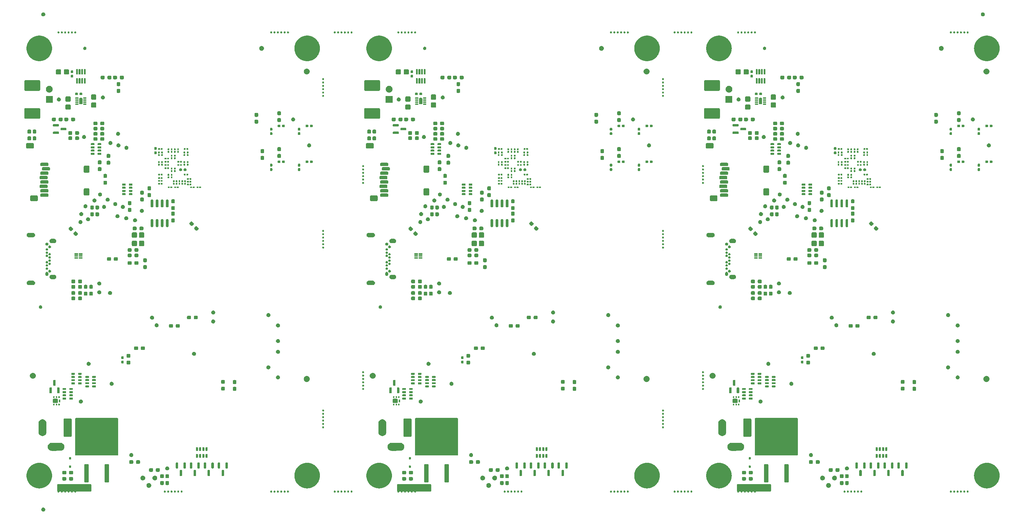
<source format=gbs>
%TF.GenerationSoftware,KiCad,Pcbnew,8.0.3*%
%TF.CreationDate,2024-06-13T09:40:18-07:00*%
%TF.ProjectId,squishy-main-panel,73717569-7368-4792-9d6d-61696e2d7061,2*%
%TF.SameCoordinates,PX102721c0PY8e19cec*%
%TF.FileFunction,Soldermask,Bot*%
%TF.FilePolarity,Negative*%
%FSLAX46Y46*%
G04 Gerber Fmt 4.6, Leading zero omitted, Abs format (unit mm)*
G04 Created by KiCad (PCBNEW 8.0.3) date 2024-06-13 09:40:18*
%MOMM*%
%LPD*%
G01*
G04 APERTURE LIST*
G04 APERTURE END LIST*
G36*
X-239963965Y2994911D02*
G01*
X-239928843Y2994911D01*
X-239900298Y2986530D01*
X-239870679Y2982630D01*
X-239830894Y2966151D01*
X-239792292Y2954816D01*
X-239771917Y2941722D01*
X-239750173Y2932715D01*
X-239710329Y2902141D01*
X-239672570Y2877875D01*
X-239660399Y2863828D01*
X-239646691Y2853310D01*
X-239611155Y2806998D01*
X-239579373Y2770320D01*
X-239574026Y2758610D01*
X-239567286Y2749827D01*
X-239540674Y2685579D01*
X-239520254Y2640866D01*
X-239519245Y2633846D01*
X-239517371Y2629322D01*
X-239504100Y2528516D01*
X-239500000Y2500000D01*
X-239504101Y2471483D01*
X-239517371Y2370679D01*
X-239519245Y2366157D01*
X-239520254Y2359134D01*
X-239540676Y2314417D01*
X-239567286Y2250173D01*
X-239574026Y2241391D01*
X-239579373Y2229680D01*
X-239611159Y2192998D01*
X-239646691Y2146691D01*
X-239660396Y2136176D01*
X-239672570Y2122125D01*
X-239710337Y2097855D01*
X-239750173Y2067286D01*
X-239771913Y2058282D01*
X-239792292Y2045184D01*
X-239830903Y2033848D01*
X-239870679Y2017371D01*
X-239900292Y2013473D01*
X-239928843Y2005089D01*
X-239963972Y2005089D01*
X-240000000Y2000346D01*
X-240036028Y2005089D01*
X-240071157Y2005089D01*
X-240099709Y2013473D01*
X-240129322Y2017371D01*
X-240169102Y2033849D01*
X-240207708Y2045184D01*
X-240228087Y2058281D01*
X-240249828Y2067286D01*
X-240289670Y2097858D01*
X-240327430Y2122125D01*
X-240339603Y2136173D01*
X-240353310Y2146691D01*
X-240388851Y2193008D01*
X-240420627Y2229680D01*
X-240425974Y2241388D01*
X-240432715Y2250173D01*
X-240459335Y2314440D01*
X-240479746Y2359134D01*
X-240480756Y2366153D01*
X-240482630Y2370679D01*
X-240495912Y2471565D01*
X-240500000Y2500000D01*
X-240495912Y2528433D01*
X-240482630Y2629322D01*
X-240480755Y2633849D01*
X-240479746Y2640866D01*
X-240459338Y2685556D01*
X-240432715Y2749827D01*
X-240425974Y2758613D01*
X-240420627Y2770320D01*
X-240388855Y2806988D01*
X-240353310Y2853310D01*
X-240339601Y2863830D01*
X-240327430Y2877875D01*
X-240289675Y2902140D01*
X-240249827Y2932715D01*
X-240228084Y2941722D01*
X-240207708Y2954816D01*
X-240169109Y2966150D01*
X-240129322Y2982630D01*
X-240099703Y2986530D01*
X-240071157Y2994911D01*
X-240036035Y2994911D01*
X-240000000Y2999655D01*
X-239963965Y2994911D01*
G37*
G36*
X-228197096Y8906521D02*
G01*
X-228126353Y8892449D01*
X-228117413Y8888746D01*
X-228059078Y8849767D01*
X-228052234Y8842923D01*
X-228013255Y8784588D01*
X-228009552Y8775648D01*
X-227995480Y8704905D01*
X-227995000Y8700037D01*
X-227995000Y7203964D01*
X-227995480Y7199096D01*
X-228009552Y7128353D01*
X-228013255Y7119413D01*
X-228052234Y7061078D01*
X-228059078Y7054234D01*
X-228117413Y7015255D01*
X-228126353Y7011552D01*
X-228197096Y6997480D01*
X-228201963Y6997000D01*
X-231731495Y6997000D01*
X-231753702Y6978367D01*
X-231754437Y6974669D01*
X-231764657Y6916707D01*
X-231766654Y6913249D01*
X-231768030Y6906329D01*
X-231787293Y6877501D01*
X-231807961Y6841701D01*
X-231815363Y6835491D01*
X-231822223Y6825223D01*
X-231848612Y6807591D01*
X-231874309Y6786028D01*
X-231888749Y6780773D01*
X-231903329Y6771030D01*
X-231930202Y6765685D01*
X-231955695Y6756406D01*
X-231976849Y6756406D01*
X-231999000Y6752000D01*
X-232021151Y6756406D01*
X-232042305Y6756406D01*
X-232067799Y6765685D01*
X-232094671Y6771030D01*
X-232109251Y6780772D01*
X-232123692Y6786028D01*
X-232149394Y6807594D01*
X-232175777Y6825223D01*
X-232182636Y6835489D01*
X-232190040Y6841701D01*
X-232210715Y6877512D01*
X-232229970Y6906329D01*
X-232231346Y6913247D01*
X-232233344Y6916707D01*
X-232243565Y6974672D01*
X-232244299Y6978367D01*
X-232266505Y6997000D01*
X-232571895Y6997000D01*
X-232594102Y6978367D01*
X-232594837Y6974669D01*
X-232605057Y6916707D01*
X-232607054Y6913249D01*
X-232608430Y6906329D01*
X-232627693Y6877501D01*
X-232648361Y6841701D01*
X-232655763Y6835491D01*
X-232662623Y6825223D01*
X-232689012Y6807591D01*
X-232714709Y6786028D01*
X-232729149Y6780773D01*
X-232743729Y6771030D01*
X-232770602Y6765685D01*
X-232796095Y6756406D01*
X-232817249Y6756406D01*
X-232839400Y6752000D01*
X-232861551Y6756406D01*
X-232882705Y6756406D01*
X-232908199Y6765685D01*
X-232935071Y6771030D01*
X-232949651Y6780772D01*
X-232964092Y6786028D01*
X-232989794Y6807594D01*
X-233016177Y6825223D01*
X-233023036Y6835489D01*
X-233030440Y6841701D01*
X-233051115Y6877512D01*
X-233070370Y6906329D01*
X-233071746Y6913247D01*
X-233073744Y6916707D01*
X-233083965Y6974672D01*
X-233084699Y6978367D01*
X-233106905Y6997000D01*
X-233412295Y6997000D01*
X-233434502Y6978367D01*
X-233435237Y6974669D01*
X-233445457Y6916707D01*
X-233447454Y6913249D01*
X-233448830Y6906329D01*
X-233468093Y6877501D01*
X-233488761Y6841701D01*
X-233496163Y6835491D01*
X-233503023Y6825223D01*
X-233529412Y6807591D01*
X-233555109Y6786028D01*
X-233569549Y6780773D01*
X-233584129Y6771030D01*
X-233611002Y6765685D01*
X-233636495Y6756406D01*
X-233657649Y6756406D01*
X-233679800Y6752000D01*
X-233701951Y6756406D01*
X-233723105Y6756406D01*
X-233748599Y6765685D01*
X-233775471Y6771030D01*
X-233790051Y6780772D01*
X-233804492Y6786028D01*
X-233830194Y6807594D01*
X-233856577Y6825223D01*
X-233863436Y6835489D01*
X-233870840Y6841701D01*
X-233891515Y6877512D01*
X-233910770Y6906329D01*
X-233912146Y6913247D01*
X-233914144Y6916707D01*
X-233924365Y6974672D01*
X-233925099Y6978367D01*
X-233947305Y6997000D01*
X-234252694Y6997000D01*
X-234274901Y6978367D01*
X-234275636Y6974669D01*
X-234285856Y6916707D01*
X-234287853Y6913249D01*
X-234289229Y6906329D01*
X-234308492Y6877501D01*
X-234329160Y6841701D01*
X-234336562Y6835491D01*
X-234343422Y6825223D01*
X-234369811Y6807591D01*
X-234395508Y6786028D01*
X-234409948Y6780773D01*
X-234424528Y6771030D01*
X-234451401Y6765685D01*
X-234476894Y6756406D01*
X-234498048Y6756406D01*
X-234520199Y6752000D01*
X-234542350Y6756406D01*
X-234563504Y6756406D01*
X-234588998Y6765685D01*
X-234615870Y6771030D01*
X-234630450Y6780772D01*
X-234644891Y6786028D01*
X-234670593Y6807594D01*
X-234696976Y6825223D01*
X-234703835Y6835489D01*
X-234711239Y6841701D01*
X-234731914Y6877512D01*
X-234751169Y6906329D01*
X-234752545Y6913247D01*
X-234754543Y6916707D01*
X-234764764Y6974672D01*
X-234765498Y6978367D01*
X-234787704Y6997000D01*
X-235093094Y6997000D01*
X-235115301Y6978367D01*
X-235116036Y6974669D01*
X-235126256Y6916707D01*
X-235128253Y6913249D01*
X-235129629Y6906329D01*
X-235148892Y6877501D01*
X-235169560Y6841701D01*
X-235176962Y6835491D01*
X-235183822Y6825223D01*
X-235210211Y6807591D01*
X-235235908Y6786028D01*
X-235250348Y6780773D01*
X-235264928Y6771030D01*
X-235291801Y6765685D01*
X-235317294Y6756406D01*
X-235338448Y6756406D01*
X-235360599Y6752000D01*
X-235382750Y6756406D01*
X-235403904Y6756406D01*
X-235429398Y6765685D01*
X-235456270Y6771030D01*
X-235470850Y6780772D01*
X-235485291Y6786028D01*
X-235510993Y6807594D01*
X-235537376Y6825223D01*
X-235544235Y6835489D01*
X-235551639Y6841701D01*
X-235572314Y6877512D01*
X-235591569Y6906329D01*
X-235592945Y6913247D01*
X-235594943Y6916707D01*
X-235605164Y6974672D01*
X-235605898Y6978367D01*
X-235628104Y6997000D01*
X-235933494Y6997000D01*
X-235955701Y6978367D01*
X-235956436Y6974669D01*
X-235966656Y6916707D01*
X-235968653Y6913249D01*
X-235970029Y6906329D01*
X-235989292Y6877501D01*
X-236009960Y6841701D01*
X-236017362Y6835491D01*
X-236024222Y6825223D01*
X-236050611Y6807591D01*
X-236076308Y6786028D01*
X-236090748Y6780773D01*
X-236105328Y6771030D01*
X-236132201Y6765685D01*
X-236157694Y6756406D01*
X-236178848Y6756406D01*
X-236200999Y6752000D01*
X-236223150Y6756406D01*
X-236244304Y6756406D01*
X-236269798Y6765685D01*
X-236296670Y6771030D01*
X-236311250Y6780772D01*
X-236325691Y6786028D01*
X-236351393Y6807594D01*
X-236377776Y6825223D01*
X-236384635Y6835489D01*
X-236392039Y6841701D01*
X-236412714Y6877512D01*
X-236431969Y6906329D01*
X-236433345Y6913247D01*
X-236435343Y6916707D01*
X-236445566Y6974687D01*
X-236450999Y7002000D01*
X-236445569Y7029300D01*
X-236443041Y7043637D01*
X-236446223Y7058766D01*
X-236486745Y7119411D01*
X-236490449Y7128353D01*
X-236504521Y7199096D01*
X-236505000Y7203964D01*
X-236505000Y8700037D01*
X-236504521Y8704905D01*
X-236490449Y8775648D01*
X-236486746Y8784588D01*
X-236447767Y8842923D01*
X-236440923Y8849767D01*
X-236382588Y8888746D01*
X-236373648Y8892449D01*
X-236302905Y8906521D01*
X-236298037Y8907000D01*
X-228201963Y8907000D01*
X-228197096Y8906521D01*
G37*
G36*
X-209578848Y7247594D02*
G01*
X-209557694Y7247594D01*
X-209532200Y7238315D01*
X-209505328Y7232970D01*
X-209490750Y7223230D01*
X-209476308Y7217973D01*
X-209450606Y7196406D01*
X-209424222Y7178777D01*
X-209417364Y7168513D01*
X-209409960Y7162300D01*
X-209389288Y7126494D01*
X-209370029Y7097671D01*
X-209368653Y7090753D01*
X-209366656Y7087294D01*
X-209356435Y7029326D01*
X-209350999Y7002000D01*
X-209356435Y6974672D01*
X-209366656Y6916707D01*
X-209368653Y6913249D01*
X-209370029Y6906329D01*
X-209389292Y6877501D01*
X-209409960Y6841701D01*
X-209417362Y6835491D01*
X-209424222Y6825223D01*
X-209450611Y6807591D01*
X-209476308Y6786028D01*
X-209490748Y6780773D01*
X-209505328Y6771030D01*
X-209532201Y6765685D01*
X-209557694Y6756406D01*
X-209578848Y6756406D01*
X-209600999Y6752000D01*
X-209623150Y6756406D01*
X-209644304Y6756406D01*
X-209669798Y6765685D01*
X-209696670Y6771030D01*
X-209711250Y6780772D01*
X-209725691Y6786028D01*
X-209751393Y6807594D01*
X-209777776Y6825223D01*
X-209784635Y6835489D01*
X-209792039Y6841701D01*
X-209812714Y6877512D01*
X-209831969Y6906329D01*
X-209833345Y6913247D01*
X-209835343Y6916707D01*
X-209845572Y6974717D01*
X-209850999Y7002000D01*
X-209845573Y7029282D01*
X-209835343Y7087294D01*
X-209833345Y7090756D01*
X-209831969Y7097671D01*
X-209812718Y7126483D01*
X-209792039Y7162300D01*
X-209784634Y7168514D01*
X-209777776Y7178777D01*
X-209751395Y7196405D01*
X-209725690Y7217973D01*
X-209711249Y7223230D01*
X-209696670Y7232970D01*
X-209669799Y7238315D01*
X-209644304Y7247594D01*
X-209623150Y7247594D01*
X-209600999Y7252000D01*
X-209578848Y7247594D01*
G37*
G36*
X-208738448Y7247594D02*
G01*
X-208717294Y7247594D01*
X-208691800Y7238315D01*
X-208664928Y7232970D01*
X-208650350Y7223230D01*
X-208635908Y7217973D01*
X-208610206Y7196406D01*
X-208583822Y7178777D01*
X-208576964Y7168513D01*
X-208569560Y7162300D01*
X-208548888Y7126494D01*
X-208529629Y7097671D01*
X-208528253Y7090753D01*
X-208526256Y7087294D01*
X-208516035Y7029326D01*
X-208510599Y7002000D01*
X-208516035Y6974672D01*
X-208526256Y6916707D01*
X-208528253Y6913249D01*
X-208529629Y6906329D01*
X-208548892Y6877501D01*
X-208569560Y6841701D01*
X-208576962Y6835491D01*
X-208583822Y6825223D01*
X-208610211Y6807591D01*
X-208635908Y6786028D01*
X-208650348Y6780773D01*
X-208664928Y6771030D01*
X-208691801Y6765685D01*
X-208717294Y6756406D01*
X-208738448Y6756406D01*
X-208760599Y6752000D01*
X-208782750Y6756406D01*
X-208803904Y6756406D01*
X-208829398Y6765685D01*
X-208856270Y6771030D01*
X-208870850Y6780772D01*
X-208885291Y6786028D01*
X-208910993Y6807594D01*
X-208937376Y6825223D01*
X-208944235Y6835489D01*
X-208951639Y6841701D01*
X-208972314Y6877512D01*
X-208991569Y6906329D01*
X-208992945Y6913247D01*
X-208994943Y6916707D01*
X-209005172Y6974717D01*
X-209010599Y7002000D01*
X-209005173Y7029282D01*
X-208994943Y7087294D01*
X-208992945Y7090756D01*
X-208991569Y7097671D01*
X-208972318Y7126483D01*
X-208951639Y7162300D01*
X-208944234Y7168514D01*
X-208937376Y7178777D01*
X-208910995Y7196405D01*
X-208885290Y7217973D01*
X-208870849Y7223230D01*
X-208856270Y7232970D01*
X-208829399Y7238315D01*
X-208803904Y7247594D01*
X-208782750Y7247594D01*
X-208760599Y7252000D01*
X-208738448Y7247594D01*
G37*
G36*
X-207898048Y7247594D02*
G01*
X-207876894Y7247594D01*
X-207851400Y7238315D01*
X-207824528Y7232970D01*
X-207809950Y7223230D01*
X-207795508Y7217973D01*
X-207769806Y7196406D01*
X-207743422Y7178777D01*
X-207736564Y7168513D01*
X-207729160Y7162300D01*
X-207708488Y7126494D01*
X-207689229Y7097671D01*
X-207687853Y7090753D01*
X-207685856Y7087294D01*
X-207675635Y7029326D01*
X-207670199Y7002000D01*
X-207675635Y6974672D01*
X-207685856Y6916707D01*
X-207687853Y6913249D01*
X-207689229Y6906329D01*
X-207708492Y6877501D01*
X-207729160Y6841701D01*
X-207736562Y6835491D01*
X-207743422Y6825223D01*
X-207769811Y6807591D01*
X-207795508Y6786028D01*
X-207809948Y6780773D01*
X-207824528Y6771030D01*
X-207851401Y6765685D01*
X-207876894Y6756406D01*
X-207898048Y6756406D01*
X-207920199Y6752000D01*
X-207942350Y6756406D01*
X-207963504Y6756406D01*
X-207988998Y6765685D01*
X-208015870Y6771030D01*
X-208030450Y6780772D01*
X-208044891Y6786028D01*
X-208070593Y6807594D01*
X-208096976Y6825223D01*
X-208103835Y6835489D01*
X-208111239Y6841701D01*
X-208131914Y6877512D01*
X-208151169Y6906329D01*
X-208152545Y6913247D01*
X-208154543Y6916707D01*
X-208164772Y6974717D01*
X-208170199Y7002000D01*
X-208164773Y7029282D01*
X-208154543Y7087294D01*
X-208152545Y7090756D01*
X-208151169Y7097671D01*
X-208131918Y7126483D01*
X-208111239Y7162300D01*
X-208103834Y7168514D01*
X-208096976Y7178777D01*
X-208070595Y7196405D01*
X-208044890Y7217973D01*
X-208030449Y7223230D01*
X-208015870Y7232970D01*
X-207988999Y7238315D01*
X-207963504Y7247594D01*
X-207942350Y7247594D01*
X-207920199Y7252000D01*
X-207898048Y7247594D01*
G37*
G36*
X-207057650Y7247594D02*
G01*
X-207036496Y7247594D01*
X-207011002Y7238315D01*
X-206984130Y7232970D01*
X-206969552Y7223230D01*
X-206955110Y7217973D01*
X-206929408Y7196406D01*
X-206903024Y7178777D01*
X-206896166Y7168513D01*
X-206888762Y7162300D01*
X-206868090Y7126494D01*
X-206848831Y7097671D01*
X-206847455Y7090753D01*
X-206845458Y7087294D01*
X-206835237Y7029326D01*
X-206829801Y7002000D01*
X-206835237Y6974672D01*
X-206845458Y6916707D01*
X-206847455Y6913249D01*
X-206848831Y6906329D01*
X-206868094Y6877501D01*
X-206888762Y6841701D01*
X-206896164Y6835491D01*
X-206903024Y6825223D01*
X-206929413Y6807591D01*
X-206955110Y6786028D01*
X-206969550Y6780773D01*
X-206984130Y6771030D01*
X-207011003Y6765685D01*
X-207036496Y6756406D01*
X-207057650Y6756406D01*
X-207079801Y6752000D01*
X-207101952Y6756406D01*
X-207123106Y6756406D01*
X-207148600Y6765685D01*
X-207175472Y6771030D01*
X-207190052Y6780772D01*
X-207204493Y6786028D01*
X-207230195Y6807594D01*
X-207256578Y6825223D01*
X-207263437Y6835489D01*
X-207270841Y6841701D01*
X-207291516Y6877512D01*
X-207310771Y6906329D01*
X-207312147Y6913247D01*
X-207314145Y6916707D01*
X-207324374Y6974717D01*
X-207329801Y7002000D01*
X-207324375Y7029282D01*
X-207314145Y7087294D01*
X-207312147Y7090756D01*
X-207310771Y7097671D01*
X-207291520Y7126483D01*
X-207270841Y7162300D01*
X-207263436Y7168514D01*
X-207256578Y7178777D01*
X-207230197Y7196405D01*
X-207204492Y7217973D01*
X-207190051Y7223230D01*
X-207175472Y7232970D01*
X-207148601Y7238315D01*
X-207123106Y7247594D01*
X-207101952Y7247594D01*
X-207079801Y7252000D01*
X-207057650Y7247594D01*
G37*
G36*
X-206217250Y7247594D02*
G01*
X-206196096Y7247594D01*
X-206170602Y7238315D01*
X-206143730Y7232970D01*
X-206129152Y7223230D01*
X-206114710Y7217973D01*
X-206089008Y7196406D01*
X-206062624Y7178777D01*
X-206055766Y7168513D01*
X-206048362Y7162300D01*
X-206027690Y7126494D01*
X-206008431Y7097671D01*
X-206007055Y7090753D01*
X-206005058Y7087294D01*
X-205994837Y7029326D01*
X-205989401Y7002000D01*
X-205994837Y6974672D01*
X-206005058Y6916707D01*
X-206007055Y6913249D01*
X-206008431Y6906329D01*
X-206027694Y6877501D01*
X-206048362Y6841701D01*
X-206055764Y6835491D01*
X-206062624Y6825223D01*
X-206089013Y6807591D01*
X-206114710Y6786028D01*
X-206129150Y6780773D01*
X-206143730Y6771030D01*
X-206170603Y6765685D01*
X-206196096Y6756406D01*
X-206217250Y6756406D01*
X-206239401Y6752000D01*
X-206261552Y6756406D01*
X-206282706Y6756406D01*
X-206308200Y6765685D01*
X-206335072Y6771030D01*
X-206349652Y6780772D01*
X-206364093Y6786028D01*
X-206389795Y6807594D01*
X-206416178Y6825223D01*
X-206423037Y6835489D01*
X-206430441Y6841701D01*
X-206451116Y6877512D01*
X-206470371Y6906329D01*
X-206471747Y6913247D01*
X-206473745Y6916707D01*
X-206483974Y6974717D01*
X-206489401Y7002000D01*
X-206483975Y7029282D01*
X-206473745Y7087294D01*
X-206471747Y7090756D01*
X-206470371Y7097671D01*
X-206451120Y7126483D01*
X-206430441Y7162300D01*
X-206423036Y7168514D01*
X-206416178Y7178777D01*
X-206389797Y7196405D01*
X-206364092Y7217973D01*
X-206349651Y7223230D01*
X-206335072Y7232970D01*
X-206308201Y7238315D01*
X-206282706Y7247594D01*
X-206261552Y7247594D01*
X-206239401Y7252000D01*
X-206217250Y7247594D01*
G37*
G36*
X-205376850Y7247594D02*
G01*
X-205355696Y7247594D01*
X-205330202Y7238315D01*
X-205303330Y7232970D01*
X-205288752Y7223230D01*
X-205274310Y7217973D01*
X-205248608Y7196406D01*
X-205222224Y7178777D01*
X-205215366Y7168513D01*
X-205207962Y7162300D01*
X-205187290Y7126494D01*
X-205168031Y7097671D01*
X-205166655Y7090753D01*
X-205164658Y7087294D01*
X-205154437Y7029326D01*
X-205149001Y7002000D01*
X-205154437Y6974672D01*
X-205164658Y6916707D01*
X-205166655Y6913249D01*
X-205168031Y6906329D01*
X-205187294Y6877501D01*
X-205207962Y6841701D01*
X-205215364Y6835491D01*
X-205222224Y6825223D01*
X-205248613Y6807591D01*
X-205274310Y6786028D01*
X-205288750Y6780773D01*
X-205303330Y6771030D01*
X-205330203Y6765685D01*
X-205355696Y6756406D01*
X-205376850Y6756406D01*
X-205399001Y6752000D01*
X-205421152Y6756406D01*
X-205442306Y6756406D01*
X-205467800Y6765685D01*
X-205494672Y6771030D01*
X-205509252Y6780772D01*
X-205523693Y6786028D01*
X-205549395Y6807594D01*
X-205575778Y6825223D01*
X-205582637Y6835489D01*
X-205590041Y6841701D01*
X-205610716Y6877512D01*
X-205629971Y6906329D01*
X-205631347Y6913247D01*
X-205633345Y6916707D01*
X-205643574Y6974717D01*
X-205649001Y7002000D01*
X-205643575Y7029282D01*
X-205633345Y7087294D01*
X-205631347Y7090756D01*
X-205629971Y7097671D01*
X-205610720Y7126483D01*
X-205590041Y7162300D01*
X-205582636Y7168514D01*
X-205575778Y7178777D01*
X-205549397Y7196405D01*
X-205523692Y7217973D01*
X-205509251Y7223230D01*
X-205494672Y7232970D01*
X-205467801Y7238315D01*
X-205442306Y7247594D01*
X-205421152Y7247594D01*
X-205399001Y7252000D01*
X-205376850Y7247594D01*
G37*
G36*
X-182978849Y7247594D02*
G01*
X-182957695Y7247594D01*
X-182932201Y7238315D01*
X-182905329Y7232970D01*
X-182890751Y7223230D01*
X-182876309Y7217973D01*
X-182850607Y7196406D01*
X-182824223Y7178777D01*
X-182817365Y7168513D01*
X-182809961Y7162300D01*
X-182789289Y7126494D01*
X-182770030Y7097671D01*
X-182768654Y7090753D01*
X-182766657Y7087294D01*
X-182756436Y7029326D01*
X-182751000Y7002000D01*
X-182756436Y6974672D01*
X-182766657Y6916707D01*
X-182768654Y6913249D01*
X-182770030Y6906329D01*
X-182789293Y6877501D01*
X-182809961Y6841701D01*
X-182817363Y6835491D01*
X-182824223Y6825223D01*
X-182850612Y6807591D01*
X-182876309Y6786028D01*
X-182890749Y6780773D01*
X-182905329Y6771030D01*
X-182932202Y6765685D01*
X-182957695Y6756406D01*
X-182978849Y6756406D01*
X-183001000Y6752000D01*
X-183023151Y6756406D01*
X-183044305Y6756406D01*
X-183069799Y6765685D01*
X-183096671Y6771030D01*
X-183111251Y6780772D01*
X-183125692Y6786028D01*
X-183151394Y6807594D01*
X-183177777Y6825223D01*
X-183184636Y6835489D01*
X-183192040Y6841701D01*
X-183212715Y6877512D01*
X-183231970Y6906329D01*
X-183233346Y6913247D01*
X-183235344Y6916707D01*
X-183245573Y6974717D01*
X-183251000Y7002000D01*
X-183245574Y7029282D01*
X-183235344Y7087294D01*
X-183233346Y7090756D01*
X-183231970Y7097671D01*
X-183212719Y7126483D01*
X-183192040Y7162300D01*
X-183184635Y7168514D01*
X-183177777Y7178777D01*
X-183151396Y7196405D01*
X-183125691Y7217973D01*
X-183111250Y7223230D01*
X-183096671Y7232970D01*
X-183069800Y7238315D01*
X-183044305Y7247594D01*
X-183023151Y7247594D01*
X-183001000Y7252000D01*
X-182978849Y7247594D01*
G37*
G36*
X-182138449Y7247594D02*
G01*
X-182117295Y7247594D01*
X-182091801Y7238315D01*
X-182064929Y7232970D01*
X-182050351Y7223230D01*
X-182035909Y7217973D01*
X-182010207Y7196406D01*
X-181983823Y7178777D01*
X-181976965Y7168513D01*
X-181969561Y7162300D01*
X-181948889Y7126494D01*
X-181929630Y7097671D01*
X-181928254Y7090753D01*
X-181926257Y7087294D01*
X-181916036Y7029326D01*
X-181910600Y7002000D01*
X-181916036Y6974672D01*
X-181926257Y6916707D01*
X-181928254Y6913249D01*
X-181929630Y6906329D01*
X-181948893Y6877501D01*
X-181969561Y6841701D01*
X-181976963Y6835491D01*
X-181983823Y6825223D01*
X-182010212Y6807591D01*
X-182035909Y6786028D01*
X-182050349Y6780773D01*
X-182064929Y6771030D01*
X-182091802Y6765685D01*
X-182117295Y6756406D01*
X-182138449Y6756406D01*
X-182160600Y6752000D01*
X-182182751Y6756406D01*
X-182203905Y6756406D01*
X-182229399Y6765685D01*
X-182256271Y6771030D01*
X-182270851Y6780772D01*
X-182285292Y6786028D01*
X-182310994Y6807594D01*
X-182337377Y6825223D01*
X-182344236Y6835489D01*
X-182351640Y6841701D01*
X-182372315Y6877512D01*
X-182391570Y6906329D01*
X-182392946Y6913247D01*
X-182394944Y6916707D01*
X-182405173Y6974717D01*
X-182410600Y7002000D01*
X-182405174Y7029282D01*
X-182394944Y7087294D01*
X-182392946Y7090756D01*
X-182391570Y7097671D01*
X-182372319Y7126483D01*
X-182351640Y7162300D01*
X-182344235Y7168514D01*
X-182337377Y7178777D01*
X-182310996Y7196405D01*
X-182285291Y7217973D01*
X-182270850Y7223230D01*
X-182256271Y7232970D01*
X-182229400Y7238315D01*
X-182203905Y7247594D01*
X-182182751Y7247594D01*
X-182160600Y7252000D01*
X-182138449Y7247594D01*
G37*
G36*
X-181298049Y7247594D02*
G01*
X-181276895Y7247594D01*
X-181251401Y7238315D01*
X-181224529Y7232970D01*
X-181209951Y7223230D01*
X-181195509Y7217973D01*
X-181169807Y7196406D01*
X-181143423Y7178777D01*
X-181136565Y7168513D01*
X-181129161Y7162300D01*
X-181108489Y7126494D01*
X-181089230Y7097671D01*
X-181087854Y7090753D01*
X-181085857Y7087294D01*
X-181075636Y7029326D01*
X-181070200Y7002000D01*
X-181075636Y6974672D01*
X-181085857Y6916707D01*
X-181087854Y6913249D01*
X-181089230Y6906329D01*
X-181108493Y6877501D01*
X-181129161Y6841701D01*
X-181136563Y6835491D01*
X-181143423Y6825223D01*
X-181169812Y6807591D01*
X-181195509Y6786028D01*
X-181209949Y6780773D01*
X-181224529Y6771030D01*
X-181251402Y6765685D01*
X-181276895Y6756406D01*
X-181298049Y6756406D01*
X-181320200Y6752000D01*
X-181342351Y6756406D01*
X-181363505Y6756406D01*
X-181388999Y6765685D01*
X-181415871Y6771030D01*
X-181430451Y6780772D01*
X-181444892Y6786028D01*
X-181470594Y6807594D01*
X-181496977Y6825223D01*
X-181503836Y6835489D01*
X-181511240Y6841701D01*
X-181531915Y6877512D01*
X-181551170Y6906329D01*
X-181552546Y6913247D01*
X-181554544Y6916707D01*
X-181564773Y6974717D01*
X-181570200Y7002000D01*
X-181564774Y7029282D01*
X-181554544Y7087294D01*
X-181552546Y7090756D01*
X-181551170Y7097671D01*
X-181531919Y7126483D01*
X-181511240Y7162300D01*
X-181503835Y7168514D01*
X-181496977Y7178777D01*
X-181470596Y7196405D01*
X-181444891Y7217973D01*
X-181430450Y7223230D01*
X-181415871Y7232970D01*
X-181389000Y7238315D01*
X-181363505Y7247594D01*
X-181342351Y7247594D01*
X-181320200Y7252000D01*
X-181298049Y7247594D01*
G37*
G36*
X-180457650Y7247594D02*
G01*
X-180436496Y7247594D01*
X-180411002Y7238315D01*
X-180384130Y7232970D01*
X-180369552Y7223230D01*
X-180355110Y7217973D01*
X-180329408Y7196406D01*
X-180303024Y7178777D01*
X-180296166Y7168513D01*
X-180288762Y7162300D01*
X-180268090Y7126494D01*
X-180248831Y7097671D01*
X-180247455Y7090753D01*
X-180245458Y7087294D01*
X-180235237Y7029326D01*
X-180229801Y7002000D01*
X-180235237Y6974672D01*
X-180245458Y6916707D01*
X-180247455Y6913249D01*
X-180248831Y6906329D01*
X-180268094Y6877501D01*
X-180288762Y6841701D01*
X-180296164Y6835491D01*
X-180303024Y6825223D01*
X-180329413Y6807591D01*
X-180355110Y6786028D01*
X-180369550Y6780773D01*
X-180384130Y6771030D01*
X-180411003Y6765685D01*
X-180436496Y6756406D01*
X-180457650Y6756406D01*
X-180479801Y6752000D01*
X-180501952Y6756406D01*
X-180523106Y6756406D01*
X-180548600Y6765685D01*
X-180575472Y6771030D01*
X-180590052Y6780772D01*
X-180604493Y6786028D01*
X-180630195Y6807594D01*
X-180656578Y6825223D01*
X-180663437Y6835489D01*
X-180670841Y6841701D01*
X-180691516Y6877512D01*
X-180710771Y6906329D01*
X-180712147Y6913247D01*
X-180714145Y6916707D01*
X-180724374Y6974717D01*
X-180729801Y7002000D01*
X-180724375Y7029282D01*
X-180714145Y7087294D01*
X-180712147Y7090756D01*
X-180710771Y7097671D01*
X-180691520Y7126483D01*
X-180670841Y7162300D01*
X-180663436Y7168514D01*
X-180656578Y7178777D01*
X-180630197Y7196405D01*
X-180604492Y7217973D01*
X-180590051Y7223230D01*
X-180575472Y7232970D01*
X-180548601Y7238315D01*
X-180523106Y7247594D01*
X-180501952Y7247594D01*
X-180479801Y7252000D01*
X-180457650Y7247594D01*
G37*
G36*
X-179617250Y7247594D02*
G01*
X-179596096Y7247594D01*
X-179570602Y7238315D01*
X-179543730Y7232970D01*
X-179529152Y7223230D01*
X-179514710Y7217973D01*
X-179489008Y7196406D01*
X-179462624Y7178777D01*
X-179455766Y7168513D01*
X-179448362Y7162300D01*
X-179427690Y7126494D01*
X-179408431Y7097671D01*
X-179407055Y7090753D01*
X-179405058Y7087294D01*
X-179394837Y7029326D01*
X-179389401Y7002000D01*
X-179394837Y6974672D01*
X-179405058Y6916707D01*
X-179407055Y6913249D01*
X-179408431Y6906329D01*
X-179427694Y6877501D01*
X-179448362Y6841701D01*
X-179455764Y6835491D01*
X-179462624Y6825223D01*
X-179489013Y6807591D01*
X-179514710Y6786028D01*
X-179529150Y6780773D01*
X-179543730Y6771030D01*
X-179570603Y6765685D01*
X-179596096Y6756406D01*
X-179617250Y6756406D01*
X-179639401Y6752000D01*
X-179661552Y6756406D01*
X-179682706Y6756406D01*
X-179708200Y6765685D01*
X-179735072Y6771030D01*
X-179749652Y6780772D01*
X-179764093Y6786028D01*
X-179789795Y6807594D01*
X-179816178Y6825223D01*
X-179823037Y6835489D01*
X-179830441Y6841701D01*
X-179851116Y6877512D01*
X-179870371Y6906329D01*
X-179871747Y6913247D01*
X-179873745Y6916707D01*
X-179883974Y6974717D01*
X-179889401Y7002000D01*
X-179883975Y7029282D01*
X-179873745Y7087294D01*
X-179871747Y7090756D01*
X-179870371Y7097671D01*
X-179851120Y7126483D01*
X-179830441Y7162300D01*
X-179823036Y7168514D01*
X-179816178Y7178777D01*
X-179789797Y7196405D01*
X-179764092Y7217973D01*
X-179749651Y7223230D01*
X-179735072Y7232970D01*
X-179708201Y7238315D01*
X-179682706Y7247594D01*
X-179661552Y7247594D01*
X-179639401Y7252000D01*
X-179617250Y7247594D01*
G37*
G36*
X-178776850Y7247594D02*
G01*
X-178755696Y7247594D01*
X-178730202Y7238315D01*
X-178703330Y7232970D01*
X-178688752Y7223230D01*
X-178674310Y7217973D01*
X-178648608Y7196406D01*
X-178622224Y7178777D01*
X-178615366Y7168513D01*
X-178607962Y7162300D01*
X-178587290Y7126494D01*
X-178568031Y7097671D01*
X-178566655Y7090753D01*
X-178564658Y7087294D01*
X-178554437Y7029326D01*
X-178549001Y7002000D01*
X-178554437Y6974672D01*
X-178564658Y6916707D01*
X-178566655Y6913249D01*
X-178568031Y6906329D01*
X-178587294Y6877501D01*
X-178607962Y6841701D01*
X-178615364Y6835491D01*
X-178622224Y6825223D01*
X-178648613Y6807591D01*
X-178674310Y6786028D01*
X-178688750Y6780773D01*
X-178703330Y6771030D01*
X-178730203Y6765685D01*
X-178755696Y6756406D01*
X-178776850Y6756406D01*
X-178799001Y6752000D01*
X-178821152Y6756406D01*
X-178842306Y6756406D01*
X-178867800Y6765685D01*
X-178894672Y6771030D01*
X-178909252Y6780772D01*
X-178923693Y6786028D01*
X-178949395Y6807594D01*
X-178975778Y6825223D01*
X-178982637Y6835489D01*
X-178990041Y6841701D01*
X-179010716Y6877512D01*
X-179029971Y6906329D01*
X-179031347Y6913247D01*
X-179033345Y6916707D01*
X-179043574Y6974717D01*
X-179049001Y7002000D01*
X-179043575Y7029282D01*
X-179033345Y7087294D01*
X-179031347Y7090756D01*
X-179029971Y7097671D01*
X-179010720Y7126483D01*
X-178990041Y7162300D01*
X-178982636Y7168514D01*
X-178975778Y7178777D01*
X-178949397Y7196405D01*
X-178923692Y7217973D01*
X-178909251Y7223230D01*
X-178894672Y7232970D01*
X-178867801Y7238315D01*
X-178842306Y7247594D01*
X-178821152Y7247594D01*
X-178799001Y7252000D01*
X-178776850Y7247594D01*
G37*
G36*
X-167077849Y7247594D02*
G01*
X-167056695Y7247594D01*
X-167031201Y7238315D01*
X-167004329Y7232970D01*
X-166989751Y7223230D01*
X-166975309Y7217973D01*
X-166949607Y7196406D01*
X-166923223Y7178777D01*
X-166916365Y7168513D01*
X-166908961Y7162300D01*
X-166888289Y7126494D01*
X-166869030Y7097671D01*
X-166867654Y7090753D01*
X-166865657Y7087294D01*
X-166855436Y7029326D01*
X-166850000Y7002000D01*
X-166855436Y6974672D01*
X-166865657Y6916707D01*
X-166867654Y6913249D01*
X-166869030Y6906329D01*
X-166888293Y6877501D01*
X-166908961Y6841701D01*
X-166916363Y6835491D01*
X-166923223Y6825223D01*
X-166949612Y6807591D01*
X-166975309Y6786028D01*
X-166989749Y6780773D01*
X-167004329Y6771030D01*
X-167031202Y6765685D01*
X-167056695Y6756406D01*
X-167077849Y6756406D01*
X-167100000Y6752000D01*
X-167122151Y6756406D01*
X-167143305Y6756406D01*
X-167168799Y6765685D01*
X-167195671Y6771030D01*
X-167210251Y6780772D01*
X-167224692Y6786028D01*
X-167250394Y6807594D01*
X-167276777Y6825223D01*
X-167283636Y6835489D01*
X-167291040Y6841701D01*
X-167311715Y6877512D01*
X-167330970Y6906329D01*
X-167332346Y6913247D01*
X-167334344Y6916707D01*
X-167344573Y6974717D01*
X-167350000Y7002000D01*
X-167344574Y7029282D01*
X-167334344Y7087294D01*
X-167332346Y7090756D01*
X-167330970Y7097671D01*
X-167311719Y7126483D01*
X-167291040Y7162300D01*
X-167283635Y7168514D01*
X-167276777Y7178777D01*
X-167250396Y7196405D01*
X-167224691Y7217973D01*
X-167210250Y7223230D01*
X-167195671Y7232970D01*
X-167168800Y7238315D01*
X-167143305Y7247594D01*
X-167122151Y7247594D01*
X-167100000Y7252000D01*
X-167077849Y7247594D01*
G37*
G36*
X-166237849Y7247594D02*
G01*
X-166216695Y7247594D01*
X-166191201Y7238315D01*
X-166164329Y7232970D01*
X-166149751Y7223230D01*
X-166135309Y7217973D01*
X-166109607Y7196406D01*
X-166083223Y7178777D01*
X-166076365Y7168513D01*
X-166068961Y7162300D01*
X-166048289Y7126494D01*
X-166029030Y7097671D01*
X-166027654Y7090753D01*
X-166025657Y7087294D01*
X-166015436Y7029326D01*
X-166010000Y7002000D01*
X-166015436Y6974672D01*
X-166025657Y6916707D01*
X-166027654Y6913249D01*
X-166029030Y6906329D01*
X-166048293Y6877501D01*
X-166068961Y6841701D01*
X-166076363Y6835491D01*
X-166083223Y6825223D01*
X-166109612Y6807591D01*
X-166135309Y6786028D01*
X-166149749Y6780773D01*
X-166164329Y6771030D01*
X-166191202Y6765685D01*
X-166216695Y6756406D01*
X-166237849Y6756406D01*
X-166260000Y6752000D01*
X-166282151Y6756406D01*
X-166303305Y6756406D01*
X-166328799Y6765685D01*
X-166355671Y6771030D01*
X-166370251Y6780772D01*
X-166384692Y6786028D01*
X-166410394Y6807594D01*
X-166436777Y6825223D01*
X-166443636Y6835489D01*
X-166451040Y6841701D01*
X-166471715Y6877512D01*
X-166490970Y6906329D01*
X-166492346Y6913247D01*
X-166494344Y6916707D01*
X-166504573Y6974717D01*
X-166510000Y7002000D01*
X-166504574Y7029282D01*
X-166494344Y7087294D01*
X-166492346Y7090756D01*
X-166490970Y7097671D01*
X-166471719Y7126483D01*
X-166451040Y7162300D01*
X-166443635Y7168514D01*
X-166436777Y7178777D01*
X-166410396Y7196405D01*
X-166384691Y7217973D01*
X-166370250Y7223230D01*
X-166355671Y7232970D01*
X-166328800Y7238315D01*
X-166303305Y7247594D01*
X-166282151Y7247594D01*
X-166260000Y7252000D01*
X-166237849Y7247594D01*
G37*
G36*
X-165397849Y7247594D02*
G01*
X-165376695Y7247594D01*
X-165351201Y7238315D01*
X-165324329Y7232970D01*
X-165309751Y7223230D01*
X-165295309Y7217973D01*
X-165269607Y7196406D01*
X-165243223Y7178777D01*
X-165236365Y7168513D01*
X-165228961Y7162300D01*
X-165208289Y7126494D01*
X-165189030Y7097671D01*
X-165187654Y7090753D01*
X-165185657Y7087294D01*
X-165175436Y7029326D01*
X-165170000Y7002000D01*
X-165175436Y6974672D01*
X-165185657Y6916707D01*
X-165187654Y6913249D01*
X-165189030Y6906329D01*
X-165208293Y6877501D01*
X-165228961Y6841701D01*
X-165236363Y6835491D01*
X-165243223Y6825223D01*
X-165269612Y6807591D01*
X-165295309Y6786028D01*
X-165309749Y6780773D01*
X-165324329Y6771030D01*
X-165351202Y6765685D01*
X-165376695Y6756406D01*
X-165397849Y6756406D01*
X-165420000Y6752000D01*
X-165442151Y6756406D01*
X-165463305Y6756406D01*
X-165488799Y6765685D01*
X-165515671Y6771030D01*
X-165530251Y6780772D01*
X-165544692Y6786028D01*
X-165570394Y6807594D01*
X-165596777Y6825223D01*
X-165603636Y6835489D01*
X-165611040Y6841701D01*
X-165631715Y6877512D01*
X-165650970Y6906329D01*
X-165652346Y6913247D01*
X-165654344Y6916707D01*
X-165664573Y6974717D01*
X-165670000Y7002000D01*
X-165664574Y7029282D01*
X-165654344Y7087294D01*
X-165652346Y7090756D01*
X-165650970Y7097671D01*
X-165631719Y7126483D01*
X-165611040Y7162300D01*
X-165603635Y7168514D01*
X-165596777Y7178777D01*
X-165570396Y7196405D01*
X-165544691Y7217973D01*
X-165530250Y7223230D01*
X-165515671Y7232970D01*
X-165488800Y7238315D01*
X-165463305Y7247594D01*
X-165442151Y7247594D01*
X-165420000Y7252000D01*
X-165397849Y7247594D01*
G37*
G36*
X-164557849Y7247594D02*
G01*
X-164536695Y7247594D01*
X-164511201Y7238315D01*
X-164484329Y7232970D01*
X-164469751Y7223230D01*
X-164455309Y7217973D01*
X-164429607Y7196406D01*
X-164403223Y7178777D01*
X-164396365Y7168513D01*
X-164388961Y7162300D01*
X-164368289Y7126494D01*
X-164349030Y7097671D01*
X-164347654Y7090753D01*
X-164345657Y7087294D01*
X-164335436Y7029326D01*
X-164330000Y7002000D01*
X-164335436Y6974672D01*
X-164345657Y6916707D01*
X-164347654Y6913249D01*
X-164349030Y6906329D01*
X-164368293Y6877501D01*
X-164388961Y6841701D01*
X-164396363Y6835491D01*
X-164403223Y6825223D01*
X-164429612Y6807591D01*
X-164455309Y6786028D01*
X-164469749Y6780773D01*
X-164484329Y6771030D01*
X-164511202Y6765685D01*
X-164536695Y6756406D01*
X-164557849Y6756406D01*
X-164580000Y6752000D01*
X-164602151Y6756406D01*
X-164623305Y6756406D01*
X-164648799Y6765685D01*
X-164675671Y6771030D01*
X-164690251Y6780772D01*
X-164704692Y6786028D01*
X-164730394Y6807594D01*
X-164756777Y6825223D01*
X-164763636Y6835489D01*
X-164771040Y6841701D01*
X-164791715Y6877512D01*
X-164810970Y6906329D01*
X-164812346Y6913247D01*
X-164814344Y6916707D01*
X-164824573Y6974717D01*
X-164830000Y7002000D01*
X-164824574Y7029282D01*
X-164814344Y7087294D01*
X-164812346Y7090756D01*
X-164810970Y7097671D01*
X-164791719Y7126483D01*
X-164771040Y7162300D01*
X-164763635Y7168514D01*
X-164756777Y7178777D01*
X-164730396Y7196405D01*
X-164704691Y7217973D01*
X-164690250Y7223230D01*
X-164675671Y7232970D01*
X-164648800Y7238315D01*
X-164623305Y7247594D01*
X-164602151Y7247594D01*
X-164580000Y7252000D01*
X-164557849Y7247594D01*
G37*
G36*
X-163717849Y7247594D02*
G01*
X-163696695Y7247594D01*
X-163671201Y7238315D01*
X-163644329Y7232970D01*
X-163629751Y7223230D01*
X-163615309Y7217973D01*
X-163589607Y7196406D01*
X-163563223Y7178777D01*
X-163556365Y7168513D01*
X-163548961Y7162300D01*
X-163528289Y7126494D01*
X-163509030Y7097671D01*
X-163507654Y7090753D01*
X-163505657Y7087294D01*
X-163495436Y7029326D01*
X-163490000Y7002000D01*
X-163495436Y6974672D01*
X-163505657Y6916707D01*
X-163507654Y6913249D01*
X-163509030Y6906329D01*
X-163528293Y6877501D01*
X-163548961Y6841701D01*
X-163556363Y6835491D01*
X-163563223Y6825223D01*
X-163589612Y6807591D01*
X-163615309Y6786028D01*
X-163629749Y6780773D01*
X-163644329Y6771030D01*
X-163671202Y6765685D01*
X-163696695Y6756406D01*
X-163717849Y6756406D01*
X-163740000Y6752000D01*
X-163762151Y6756406D01*
X-163783305Y6756406D01*
X-163808799Y6765685D01*
X-163835671Y6771030D01*
X-163850251Y6780772D01*
X-163864692Y6786028D01*
X-163890394Y6807594D01*
X-163916777Y6825223D01*
X-163923636Y6835489D01*
X-163931040Y6841701D01*
X-163951715Y6877512D01*
X-163970970Y6906329D01*
X-163972346Y6913247D01*
X-163974344Y6916707D01*
X-163984573Y6974717D01*
X-163990000Y7002000D01*
X-163984574Y7029282D01*
X-163974344Y7087294D01*
X-163972346Y7090756D01*
X-163970970Y7097671D01*
X-163951719Y7126483D01*
X-163931040Y7162300D01*
X-163923635Y7168514D01*
X-163916777Y7178777D01*
X-163890396Y7196405D01*
X-163864691Y7217973D01*
X-163850250Y7223230D01*
X-163835671Y7232970D01*
X-163808800Y7238315D01*
X-163783305Y7247594D01*
X-163762151Y7247594D01*
X-163740000Y7252000D01*
X-163717849Y7247594D01*
G37*
G36*
X-162877849Y7247594D02*
G01*
X-162856695Y7247594D01*
X-162831201Y7238315D01*
X-162804329Y7232970D01*
X-162789751Y7223230D01*
X-162775309Y7217973D01*
X-162749607Y7196406D01*
X-162723223Y7178777D01*
X-162716365Y7168513D01*
X-162708961Y7162300D01*
X-162688289Y7126494D01*
X-162669030Y7097671D01*
X-162667654Y7090753D01*
X-162665657Y7087294D01*
X-162655436Y7029326D01*
X-162650000Y7002000D01*
X-162655436Y6974672D01*
X-162665657Y6916707D01*
X-162667654Y6913249D01*
X-162669030Y6906329D01*
X-162688293Y6877501D01*
X-162708961Y6841701D01*
X-162716363Y6835491D01*
X-162723223Y6825223D01*
X-162749612Y6807591D01*
X-162775309Y6786028D01*
X-162789749Y6780773D01*
X-162804329Y6771030D01*
X-162831202Y6765685D01*
X-162856695Y6756406D01*
X-162877849Y6756406D01*
X-162900000Y6752000D01*
X-162922151Y6756406D01*
X-162943305Y6756406D01*
X-162968799Y6765685D01*
X-162995671Y6771030D01*
X-163010251Y6780772D01*
X-163024692Y6786028D01*
X-163050394Y6807594D01*
X-163076777Y6825223D01*
X-163083636Y6835489D01*
X-163091040Y6841701D01*
X-163111715Y6877512D01*
X-163130970Y6906329D01*
X-163132346Y6913247D01*
X-163134344Y6916707D01*
X-163144573Y6974717D01*
X-163150000Y7002000D01*
X-163144574Y7029282D01*
X-163134344Y7087294D01*
X-163132346Y7090756D01*
X-163130970Y7097671D01*
X-163111719Y7126483D01*
X-163091040Y7162300D01*
X-163083635Y7168514D01*
X-163076777Y7178777D01*
X-163050396Y7196405D01*
X-163024691Y7217973D01*
X-163010250Y7223230D01*
X-162995671Y7232970D01*
X-162968800Y7238315D01*
X-162943305Y7247594D01*
X-162922151Y7247594D01*
X-162900000Y7252000D01*
X-162877849Y7247594D01*
G37*
G36*
X-143197096Y8906521D02*
G01*
X-143126353Y8892449D01*
X-143117413Y8888746D01*
X-143059078Y8849767D01*
X-143052234Y8842923D01*
X-143013255Y8784588D01*
X-143009552Y8775648D01*
X-142995480Y8704905D01*
X-142995000Y8700037D01*
X-142995000Y7203964D01*
X-142995480Y7199096D01*
X-143009552Y7128353D01*
X-143013255Y7119413D01*
X-143052234Y7061078D01*
X-143059078Y7054234D01*
X-143117413Y7015255D01*
X-143126353Y7011552D01*
X-143197096Y6997480D01*
X-143201963Y6997000D01*
X-146731496Y6997000D01*
X-146753703Y6978367D01*
X-146754438Y6974669D01*
X-146764658Y6916707D01*
X-146766655Y6913249D01*
X-146768031Y6906329D01*
X-146787294Y6877501D01*
X-146807962Y6841701D01*
X-146815364Y6835491D01*
X-146822224Y6825223D01*
X-146848613Y6807591D01*
X-146874310Y6786028D01*
X-146888750Y6780773D01*
X-146903330Y6771030D01*
X-146930203Y6765685D01*
X-146955696Y6756406D01*
X-146976850Y6756406D01*
X-146999001Y6752000D01*
X-147021152Y6756406D01*
X-147042306Y6756406D01*
X-147067800Y6765685D01*
X-147094672Y6771030D01*
X-147109252Y6780772D01*
X-147123693Y6786028D01*
X-147149395Y6807594D01*
X-147175778Y6825223D01*
X-147182637Y6835489D01*
X-147190041Y6841701D01*
X-147210716Y6877512D01*
X-147229971Y6906329D01*
X-147231347Y6913247D01*
X-147233345Y6916707D01*
X-147243566Y6974672D01*
X-147244300Y6978367D01*
X-147266506Y6997000D01*
X-147571896Y6997000D01*
X-147594103Y6978367D01*
X-147594838Y6974669D01*
X-147605058Y6916707D01*
X-147607055Y6913249D01*
X-147608431Y6906329D01*
X-147627694Y6877501D01*
X-147648362Y6841701D01*
X-147655764Y6835491D01*
X-147662624Y6825223D01*
X-147689013Y6807591D01*
X-147714710Y6786028D01*
X-147729150Y6780773D01*
X-147743730Y6771030D01*
X-147770603Y6765685D01*
X-147796096Y6756406D01*
X-147817250Y6756406D01*
X-147839401Y6752000D01*
X-147861552Y6756406D01*
X-147882706Y6756406D01*
X-147908200Y6765685D01*
X-147935072Y6771030D01*
X-147949652Y6780772D01*
X-147964093Y6786028D01*
X-147989795Y6807594D01*
X-148016178Y6825223D01*
X-148023037Y6835489D01*
X-148030441Y6841701D01*
X-148051116Y6877512D01*
X-148070371Y6906329D01*
X-148071747Y6913247D01*
X-148073745Y6916707D01*
X-148083966Y6974672D01*
X-148084700Y6978367D01*
X-148106906Y6997000D01*
X-148412296Y6997000D01*
X-148434503Y6978367D01*
X-148435238Y6974669D01*
X-148445458Y6916707D01*
X-148447455Y6913249D01*
X-148448831Y6906329D01*
X-148468094Y6877501D01*
X-148488762Y6841701D01*
X-148496164Y6835491D01*
X-148503024Y6825223D01*
X-148529413Y6807591D01*
X-148555110Y6786028D01*
X-148569550Y6780773D01*
X-148584130Y6771030D01*
X-148611003Y6765685D01*
X-148636496Y6756406D01*
X-148657650Y6756406D01*
X-148679801Y6752000D01*
X-148701952Y6756406D01*
X-148723106Y6756406D01*
X-148748600Y6765685D01*
X-148775472Y6771030D01*
X-148790052Y6780772D01*
X-148804493Y6786028D01*
X-148830195Y6807594D01*
X-148856578Y6825223D01*
X-148863437Y6835489D01*
X-148870841Y6841701D01*
X-148891516Y6877512D01*
X-148910771Y6906329D01*
X-148912147Y6913247D01*
X-148914145Y6916707D01*
X-148924366Y6974672D01*
X-148925100Y6978367D01*
X-148947306Y6997000D01*
X-149252695Y6997000D01*
X-149274902Y6978367D01*
X-149275637Y6974669D01*
X-149285857Y6916707D01*
X-149287854Y6913249D01*
X-149289230Y6906329D01*
X-149308493Y6877501D01*
X-149329161Y6841701D01*
X-149336563Y6835491D01*
X-149343423Y6825223D01*
X-149369812Y6807591D01*
X-149395509Y6786028D01*
X-149409949Y6780773D01*
X-149424529Y6771030D01*
X-149451402Y6765685D01*
X-149476895Y6756406D01*
X-149498049Y6756406D01*
X-149520200Y6752000D01*
X-149542351Y6756406D01*
X-149563505Y6756406D01*
X-149588999Y6765685D01*
X-149615871Y6771030D01*
X-149630451Y6780772D01*
X-149644892Y6786028D01*
X-149670594Y6807594D01*
X-149696977Y6825223D01*
X-149703836Y6835489D01*
X-149711240Y6841701D01*
X-149731915Y6877512D01*
X-149751170Y6906329D01*
X-149752546Y6913247D01*
X-149754544Y6916707D01*
X-149764765Y6974672D01*
X-149765499Y6978367D01*
X-149787705Y6997000D01*
X-150093095Y6997000D01*
X-150115302Y6978367D01*
X-150116037Y6974669D01*
X-150126257Y6916707D01*
X-150128254Y6913249D01*
X-150129630Y6906329D01*
X-150148893Y6877501D01*
X-150169561Y6841701D01*
X-150176963Y6835491D01*
X-150183823Y6825223D01*
X-150210212Y6807591D01*
X-150235909Y6786028D01*
X-150250349Y6780773D01*
X-150264929Y6771030D01*
X-150291802Y6765685D01*
X-150317295Y6756406D01*
X-150338449Y6756406D01*
X-150360600Y6752000D01*
X-150382751Y6756406D01*
X-150403905Y6756406D01*
X-150429399Y6765685D01*
X-150456271Y6771030D01*
X-150470851Y6780772D01*
X-150485292Y6786028D01*
X-150510994Y6807594D01*
X-150537377Y6825223D01*
X-150544236Y6835489D01*
X-150551640Y6841701D01*
X-150572315Y6877512D01*
X-150591570Y6906329D01*
X-150592946Y6913247D01*
X-150594944Y6916707D01*
X-150605165Y6974672D01*
X-150605899Y6978367D01*
X-150628105Y6997000D01*
X-150933495Y6997000D01*
X-150955702Y6978367D01*
X-150956437Y6974669D01*
X-150966657Y6916707D01*
X-150968654Y6913249D01*
X-150970030Y6906329D01*
X-150989293Y6877501D01*
X-151009961Y6841701D01*
X-151017363Y6835491D01*
X-151024223Y6825223D01*
X-151050612Y6807591D01*
X-151076309Y6786028D01*
X-151090749Y6780773D01*
X-151105329Y6771030D01*
X-151132202Y6765685D01*
X-151157695Y6756406D01*
X-151178849Y6756406D01*
X-151201000Y6752000D01*
X-151223151Y6756406D01*
X-151244305Y6756406D01*
X-151269799Y6765685D01*
X-151296671Y6771030D01*
X-151311251Y6780772D01*
X-151325692Y6786028D01*
X-151351394Y6807594D01*
X-151377777Y6825223D01*
X-151384636Y6835489D01*
X-151392040Y6841701D01*
X-151412715Y6877512D01*
X-151431970Y6906329D01*
X-151433346Y6913247D01*
X-151435344Y6916707D01*
X-151445572Y6974711D01*
X-151451000Y7002000D01*
X-151445569Y7029306D01*
X-151443041Y7043638D01*
X-151446223Y7058767D01*
X-151486746Y7119413D01*
X-151490449Y7128353D01*
X-151504521Y7199096D01*
X-151505000Y7203964D01*
X-151505000Y8700037D01*
X-151504521Y8704905D01*
X-151490449Y8775648D01*
X-151486746Y8784588D01*
X-151447767Y8842923D01*
X-151440923Y8849767D01*
X-151382588Y8888746D01*
X-151373648Y8892449D01*
X-151302905Y8906521D01*
X-151298037Y8907000D01*
X-143201963Y8907000D01*
X-143197096Y8906521D01*
G37*
G36*
X-124578849Y7247594D02*
G01*
X-124557695Y7247594D01*
X-124532201Y7238315D01*
X-124505329Y7232970D01*
X-124490751Y7223230D01*
X-124476309Y7217973D01*
X-124450607Y7196406D01*
X-124424223Y7178777D01*
X-124417365Y7168513D01*
X-124409961Y7162300D01*
X-124389289Y7126494D01*
X-124370030Y7097671D01*
X-124368654Y7090753D01*
X-124366657Y7087294D01*
X-124356436Y7029326D01*
X-124351000Y7002000D01*
X-124356436Y6974672D01*
X-124366657Y6916707D01*
X-124368654Y6913249D01*
X-124370030Y6906329D01*
X-124389293Y6877501D01*
X-124409961Y6841701D01*
X-124417363Y6835491D01*
X-124424223Y6825223D01*
X-124450612Y6807591D01*
X-124476309Y6786028D01*
X-124490749Y6780773D01*
X-124505329Y6771030D01*
X-124532202Y6765685D01*
X-124557695Y6756406D01*
X-124578849Y6756406D01*
X-124601000Y6752000D01*
X-124623151Y6756406D01*
X-124644305Y6756406D01*
X-124669799Y6765685D01*
X-124696671Y6771030D01*
X-124711251Y6780772D01*
X-124725692Y6786028D01*
X-124751394Y6807594D01*
X-124777777Y6825223D01*
X-124784636Y6835489D01*
X-124792040Y6841701D01*
X-124812715Y6877512D01*
X-124831970Y6906329D01*
X-124833346Y6913247D01*
X-124835344Y6916707D01*
X-124845573Y6974717D01*
X-124851000Y7002000D01*
X-124845574Y7029282D01*
X-124835344Y7087294D01*
X-124833346Y7090756D01*
X-124831970Y7097671D01*
X-124812719Y7126483D01*
X-124792040Y7162300D01*
X-124784635Y7168514D01*
X-124777777Y7178777D01*
X-124751396Y7196405D01*
X-124725691Y7217973D01*
X-124711250Y7223230D01*
X-124696671Y7232970D01*
X-124669800Y7238315D01*
X-124644305Y7247594D01*
X-124623151Y7247594D01*
X-124601000Y7252000D01*
X-124578849Y7247594D01*
G37*
G36*
X-123738449Y7247594D02*
G01*
X-123717295Y7247594D01*
X-123691801Y7238315D01*
X-123664929Y7232970D01*
X-123650351Y7223230D01*
X-123635909Y7217973D01*
X-123610207Y7196406D01*
X-123583823Y7178777D01*
X-123576965Y7168513D01*
X-123569561Y7162300D01*
X-123548889Y7126494D01*
X-123529630Y7097671D01*
X-123528254Y7090753D01*
X-123526257Y7087294D01*
X-123516036Y7029326D01*
X-123510600Y7002000D01*
X-123516036Y6974672D01*
X-123526257Y6916707D01*
X-123528254Y6913249D01*
X-123529630Y6906329D01*
X-123548893Y6877501D01*
X-123569561Y6841701D01*
X-123576963Y6835491D01*
X-123583823Y6825223D01*
X-123610212Y6807591D01*
X-123635909Y6786028D01*
X-123650349Y6780773D01*
X-123664929Y6771030D01*
X-123691802Y6765685D01*
X-123717295Y6756406D01*
X-123738449Y6756406D01*
X-123760600Y6752000D01*
X-123782751Y6756406D01*
X-123803905Y6756406D01*
X-123829399Y6765685D01*
X-123856271Y6771030D01*
X-123870851Y6780772D01*
X-123885292Y6786028D01*
X-123910994Y6807594D01*
X-123937377Y6825223D01*
X-123944236Y6835489D01*
X-123951640Y6841701D01*
X-123972315Y6877512D01*
X-123991570Y6906329D01*
X-123992946Y6913247D01*
X-123994944Y6916707D01*
X-124005173Y6974717D01*
X-124010600Y7002000D01*
X-124005174Y7029282D01*
X-123994944Y7087294D01*
X-123992946Y7090756D01*
X-123991570Y7097671D01*
X-123972319Y7126483D01*
X-123951640Y7162300D01*
X-123944235Y7168514D01*
X-123937377Y7178777D01*
X-123910996Y7196405D01*
X-123885291Y7217973D01*
X-123870850Y7223230D01*
X-123856271Y7232970D01*
X-123829400Y7238315D01*
X-123803905Y7247594D01*
X-123782751Y7247594D01*
X-123760600Y7252000D01*
X-123738449Y7247594D01*
G37*
G36*
X-122898049Y7247594D02*
G01*
X-122876895Y7247594D01*
X-122851401Y7238315D01*
X-122824529Y7232970D01*
X-122809951Y7223230D01*
X-122795509Y7217973D01*
X-122769807Y7196406D01*
X-122743423Y7178777D01*
X-122736565Y7168513D01*
X-122729161Y7162300D01*
X-122708489Y7126494D01*
X-122689230Y7097671D01*
X-122687854Y7090753D01*
X-122685857Y7087294D01*
X-122675636Y7029326D01*
X-122670200Y7002000D01*
X-122675636Y6974672D01*
X-122685857Y6916707D01*
X-122687854Y6913249D01*
X-122689230Y6906329D01*
X-122708493Y6877501D01*
X-122729161Y6841701D01*
X-122736563Y6835491D01*
X-122743423Y6825223D01*
X-122769812Y6807591D01*
X-122795509Y6786028D01*
X-122809949Y6780773D01*
X-122824529Y6771030D01*
X-122851402Y6765685D01*
X-122876895Y6756406D01*
X-122898049Y6756406D01*
X-122920200Y6752000D01*
X-122942351Y6756406D01*
X-122963505Y6756406D01*
X-122988999Y6765685D01*
X-123015871Y6771030D01*
X-123030451Y6780772D01*
X-123044892Y6786028D01*
X-123070594Y6807594D01*
X-123096977Y6825223D01*
X-123103836Y6835489D01*
X-123111240Y6841701D01*
X-123131915Y6877512D01*
X-123151170Y6906329D01*
X-123152546Y6913247D01*
X-123154544Y6916707D01*
X-123164773Y6974717D01*
X-123170200Y7002000D01*
X-123164774Y7029282D01*
X-123154544Y7087294D01*
X-123152546Y7090756D01*
X-123151170Y7097671D01*
X-123131919Y7126483D01*
X-123111240Y7162300D01*
X-123103835Y7168514D01*
X-123096977Y7178777D01*
X-123070596Y7196405D01*
X-123044891Y7217973D01*
X-123030450Y7223230D01*
X-123015871Y7232970D01*
X-122989000Y7238315D01*
X-122963505Y7247594D01*
X-122942351Y7247594D01*
X-122920200Y7252000D01*
X-122898049Y7247594D01*
G37*
G36*
X-122057650Y7247594D02*
G01*
X-122036496Y7247594D01*
X-122011002Y7238315D01*
X-121984130Y7232970D01*
X-121969552Y7223230D01*
X-121955110Y7217973D01*
X-121929408Y7196406D01*
X-121903024Y7178777D01*
X-121896166Y7168513D01*
X-121888762Y7162300D01*
X-121868090Y7126494D01*
X-121848831Y7097671D01*
X-121847455Y7090753D01*
X-121845458Y7087294D01*
X-121835237Y7029326D01*
X-121829801Y7002000D01*
X-121835237Y6974672D01*
X-121845458Y6916707D01*
X-121847455Y6913249D01*
X-121848831Y6906329D01*
X-121868094Y6877501D01*
X-121888762Y6841701D01*
X-121896164Y6835491D01*
X-121903024Y6825223D01*
X-121929413Y6807591D01*
X-121955110Y6786028D01*
X-121969550Y6780773D01*
X-121984130Y6771030D01*
X-122011003Y6765685D01*
X-122036496Y6756406D01*
X-122057650Y6756406D01*
X-122079801Y6752000D01*
X-122101952Y6756406D01*
X-122123106Y6756406D01*
X-122148600Y6765685D01*
X-122175472Y6771030D01*
X-122190052Y6780772D01*
X-122204493Y6786028D01*
X-122230195Y6807594D01*
X-122256578Y6825223D01*
X-122263437Y6835489D01*
X-122270841Y6841701D01*
X-122291516Y6877512D01*
X-122310771Y6906329D01*
X-122312147Y6913247D01*
X-122314145Y6916707D01*
X-122324374Y6974717D01*
X-122329801Y7002000D01*
X-122324375Y7029282D01*
X-122314145Y7087294D01*
X-122312147Y7090756D01*
X-122310771Y7097671D01*
X-122291520Y7126483D01*
X-122270841Y7162300D01*
X-122263436Y7168514D01*
X-122256578Y7178777D01*
X-122230197Y7196405D01*
X-122204492Y7217973D01*
X-122190051Y7223230D01*
X-122175472Y7232970D01*
X-122148601Y7238315D01*
X-122123106Y7247594D01*
X-122101952Y7247594D01*
X-122079801Y7252000D01*
X-122057650Y7247594D01*
G37*
G36*
X-121217250Y7247594D02*
G01*
X-121196096Y7247594D01*
X-121170602Y7238315D01*
X-121143730Y7232970D01*
X-121129152Y7223230D01*
X-121114710Y7217973D01*
X-121089008Y7196406D01*
X-121062624Y7178777D01*
X-121055766Y7168513D01*
X-121048362Y7162300D01*
X-121027690Y7126494D01*
X-121008431Y7097671D01*
X-121007055Y7090753D01*
X-121005058Y7087294D01*
X-120994837Y7029326D01*
X-120989401Y7002000D01*
X-120994837Y6974672D01*
X-121005058Y6916707D01*
X-121007055Y6913249D01*
X-121008431Y6906329D01*
X-121027694Y6877501D01*
X-121048362Y6841701D01*
X-121055764Y6835491D01*
X-121062624Y6825223D01*
X-121089013Y6807591D01*
X-121114710Y6786028D01*
X-121129150Y6780773D01*
X-121143730Y6771030D01*
X-121170603Y6765685D01*
X-121196096Y6756406D01*
X-121217250Y6756406D01*
X-121239401Y6752000D01*
X-121261552Y6756406D01*
X-121282706Y6756406D01*
X-121308200Y6765685D01*
X-121335072Y6771030D01*
X-121349652Y6780772D01*
X-121364093Y6786028D01*
X-121389795Y6807594D01*
X-121416178Y6825223D01*
X-121423037Y6835489D01*
X-121430441Y6841701D01*
X-121451116Y6877512D01*
X-121470371Y6906329D01*
X-121471747Y6913247D01*
X-121473745Y6916707D01*
X-121483974Y6974717D01*
X-121489401Y7002000D01*
X-121483975Y7029282D01*
X-121473745Y7087294D01*
X-121471747Y7090756D01*
X-121470371Y7097671D01*
X-121451120Y7126483D01*
X-121430441Y7162300D01*
X-121423036Y7168514D01*
X-121416178Y7178777D01*
X-121389797Y7196405D01*
X-121364092Y7217973D01*
X-121349651Y7223230D01*
X-121335072Y7232970D01*
X-121308201Y7238315D01*
X-121282706Y7247594D01*
X-121261552Y7247594D01*
X-121239401Y7252000D01*
X-121217250Y7247594D01*
G37*
G36*
X-120376850Y7247594D02*
G01*
X-120355696Y7247594D01*
X-120330202Y7238315D01*
X-120303330Y7232970D01*
X-120288752Y7223230D01*
X-120274310Y7217973D01*
X-120248608Y7196406D01*
X-120222224Y7178777D01*
X-120215366Y7168513D01*
X-120207962Y7162300D01*
X-120187290Y7126494D01*
X-120168031Y7097671D01*
X-120166655Y7090753D01*
X-120164658Y7087294D01*
X-120154437Y7029326D01*
X-120149001Y7002000D01*
X-120154437Y6974672D01*
X-120164658Y6916707D01*
X-120166655Y6913249D01*
X-120168031Y6906329D01*
X-120187294Y6877501D01*
X-120207962Y6841701D01*
X-120215364Y6835491D01*
X-120222224Y6825223D01*
X-120248613Y6807591D01*
X-120274310Y6786028D01*
X-120288750Y6780773D01*
X-120303330Y6771030D01*
X-120330203Y6765685D01*
X-120355696Y6756406D01*
X-120376850Y6756406D01*
X-120399001Y6752000D01*
X-120421152Y6756406D01*
X-120442306Y6756406D01*
X-120467800Y6765685D01*
X-120494672Y6771030D01*
X-120509252Y6780772D01*
X-120523693Y6786028D01*
X-120549395Y6807594D01*
X-120575778Y6825223D01*
X-120582637Y6835489D01*
X-120590041Y6841701D01*
X-120610716Y6877512D01*
X-120629971Y6906329D01*
X-120631347Y6913247D01*
X-120633345Y6916707D01*
X-120643574Y6974717D01*
X-120649001Y7002000D01*
X-120643575Y7029282D01*
X-120633345Y7087294D01*
X-120631347Y7090756D01*
X-120629971Y7097671D01*
X-120610720Y7126483D01*
X-120590041Y7162300D01*
X-120582636Y7168514D01*
X-120575778Y7178777D01*
X-120549397Y7196405D01*
X-120523692Y7217973D01*
X-120509251Y7223230D01*
X-120494672Y7232970D01*
X-120467801Y7238315D01*
X-120442306Y7247594D01*
X-120421152Y7247594D01*
X-120399001Y7252000D01*
X-120376850Y7247594D01*
G37*
G36*
X-97978849Y7247594D02*
G01*
X-97957695Y7247594D01*
X-97932201Y7238315D01*
X-97905329Y7232970D01*
X-97890751Y7223230D01*
X-97876309Y7217973D01*
X-97850607Y7196406D01*
X-97824223Y7178777D01*
X-97817365Y7168513D01*
X-97809961Y7162300D01*
X-97789289Y7126494D01*
X-97770030Y7097671D01*
X-97768654Y7090753D01*
X-97766657Y7087294D01*
X-97756436Y7029326D01*
X-97751000Y7002000D01*
X-97756436Y6974672D01*
X-97766657Y6916707D01*
X-97768654Y6913249D01*
X-97770030Y6906329D01*
X-97789293Y6877501D01*
X-97809961Y6841701D01*
X-97817363Y6835491D01*
X-97824223Y6825223D01*
X-97850612Y6807591D01*
X-97876309Y6786028D01*
X-97890749Y6780773D01*
X-97905329Y6771030D01*
X-97932202Y6765685D01*
X-97957695Y6756406D01*
X-97978849Y6756406D01*
X-98001000Y6752000D01*
X-98023151Y6756406D01*
X-98044305Y6756406D01*
X-98069799Y6765685D01*
X-98096671Y6771030D01*
X-98111251Y6780772D01*
X-98125692Y6786028D01*
X-98151394Y6807594D01*
X-98177777Y6825223D01*
X-98184636Y6835489D01*
X-98192040Y6841701D01*
X-98212715Y6877512D01*
X-98231970Y6906329D01*
X-98233346Y6913247D01*
X-98235344Y6916707D01*
X-98245573Y6974717D01*
X-98251000Y7002000D01*
X-98245574Y7029282D01*
X-98235344Y7087294D01*
X-98233346Y7090756D01*
X-98231970Y7097671D01*
X-98212719Y7126483D01*
X-98192040Y7162300D01*
X-98184635Y7168514D01*
X-98177777Y7178777D01*
X-98151396Y7196405D01*
X-98125691Y7217973D01*
X-98111250Y7223230D01*
X-98096671Y7232970D01*
X-98069800Y7238315D01*
X-98044305Y7247594D01*
X-98023151Y7247594D01*
X-98001000Y7252000D01*
X-97978849Y7247594D01*
G37*
G36*
X-97138449Y7247594D02*
G01*
X-97117295Y7247594D01*
X-97091801Y7238315D01*
X-97064929Y7232970D01*
X-97050351Y7223230D01*
X-97035909Y7217973D01*
X-97010207Y7196406D01*
X-96983823Y7178777D01*
X-96976965Y7168513D01*
X-96969561Y7162300D01*
X-96948889Y7126494D01*
X-96929630Y7097671D01*
X-96928254Y7090753D01*
X-96926257Y7087294D01*
X-96916036Y7029326D01*
X-96910600Y7002000D01*
X-96916036Y6974672D01*
X-96926257Y6916707D01*
X-96928254Y6913249D01*
X-96929630Y6906329D01*
X-96948893Y6877501D01*
X-96969561Y6841701D01*
X-96976963Y6835491D01*
X-96983823Y6825223D01*
X-97010212Y6807591D01*
X-97035909Y6786028D01*
X-97050349Y6780773D01*
X-97064929Y6771030D01*
X-97091802Y6765685D01*
X-97117295Y6756406D01*
X-97138449Y6756406D01*
X-97160600Y6752000D01*
X-97182751Y6756406D01*
X-97203905Y6756406D01*
X-97229399Y6765685D01*
X-97256271Y6771030D01*
X-97270851Y6780772D01*
X-97285292Y6786028D01*
X-97310994Y6807594D01*
X-97337377Y6825223D01*
X-97344236Y6835489D01*
X-97351640Y6841701D01*
X-97372315Y6877512D01*
X-97391570Y6906329D01*
X-97392946Y6913247D01*
X-97394944Y6916707D01*
X-97405173Y6974717D01*
X-97410600Y7002000D01*
X-97405174Y7029282D01*
X-97394944Y7087294D01*
X-97392946Y7090756D01*
X-97391570Y7097671D01*
X-97372319Y7126483D01*
X-97351640Y7162300D01*
X-97344235Y7168514D01*
X-97337377Y7178777D01*
X-97310996Y7196405D01*
X-97285291Y7217973D01*
X-97270850Y7223230D01*
X-97256271Y7232970D01*
X-97229400Y7238315D01*
X-97203905Y7247594D01*
X-97182751Y7247594D01*
X-97160600Y7252000D01*
X-97138449Y7247594D01*
G37*
G36*
X-96298049Y7247594D02*
G01*
X-96276895Y7247594D01*
X-96251401Y7238315D01*
X-96224529Y7232970D01*
X-96209951Y7223230D01*
X-96195509Y7217973D01*
X-96169807Y7196406D01*
X-96143423Y7178777D01*
X-96136565Y7168513D01*
X-96129161Y7162300D01*
X-96108489Y7126494D01*
X-96089230Y7097671D01*
X-96087854Y7090753D01*
X-96085857Y7087294D01*
X-96075636Y7029326D01*
X-96070200Y7002000D01*
X-96075636Y6974672D01*
X-96085857Y6916707D01*
X-96087854Y6913249D01*
X-96089230Y6906329D01*
X-96108493Y6877501D01*
X-96129161Y6841701D01*
X-96136563Y6835491D01*
X-96143423Y6825223D01*
X-96169812Y6807591D01*
X-96195509Y6786028D01*
X-96209949Y6780773D01*
X-96224529Y6771030D01*
X-96251402Y6765685D01*
X-96276895Y6756406D01*
X-96298049Y6756406D01*
X-96320200Y6752000D01*
X-96342351Y6756406D01*
X-96363505Y6756406D01*
X-96388999Y6765685D01*
X-96415871Y6771030D01*
X-96430451Y6780772D01*
X-96444892Y6786028D01*
X-96470594Y6807594D01*
X-96496977Y6825223D01*
X-96503836Y6835489D01*
X-96511240Y6841701D01*
X-96531915Y6877512D01*
X-96551170Y6906329D01*
X-96552546Y6913247D01*
X-96554544Y6916707D01*
X-96564773Y6974717D01*
X-96570200Y7002000D01*
X-96564774Y7029282D01*
X-96554544Y7087294D01*
X-96552546Y7090756D01*
X-96551170Y7097671D01*
X-96531919Y7126483D01*
X-96511240Y7162300D01*
X-96503835Y7168514D01*
X-96496977Y7178777D01*
X-96470596Y7196405D01*
X-96444891Y7217973D01*
X-96430450Y7223230D01*
X-96415871Y7232970D01*
X-96389000Y7238315D01*
X-96363505Y7247594D01*
X-96342351Y7247594D01*
X-96320200Y7252000D01*
X-96298049Y7247594D01*
G37*
G36*
X-95457650Y7247594D02*
G01*
X-95436496Y7247594D01*
X-95411002Y7238315D01*
X-95384130Y7232970D01*
X-95369552Y7223230D01*
X-95355110Y7217973D01*
X-95329408Y7196406D01*
X-95303024Y7178777D01*
X-95296166Y7168513D01*
X-95288762Y7162300D01*
X-95268090Y7126494D01*
X-95248831Y7097671D01*
X-95247455Y7090753D01*
X-95245458Y7087294D01*
X-95235237Y7029326D01*
X-95229801Y7002000D01*
X-95235237Y6974672D01*
X-95245458Y6916707D01*
X-95247455Y6913249D01*
X-95248831Y6906329D01*
X-95268094Y6877501D01*
X-95288762Y6841701D01*
X-95296164Y6835491D01*
X-95303024Y6825223D01*
X-95329413Y6807591D01*
X-95355110Y6786028D01*
X-95369550Y6780773D01*
X-95384130Y6771030D01*
X-95411003Y6765685D01*
X-95436496Y6756406D01*
X-95457650Y6756406D01*
X-95479801Y6752000D01*
X-95501952Y6756406D01*
X-95523106Y6756406D01*
X-95548600Y6765685D01*
X-95575472Y6771030D01*
X-95590052Y6780772D01*
X-95604493Y6786028D01*
X-95630195Y6807594D01*
X-95656578Y6825223D01*
X-95663437Y6835489D01*
X-95670841Y6841701D01*
X-95691516Y6877512D01*
X-95710771Y6906329D01*
X-95712147Y6913247D01*
X-95714145Y6916707D01*
X-95724374Y6974717D01*
X-95729801Y7002000D01*
X-95724375Y7029282D01*
X-95714145Y7087294D01*
X-95712147Y7090756D01*
X-95710771Y7097671D01*
X-95691520Y7126483D01*
X-95670841Y7162300D01*
X-95663436Y7168514D01*
X-95656578Y7178777D01*
X-95630197Y7196405D01*
X-95604492Y7217973D01*
X-95590051Y7223230D01*
X-95575472Y7232970D01*
X-95548601Y7238315D01*
X-95523106Y7247594D01*
X-95501952Y7247594D01*
X-95479801Y7252000D01*
X-95457650Y7247594D01*
G37*
G36*
X-94617250Y7247594D02*
G01*
X-94596096Y7247594D01*
X-94570602Y7238315D01*
X-94543730Y7232970D01*
X-94529152Y7223230D01*
X-94514710Y7217973D01*
X-94489008Y7196406D01*
X-94462624Y7178777D01*
X-94455766Y7168513D01*
X-94448362Y7162300D01*
X-94427690Y7126494D01*
X-94408431Y7097671D01*
X-94407055Y7090753D01*
X-94405058Y7087294D01*
X-94394837Y7029326D01*
X-94389401Y7002000D01*
X-94394837Y6974672D01*
X-94405058Y6916707D01*
X-94407055Y6913249D01*
X-94408431Y6906329D01*
X-94427694Y6877501D01*
X-94448362Y6841701D01*
X-94455764Y6835491D01*
X-94462624Y6825223D01*
X-94489013Y6807591D01*
X-94514710Y6786028D01*
X-94529150Y6780773D01*
X-94543730Y6771030D01*
X-94570603Y6765685D01*
X-94596096Y6756406D01*
X-94617250Y6756406D01*
X-94639401Y6752000D01*
X-94661552Y6756406D01*
X-94682706Y6756406D01*
X-94708200Y6765685D01*
X-94735072Y6771030D01*
X-94749652Y6780772D01*
X-94764093Y6786028D01*
X-94789795Y6807594D01*
X-94816178Y6825223D01*
X-94823037Y6835489D01*
X-94830441Y6841701D01*
X-94851116Y6877512D01*
X-94870371Y6906329D01*
X-94871747Y6913247D01*
X-94873745Y6916707D01*
X-94883974Y6974717D01*
X-94889401Y7002000D01*
X-94883975Y7029282D01*
X-94873745Y7087294D01*
X-94871747Y7090756D01*
X-94870371Y7097671D01*
X-94851120Y7126483D01*
X-94830441Y7162300D01*
X-94823036Y7168514D01*
X-94816178Y7178777D01*
X-94789797Y7196405D01*
X-94764092Y7217973D01*
X-94749651Y7223230D01*
X-94735072Y7232970D01*
X-94708201Y7238315D01*
X-94682706Y7247594D01*
X-94661552Y7247594D01*
X-94639401Y7252000D01*
X-94617250Y7247594D01*
G37*
G36*
X-93776850Y7247594D02*
G01*
X-93755696Y7247594D01*
X-93730202Y7238315D01*
X-93703330Y7232970D01*
X-93688752Y7223230D01*
X-93674310Y7217973D01*
X-93648608Y7196406D01*
X-93622224Y7178777D01*
X-93615366Y7168513D01*
X-93607962Y7162300D01*
X-93587290Y7126494D01*
X-93568031Y7097671D01*
X-93566655Y7090753D01*
X-93564658Y7087294D01*
X-93554437Y7029326D01*
X-93549001Y7002000D01*
X-93554437Y6974672D01*
X-93564658Y6916707D01*
X-93566655Y6913249D01*
X-93568031Y6906329D01*
X-93587294Y6877501D01*
X-93607962Y6841701D01*
X-93615364Y6835491D01*
X-93622224Y6825223D01*
X-93648613Y6807591D01*
X-93674310Y6786028D01*
X-93688750Y6780773D01*
X-93703330Y6771030D01*
X-93730203Y6765685D01*
X-93755696Y6756406D01*
X-93776850Y6756406D01*
X-93799001Y6752000D01*
X-93821152Y6756406D01*
X-93842306Y6756406D01*
X-93867800Y6765685D01*
X-93894672Y6771030D01*
X-93909252Y6780772D01*
X-93923693Y6786028D01*
X-93949395Y6807594D01*
X-93975778Y6825223D01*
X-93982637Y6835489D01*
X-93990041Y6841701D01*
X-94010716Y6877512D01*
X-94029971Y6906329D01*
X-94031347Y6913247D01*
X-94033345Y6916707D01*
X-94043574Y6974717D01*
X-94049001Y7002000D01*
X-94043575Y7029282D01*
X-94033345Y7087294D01*
X-94031347Y7090756D01*
X-94029971Y7097671D01*
X-94010720Y7126483D01*
X-93990041Y7162300D01*
X-93982636Y7168514D01*
X-93975778Y7178777D01*
X-93949397Y7196405D01*
X-93923692Y7217973D01*
X-93909251Y7223230D01*
X-93894672Y7232970D01*
X-93867801Y7238315D01*
X-93842306Y7247594D01*
X-93821152Y7247594D01*
X-93799001Y7252000D01*
X-93776850Y7247594D01*
G37*
G36*
X-82077849Y7247594D02*
G01*
X-82056695Y7247594D01*
X-82031201Y7238315D01*
X-82004329Y7232970D01*
X-81989751Y7223230D01*
X-81975309Y7217973D01*
X-81949607Y7196406D01*
X-81923223Y7178777D01*
X-81916365Y7168513D01*
X-81908961Y7162300D01*
X-81888289Y7126494D01*
X-81869030Y7097671D01*
X-81867654Y7090753D01*
X-81865657Y7087294D01*
X-81855436Y7029326D01*
X-81850000Y7002000D01*
X-81855436Y6974672D01*
X-81865657Y6916707D01*
X-81867654Y6913249D01*
X-81869030Y6906329D01*
X-81888293Y6877501D01*
X-81908961Y6841701D01*
X-81916363Y6835491D01*
X-81923223Y6825223D01*
X-81949612Y6807591D01*
X-81975309Y6786028D01*
X-81989749Y6780773D01*
X-82004329Y6771030D01*
X-82031202Y6765685D01*
X-82056695Y6756406D01*
X-82077849Y6756406D01*
X-82100000Y6752000D01*
X-82122151Y6756406D01*
X-82143305Y6756406D01*
X-82168799Y6765685D01*
X-82195671Y6771030D01*
X-82210251Y6780772D01*
X-82224692Y6786028D01*
X-82250394Y6807594D01*
X-82276777Y6825223D01*
X-82283636Y6835489D01*
X-82291040Y6841701D01*
X-82311715Y6877512D01*
X-82330970Y6906329D01*
X-82332346Y6913247D01*
X-82334344Y6916707D01*
X-82344573Y6974717D01*
X-82350000Y7002000D01*
X-82344574Y7029282D01*
X-82334344Y7087294D01*
X-82332346Y7090756D01*
X-82330970Y7097671D01*
X-82311719Y7126483D01*
X-82291040Y7162300D01*
X-82283635Y7168514D01*
X-82276777Y7178777D01*
X-82250396Y7196405D01*
X-82224691Y7217973D01*
X-82210250Y7223230D01*
X-82195671Y7232970D01*
X-82168800Y7238315D01*
X-82143305Y7247594D01*
X-82122151Y7247594D01*
X-82100000Y7252000D01*
X-82077849Y7247594D01*
G37*
G36*
X-81237849Y7247594D02*
G01*
X-81216695Y7247594D01*
X-81191201Y7238315D01*
X-81164329Y7232970D01*
X-81149751Y7223230D01*
X-81135309Y7217973D01*
X-81109607Y7196406D01*
X-81083223Y7178777D01*
X-81076365Y7168513D01*
X-81068961Y7162300D01*
X-81048289Y7126494D01*
X-81029030Y7097671D01*
X-81027654Y7090753D01*
X-81025657Y7087294D01*
X-81015436Y7029326D01*
X-81010000Y7002000D01*
X-81015436Y6974672D01*
X-81025657Y6916707D01*
X-81027654Y6913249D01*
X-81029030Y6906329D01*
X-81048293Y6877501D01*
X-81068961Y6841701D01*
X-81076363Y6835491D01*
X-81083223Y6825223D01*
X-81109612Y6807591D01*
X-81135309Y6786028D01*
X-81149749Y6780773D01*
X-81164329Y6771030D01*
X-81191202Y6765685D01*
X-81216695Y6756406D01*
X-81237849Y6756406D01*
X-81260000Y6752000D01*
X-81282151Y6756406D01*
X-81303305Y6756406D01*
X-81328799Y6765685D01*
X-81355671Y6771030D01*
X-81370251Y6780772D01*
X-81384692Y6786028D01*
X-81410394Y6807594D01*
X-81436777Y6825223D01*
X-81443636Y6835489D01*
X-81451040Y6841701D01*
X-81471715Y6877512D01*
X-81490970Y6906329D01*
X-81492346Y6913247D01*
X-81494344Y6916707D01*
X-81504573Y6974717D01*
X-81510000Y7002000D01*
X-81504574Y7029282D01*
X-81494344Y7087294D01*
X-81492346Y7090756D01*
X-81490970Y7097671D01*
X-81471719Y7126483D01*
X-81451040Y7162300D01*
X-81443635Y7168514D01*
X-81436777Y7178777D01*
X-81410396Y7196405D01*
X-81384691Y7217973D01*
X-81370250Y7223230D01*
X-81355671Y7232970D01*
X-81328800Y7238315D01*
X-81303305Y7247594D01*
X-81282151Y7247594D01*
X-81260000Y7252000D01*
X-81237849Y7247594D01*
G37*
G36*
X-80397849Y7247594D02*
G01*
X-80376695Y7247594D01*
X-80351201Y7238315D01*
X-80324329Y7232970D01*
X-80309751Y7223230D01*
X-80295309Y7217973D01*
X-80269607Y7196406D01*
X-80243223Y7178777D01*
X-80236365Y7168513D01*
X-80228961Y7162300D01*
X-80208289Y7126494D01*
X-80189030Y7097671D01*
X-80187654Y7090753D01*
X-80185657Y7087294D01*
X-80175436Y7029326D01*
X-80170000Y7002000D01*
X-80175436Y6974672D01*
X-80185657Y6916707D01*
X-80187654Y6913249D01*
X-80189030Y6906329D01*
X-80208293Y6877501D01*
X-80228961Y6841701D01*
X-80236363Y6835491D01*
X-80243223Y6825223D01*
X-80269612Y6807591D01*
X-80295309Y6786028D01*
X-80309749Y6780773D01*
X-80324329Y6771030D01*
X-80351202Y6765685D01*
X-80376695Y6756406D01*
X-80397849Y6756406D01*
X-80420000Y6752000D01*
X-80442151Y6756406D01*
X-80463305Y6756406D01*
X-80488799Y6765685D01*
X-80515671Y6771030D01*
X-80530251Y6780772D01*
X-80544692Y6786028D01*
X-80570394Y6807594D01*
X-80596777Y6825223D01*
X-80603636Y6835489D01*
X-80611040Y6841701D01*
X-80631715Y6877512D01*
X-80650970Y6906329D01*
X-80652346Y6913247D01*
X-80654344Y6916707D01*
X-80664573Y6974717D01*
X-80670000Y7002000D01*
X-80664574Y7029282D01*
X-80654344Y7087294D01*
X-80652346Y7090756D01*
X-80650970Y7097671D01*
X-80631719Y7126483D01*
X-80611040Y7162300D01*
X-80603635Y7168514D01*
X-80596777Y7178777D01*
X-80570396Y7196405D01*
X-80544691Y7217973D01*
X-80530250Y7223230D01*
X-80515671Y7232970D01*
X-80488800Y7238315D01*
X-80463305Y7247594D01*
X-80442151Y7247594D01*
X-80420000Y7252000D01*
X-80397849Y7247594D01*
G37*
G36*
X-79557849Y7247594D02*
G01*
X-79536695Y7247594D01*
X-79511201Y7238315D01*
X-79484329Y7232970D01*
X-79469751Y7223230D01*
X-79455309Y7217973D01*
X-79429607Y7196406D01*
X-79403223Y7178777D01*
X-79396365Y7168513D01*
X-79388961Y7162300D01*
X-79368289Y7126494D01*
X-79349030Y7097671D01*
X-79347654Y7090753D01*
X-79345657Y7087294D01*
X-79335436Y7029326D01*
X-79330000Y7002000D01*
X-79335436Y6974672D01*
X-79345657Y6916707D01*
X-79347654Y6913249D01*
X-79349030Y6906329D01*
X-79368293Y6877501D01*
X-79388961Y6841701D01*
X-79396363Y6835491D01*
X-79403223Y6825223D01*
X-79429612Y6807591D01*
X-79455309Y6786028D01*
X-79469749Y6780773D01*
X-79484329Y6771030D01*
X-79511202Y6765685D01*
X-79536695Y6756406D01*
X-79557849Y6756406D01*
X-79580000Y6752000D01*
X-79602151Y6756406D01*
X-79623305Y6756406D01*
X-79648799Y6765685D01*
X-79675671Y6771030D01*
X-79690251Y6780772D01*
X-79704692Y6786028D01*
X-79730394Y6807594D01*
X-79756777Y6825223D01*
X-79763636Y6835489D01*
X-79771040Y6841701D01*
X-79791715Y6877512D01*
X-79810970Y6906329D01*
X-79812346Y6913247D01*
X-79814344Y6916707D01*
X-79824573Y6974717D01*
X-79830000Y7002000D01*
X-79824574Y7029282D01*
X-79814344Y7087294D01*
X-79812346Y7090756D01*
X-79810970Y7097671D01*
X-79791719Y7126483D01*
X-79771040Y7162300D01*
X-79763635Y7168514D01*
X-79756777Y7178777D01*
X-79730396Y7196405D01*
X-79704691Y7217973D01*
X-79690250Y7223230D01*
X-79675671Y7232970D01*
X-79648800Y7238315D01*
X-79623305Y7247594D01*
X-79602151Y7247594D01*
X-79580000Y7252000D01*
X-79557849Y7247594D01*
G37*
G36*
X-78717849Y7247594D02*
G01*
X-78696695Y7247594D01*
X-78671201Y7238315D01*
X-78644329Y7232970D01*
X-78629751Y7223230D01*
X-78615309Y7217973D01*
X-78589607Y7196406D01*
X-78563223Y7178777D01*
X-78556365Y7168513D01*
X-78548961Y7162300D01*
X-78528289Y7126494D01*
X-78509030Y7097671D01*
X-78507654Y7090753D01*
X-78505657Y7087294D01*
X-78495436Y7029326D01*
X-78490000Y7002000D01*
X-78495436Y6974672D01*
X-78505657Y6916707D01*
X-78507654Y6913249D01*
X-78509030Y6906329D01*
X-78528293Y6877501D01*
X-78548961Y6841701D01*
X-78556363Y6835491D01*
X-78563223Y6825223D01*
X-78589612Y6807591D01*
X-78615309Y6786028D01*
X-78629749Y6780773D01*
X-78644329Y6771030D01*
X-78671202Y6765685D01*
X-78696695Y6756406D01*
X-78717849Y6756406D01*
X-78740000Y6752000D01*
X-78762151Y6756406D01*
X-78783305Y6756406D01*
X-78808799Y6765685D01*
X-78835671Y6771030D01*
X-78850251Y6780772D01*
X-78864692Y6786028D01*
X-78890394Y6807594D01*
X-78916777Y6825223D01*
X-78923636Y6835489D01*
X-78931040Y6841701D01*
X-78951715Y6877512D01*
X-78970970Y6906329D01*
X-78972346Y6913247D01*
X-78974344Y6916707D01*
X-78984573Y6974717D01*
X-78990000Y7002000D01*
X-78984574Y7029282D01*
X-78974344Y7087294D01*
X-78972346Y7090756D01*
X-78970970Y7097671D01*
X-78951719Y7126483D01*
X-78931040Y7162300D01*
X-78923635Y7168514D01*
X-78916777Y7178777D01*
X-78890396Y7196405D01*
X-78864691Y7217973D01*
X-78850250Y7223230D01*
X-78835671Y7232970D01*
X-78808800Y7238315D01*
X-78783305Y7247594D01*
X-78762151Y7247594D01*
X-78740000Y7252000D01*
X-78717849Y7247594D01*
G37*
G36*
X-77877849Y7247594D02*
G01*
X-77856695Y7247594D01*
X-77831201Y7238315D01*
X-77804329Y7232970D01*
X-77789751Y7223230D01*
X-77775309Y7217973D01*
X-77749607Y7196406D01*
X-77723223Y7178777D01*
X-77716365Y7168513D01*
X-77708961Y7162300D01*
X-77688289Y7126494D01*
X-77669030Y7097671D01*
X-77667654Y7090753D01*
X-77665657Y7087294D01*
X-77655436Y7029326D01*
X-77650000Y7002000D01*
X-77655436Y6974672D01*
X-77665657Y6916707D01*
X-77667654Y6913249D01*
X-77669030Y6906329D01*
X-77688293Y6877501D01*
X-77708961Y6841701D01*
X-77716363Y6835491D01*
X-77723223Y6825223D01*
X-77749612Y6807591D01*
X-77775309Y6786028D01*
X-77789749Y6780773D01*
X-77804329Y6771030D01*
X-77831202Y6765685D01*
X-77856695Y6756406D01*
X-77877849Y6756406D01*
X-77900000Y6752000D01*
X-77922151Y6756406D01*
X-77943305Y6756406D01*
X-77968799Y6765685D01*
X-77995671Y6771030D01*
X-78010251Y6780772D01*
X-78024692Y6786028D01*
X-78050394Y6807594D01*
X-78076777Y6825223D01*
X-78083636Y6835489D01*
X-78091040Y6841701D01*
X-78111715Y6877512D01*
X-78130970Y6906329D01*
X-78132346Y6913247D01*
X-78134344Y6916707D01*
X-78144573Y6974717D01*
X-78150000Y7002000D01*
X-78144574Y7029282D01*
X-78134344Y7087294D01*
X-78132346Y7090756D01*
X-78130970Y7097671D01*
X-78111719Y7126483D01*
X-78091040Y7162300D01*
X-78083635Y7168514D01*
X-78076777Y7178777D01*
X-78050396Y7196405D01*
X-78024691Y7217973D01*
X-78010250Y7223230D01*
X-77995671Y7232970D01*
X-77968800Y7238315D01*
X-77943305Y7247594D01*
X-77922151Y7247594D01*
X-77900000Y7252000D01*
X-77877849Y7247594D01*
G37*
G36*
X-58197096Y8906521D02*
G01*
X-58126353Y8892449D01*
X-58117413Y8888746D01*
X-58059078Y8849767D01*
X-58052234Y8842923D01*
X-58013255Y8784588D01*
X-58009552Y8775648D01*
X-57995480Y8704905D01*
X-57995000Y8700037D01*
X-57995000Y7203964D01*
X-57995480Y7199096D01*
X-58009552Y7128353D01*
X-58013255Y7119413D01*
X-58052234Y7061078D01*
X-58059078Y7054234D01*
X-58117413Y7015255D01*
X-58126353Y7011552D01*
X-58197096Y6997480D01*
X-58201963Y6997000D01*
X-61731496Y6997000D01*
X-61753703Y6978367D01*
X-61754438Y6974669D01*
X-61764658Y6916707D01*
X-61766655Y6913249D01*
X-61768031Y6906329D01*
X-61787294Y6877501D01*
X-61807962Y6841701D01*
X-61815364Y6835491D01*
X-61822224Y6825223D01*
X-61848613Y6807591D01*
X-61874310Y6786028D01*
X-61888750Y6780773D01*
X-61903330Y6771030D01*
X-61930203Y6765685D01*
X-61955696Y6756406D01*
X-61976850Y6756406D01*
X-61999001Y6752000D01*
X-62021152Y6756406D01*
X-62042306Y6756406D01*
X-62067800Y6765685D01*
X-62094672Y6771030D01*
X-62109252Y6780772D01*
X-62123693Y6786028D01*
X-62149395Y6807594D01*
X-62175778Y6825223D01*
X-62182637Y6835489D01*
X-62190041Y6841701D01*
X-62210716Y6877512D01*
X-62229971Y6906329D01*
X-62231347Y6913247D01*
X-62233345Y6916707D01*
X-62243566Y6974672D01*
X-62244300Y6978367D01*
X-62266506Y6997000D01*
X-62571896Y6997000D01*
X-62594103Y6978367D01*
X-62594838Y6974669D01*
X-62605058Y6916707D01*
X-62607055Y6913249D01*
X-62608431Y6906329D01*
X-62627694Y6877501D01*
X-62648362Y6841701D01*
X-62655764Y6835491D01*
X-62662624Y6825223D01*
X-62689013Y6807591D01*
X-62714710Y6786028D01*
X-62729150Y6780773D01*
X-62743730Y6771030D01*
X-62770603Y6765685D01*
X-62796096Y6756406D01*
X-62817250Y6756406D01*
X-62839401Y6752000D01*
X-62861552Y6756406D01*
X-62882706Y6756406D01*
X-62908200Y6765685D01*
X-62935072Y6771030D01*
X-62949652Y6780772D01*
X-62964093Y6786028D01*
X-62989795Y6807594D01*
X-63016178Y6825223D01*
X-63023037Y6835489D01*
X-63030441Y6841701D01*
X-63051116Y6877512D01*
X-63070371Y6906329D01*
X-63071747Y6913247D01*
X-63073745Y6916707D01*
X-63083966Y6974672D01*
X-63084700Y6978367D01*
X-63106906Y6997000D01*
X-63412296Y6997000D01*
X-63434503Y6978367D01*
X-63435238Y6974669D01*
X-63445458Y6916707D01*
X-63447455Y6913249D01*
X-63448831Y6906329D01*
X-63468094Y6877501D01*
X-63488762Y6841701D01*
X-63496164Y6835491D01*
X-63503024Y6825223D01*
X-63529413Y6807591D01*
X-63555110Y6786028D01*
X-63569550Y6780773D01*
X-63584130Y6771030D01*
X-63611003Y6765685D01*
X-63636496Y6756406D01*
X-63657650Y6756406D01*
X-63679801Y6752000D01*
X-63701952Y6756406D01*
X-63723106Y6756406D01*
X-63748600Y6765685D01*
X-63775472Y6771030D01*
X-63790052Y6780772D01*
X-63804493Y6786028D01*
X-63830195Y6807594D01*
X-63856578Y6825223D01*
X-63863437Y6835489D01*
X-63870841Y6841701D01*
X-63891516Y6877512D01*
X-63910771Y6906329D01*
X-63912147Y6913247D01*
X-63914145Y6916707D01*
X-63924366Y6974672D01*
X-63925100Y6978367D01*
X-63947306Y6997000D01*
X-64252695Y6997000D01*
X-64274902Y6978367D01*
X-64275637Y6974669D01*
X-64285857Y6916707D01*
X-64287854Y6913249D01*
X-64289230Y6906329D01*
X-64308493Y6877501D01*
X-64329161Y6841701D01*
X-64336563Y6835491D01*
X-64343423Y6825223D01*
X-64369812Y6807591D01*
X-64395509Y6786028D01*
X-64409949Y6780773D01*
X-64424529Y6771030D01*
X-64451402Y6765685D01*
X-64476895Y6756406D01*
X-64498049Y6756406D01*
X-64520200Y6752000D01*
X-64542351Y6756406D01*
X-64563505Y6756406D01*
X-64588999Y6765685D01*
X-64615871Y6771030D01*
X-64630451Y6780772D01*
X-64644892Y6786028D01*
X-64670594Y6807594D01*
X-64696977Y6825223D01*
X-64703836Y6835489D01*
X-64711240Y6841701D01*
X-64731915Y6877512D01*
X-64751170Y6906329D01*
X-64752546Y6913247D01*
X-64754544Y6916707D01*
X-64764765Y6974672D01*
X-64765499Y6978367D01*
X-64787705Y6997000D01*
X-65093095Y6997000D01*
X-65115302Y6978367D01*
X-65116037Y6974669D01*
X-65126257Y6916707D01*
X-65128254Y6913249D01*
X-65129630Y6906329D01*
X-65148893Y6877501D01*
X-65169561Y6841701D01*
X-65176963Y6835491D01*
X-65183823Y6825223D01*
X-65210212Y6807591D01*
X-65235909Y6786028D01*
X-65250349Y6780773D01*
X-65264929Y6771030D01*
X-65291802Y6765685D01*
X-65317295Y6756406D01*
X-65338449Y6756406D01*
X-65360600Y6752000D01*
X-65382751Y6756406D01*
X-65403905Y6756406D01*
X-65429399Y6765685D01*
X-65456271Y6771030D01*
X-65470851Y6780772D01*
X-65485292Y6786028D01*
X-65510994Y6807594D01*
X-65537377Y6825223D01*
X-65544236Y6835489D01*
X-65551640Y6841701D01*
X-65572315Y6877512D01*
X-65591570Y6906329D01*
X-65592946Y6913247D01*
X-65594944Y6916707D01*
X-65605165Y6974672D01*
X-65605899Y6978367D01*
X-65628105Y6997000D01*
X-65933495Y6997000D01*
X-65955702Y6978367D01*
X-65956437Y6974669D01*
X-65966657Y6916707D01*
X-65968654Y6913249D01*
X-65970030Y6906329D01*
X-65989293Y6877501D01*
X-66009961Y6841701D01*
X-66017363Y6835491D01*
X-66024223Y6825223D01*
X-66050612Y6807591D01*
X-66076309Y6786028D01*
X-66090749Y6780773D01*
X-66105329Y6771030D01*
X-66132202Y6765685D01*
X-66157695Y6756406D01*
X-66178849Y6756406D01*
X-66201000Y6752000D01*
X-66223151Y6756406D01*
X-66244305Y6756406D01*
X-66269799Y6765685D01*
X-66296671Y6771030D01*
X-66311251Y6780772D01*
X-66325692Y6786028D01*
X-66351394Y6807594D01*
X-66377777Y6825223D01*
X-66384636Y6835489D01*
X-66392040Y6841701D01*
X-66412715Y6877512D01*
X-66431970Y6906329D01*
X-66433346Y6913247D01*
X-66435344Y6916707D01*
X-66445572Y6974711D01*
X-66451000Y7002000D01*
X-66445569Y7029306D01*
X-66443041Y7043638D01*
X-66446223Y7058767D01*
X-66486746Y7119413D01*
X-66490449Y7128353D01*
X-66504521Y7199096D01*
X-66505000Y7203964D01*
X-66505000Y8700037D01*
X-66504521Y8704905D01*
X-66490449Y8775648D01*
X-66486746Y8784588D01*
X-66447767Y8842923D01*
X-66440923Y8849767D01*
X-66382588Y8888746D01*
X-66373648Y8892449D01*
X-66302905Y8906521D01*
X-66298037Y8907000D01*
X-58201963Y8907000D01*
X-58197096Y8906521D01*
G37*
G36*
X-39578849Y7247594D02*
G01*
X-39557695Y7247594D01*
X-39532201Y7238315D01*
X-39505329Y7232970D01*
X-39490751Y7223230D01*
X-39476309Y7217973D01*
X-39450607Y7196406D01*
X-39424223Y7178777D01*
X-39417365Y7168513D01*
X-39409961Y7162300D01*
X-39389289Y7126494D01*
X-39370030Y7097671D01*
X-39368654Y7090753D01*
X-39366657Y7087294D01*
X-39356436Y7029326D01*
X-39351000Y7002000D01*
X-39356436Y6974672D01*
X-39366657Y6916707D01*
X-39368654Y6913249D01*
X-39370030Y6906329D01*
X-39389293Y6877501D01*
X-39409961Y6841701D01*
X-39417363Y6835491D01*
X-39424223Y6825223D01*
X-39450612Y6807591D01*
X-39476309Y6786028D01*
X-39490749Y6780773D01*
X-39505329Y6771030D01*
X-39532202Y6765685D01*
X-39557695Y6756406D01*
X-39578849Y6756406D01*
X-39601000Y6752000D01*
X-39623151Y6756406D01*
X-39644305Y6756406D01*
X-39669799Y6765685D01*
X-39696671Y6771030D01*
X-39711251Y6780772D01*
X-39725692Y6786028D01*
X-39751394Y6807594D01*
X-39777777Y6825223D01*
X-39784636Y6835489D01*
X-39792040Y6841701D01*
X-39812715Y6877512D01*
X-39831970Y6906329D01*
X-39833346Y6913247D01*
X-39835344Y6916707D01*
X-39845573Y6974717D01*
X-39851000Y7002000D01*
X-39845574Y7029282D01*
X-39835344Y7087294D01*
X-39833346Y7090756D01*
X-39831970Y7097671D01*
X-39812719Y7126483D01*
X-39792040Y7162300D01*
X-39784635Y7168514D01*
X-39777777Y7178777D01*
X-39751396Y7196405D01*
X-39725691Y7217973D01*
X-39711250Y7223230D01*
X-39696671Y7232970D01*
X-39669800Y7238315D01*
X-39644305Y7247594D01*
X-39623151Y7247594D01*
X-39601000Y7252000D01*
X-39578849Y7247594D01*
G37*
G36*
X-38738449Y7247594D02*
G01*
X-38717295Y7247594D01*
X-38691801Y7238315D01*
X-38664929Y7232970D01*
X-38650351Y7223230D01*
X-38635909Y7217973D01*
X-38610207Y7196406D01*
X-38583823Y7178777D01*
X-38576965Y7168513D01*
X-38569561Y7162300D01*
X-38548889Y7126494D01*
X-38529630Y7097671D01*
X-38528254Y7090753D01*
X-38526257Y7087294D01*
X-38516036Y7029326D01*
X-38510600Y7002000D01*
X-38516036Y6974672D01*
X-38526257Y6916707D01*
X-38528254Y6913249D01*
X-38529630Y6906329D01*
X-38548893Y6877501D01*
X-38569561Y6841701D01*
X-38576963Y6835491D01*
X-38583823Y6825223D01*
X-38610212Y6807591D01*
X-38635909Y6786028D01*
X-38650349Y6780773D01*
X-38664929Y6771030D01*
X-38691802Y6765685D01*
X-38717295Y6756406D01*
X-38738449Y6756406D01*
X-38760600Y6752000D01*
X-38782751Y6756406D01*
X-38803905Y6756406D01*
X-38829399Y6765685D01*
X-38856271Y6771030D01*
X-38870851Y6780772D01*
X-38885292Y6786028D01*
X-38910994Y6807594D01*
X-38937377Y6825223D01*
X-38944236Y6835489D01*
X-38951640Y6841701D01*
X-38972315Y6877512D01*
X-38991570Y6906329D01*
X-38992946Y6913247D01*
X-38994944Y6916707D01*
X-39005173Y6974717D01*
X-39010600Y7002000D01*
X-39005174Y7029282D01*
X-38994944Y7087294D01*
X-38992946Y7090756D01*
X-38991570Y7097671D01*
X-38972319Y7126483D01*
X-38951640Y7162300D01*
X-38944235Y7168514D01*
X-38937377Y7178777D01*
X-38910996Y7196405D01*
X-38885291Y7217973D01*
X-38870850Y7223230D01*
X-38856271Y7232970D01*
X-38829400Y7238315D01*
X-38803905Y7247594D01*
X-38782751Y7247594D01*
X-38760600Y7252000D01*
X-38738449Y7247594D01*
G37*
G36*
X-37898049Y7247594D02*
G01*
X-37876895Y7247594D01*
X-37851401Y7238315D01*
X-37824529Y7232970D01*
X-37809951Y7223230D01*
X-37795509Y7217973D01*
X-37769807Y7196406D01*
X-37743423Y7178777D01*
X-37736565Y7168513D01*
X-37729161Y7162300D01*
X-37708489Y7126494D01*
X-37689230Y7097671D01*
X-37687854Y7090753D01*
X-37685857Y7087294D01*
X-37675636Y7029326D01*
X-37670200Y7002000D01*
X-37675636Y6974672D01*
X-37685857Y6916707D01*
X-37687854Y6913249D01*
X-37689230Y6906329D01*
X-37708493Y6877501D01*
X-37729161Y6841701D01*
X-37736563Y6835491D01*
X-37743423Y6825223D01*
X-37769812Y6807591D01*
X-37795509Y6786028D01*
X-37809949Y6780773D01*
X-37824529Y6771030D01*
X-37851402Y6765685D01*
X-37876895Y6756406D01*
X-37898049Y6756406D01*
X-37920200Y6752000D01*
X-37942351Y6756406D01*
X-37963505Y6756406D01*
X-37988999Y6765685D01*
X-38015871Y6771030D01*
X-38030451Y6780772D01*
X-38044892Y6786028D01*
X-38070594Y6807594D01*
X-38096977Y6825223D01*
X-38103836Y6835489D01*
X-38111240Y6841701D01*
X-38131915Y6877512D01*
X-38151170Y6906329D01*
X-38152546Y6913247D01*
X-38154544Y6916707D01*
X-38164773Y6974717D01*
X-38170200Y7002000D01*
X-38164774Y7029282D01*
X-38154544Y7087294D01*
X-38152546Y7090756D01*
X-38151170Y7097671D01*
X-38131919Y7126483D01*
X-38111240Y7162300D01*
X-38103835Y7168514D01*
X-38096977Y7178777D01*
X-38070596Y7196405D01*
X-38044891Y7217973D01*
X-38030450Y7223230D01*
X-38015871Y7232970D01*
X-37989000Y7238315D01*
X-37963505Y7247594D01*
X-37942351Y7247594D01*
X-37920200Y7252000D01*
X-37898049Y7247594D01*
G37*
G36*
X-37057650Y7247594D02*
G01*
X-37036496Y7247594D01*
X-37011002Y7238315D01*
X-36984130Y7232970D01*
X-36969552Y7223230D01*
X-36955110Y7217973D01*
X-36929408Y7196406D01*
X-36903024Y7178777D01*
X-36896166Y7168513D01*
X-36888762Y7162300D01*
X-36868090Y7126494D01*
X-36848831Y7097671D01*
X-36847455Y7090753D01*
X-36845458Y7087294D01*
X-36835237Y7029326D01*
X-36829801Y7002000D01*
X-36835237Y6974672D01*
X-36845458Y6916707D01*
X-36847455Y6913249D01*
X-36848831Y6906329D01*
X-36868094Y6877501D01*
X-36888762Y6841701D01*
X-36896164Y6835491D01*
X-36903024Y6825223D01*
X-36929413Y6807591D01*
X-36955110Y6786028D01*
X-36969550Y6780773D01*
X-36984130Y6771030D01*
X-37011003Y6765685D01*
X-37036496Y6756406D01*
X-37057650Y6756406D01*
X-37079801Y6752000D01*
X-37101952Y6756406D01*
X-37123106Y6756406D01*
X-37148600Y6765685D01*
X-37175472Y6771030D01*
X-37190052Y6780772D01*
X-37204493Y6786028D01*
X-37230195Y6807594D01*
X-37256578Y6825223D01*
X-37263437Y6835489D01*
X-37270841Y6841701D01*
X-37291516Y6877512D01*
X-37310771Y6906329D01*
X-37312147Y6913247D01*
X-37314145Y6916707D01*
X-37324374Y6974717D01*
X-37329801Y7002000D01*
X-37324375Y7029282D01*
X-37314145Y7087294D01*
X-37312147Y7090756D01*
X-37310771Y7097671D01*
X-37291520Y7126483D01*
X-37270841Y7162300D01*
X-37263436Y7168514D01*
X-37256578Y7178777D01*
X-37230197Y7196405D01*
X-37204492Y7217973D01*
X-37190051Y7223230D01*
X-37175472Y7232970D01*
X-37148601Y7238315D01*
X-37123106Y7247594D01*
X-37101952Y7247594D01*
X-37079801Y7252000D01*
X-37057650Y7247594D01*
G37*
G36*
X-36217250Y7247594D02*
G01*
X-36196096Y7247594D01*
X-36170602Y7238315D01*
X-36143730Y7232970D01*
X-36129152Y7223230D01*
X-36114710Y7217973D01*
X-36089008Y7196406D01*
X-36062624Y7178777D01*
X-36055766Y7168513D01*
X-36048362Y7162300D01*
X-36027690Y7126494D01*
X-36008431Y7097671D01*
X-36007055Y7090753D01*
X-36005058Y7087294D01*
X-35994837Y7029326D01*
X-35989401Y7002000D01*
X-35994837Y6974672D01*
X-36005058Y6916707D01*
X-36007055Y6913249D01*
X-36008431Y6906329D01*
X-36027694Y6877501D01*
X-36048362Y6841701D01*
X-36055764Y6835491D01*
X-36062624Y6825223D01*
X-36089013Y6807591D01*
X-36114710Y6786028D01*
X-36129150Y6780773D01*
X-36143730Y6771030D01*
X-36170603Y6765685D01*
X-36196096Y6756406D01*
X-36217250Y6756406D01*
X-36239401Y6752000D01*
X-36261552Y6756406D01*
X-36282706Y6756406D01*
X-36308200Y6765685D01*
X-36335072Y6771030D01*
X-36349652Y6780772D01*
X-36364093Y6786028D01*
X-36389795Y6807594D01*
X-36416178Y6825223D01*
X-36423037Y6835489D01*
X-36430441Y6841701D01*
X-36451116Y6877512D01*
X-36470371Y6906329D01*
X-36471747Y6913247D01*
X-36473745Y6916707D01*
X-36483974Y6974717D01*
X-36489401Y7002000D01*
X-36483975Y7029282D01*
X-36473745Y7087294D01*
X-36471747Y7090756D01*
X-36470371Y7097671D01*
X-36451120Y7126483D01*
X-36430441Y7162300D01*
X-36423036Y7168514D01*
X-36416178Y7178777D01*
X-36389797Y7196405D01*
X-36364092Y7217973D01*
X-36349651Y7223230D01*
X-36335072Y7232970D01*
X-36308201Y7238315D01*
X-36282706Y7247594D01*
X-36261552Y7247594D01*
X-36239401Y7252000D01*
X-36217250Y7247594D01*
G37*
G36*
X-35376850Y7247594D02*
G01*
X-35355696Y7247594D01*
X-35330202Y7238315D01*
X-35303330Y7232970D01*
X-35288752Y7223230D01*
X-35274310Y7217973D01*
X-35248608Y7196406D01*
X-35222224Y7178777D01*
X-35215366Y7168513D01*
X-35207962Y7162300D01*
X-35187290Y7126494D01*
X-35168031Y7097671D01*
X-35166655Y7090753D01*
X-35164658Y7087294D01*
X-35154437Y7029326D01*
X-35149001Y7002000D01*
X-35154437Y6974672D01*
X-35164658Y6916707D01*
X-35166655Y6913249D01*
X-35168031Y6906329D01*
X-35187294Y6877501D01*
X-35207962Y6841701D01*
X-35215364Y6835491D01*
X-35222224Y6825223D01*
X-35248613Y6807591D01*
X-35274310Y6786028D01*
X-35288750Y6780773D01*
X-35303330Y6771030D01*
X-35330203Y6765685D01*
X-35355696Y6756406D01*
X-35376850Y6756406D01*
X-35399001Y6752000D01*
X-35421152Y6756406D01*
X-35442306Y6756406D01*
X-35467800Y6765685D01*
X-35494672Y6771030D01*
X-35509252Y6780772D01*
X-35523693Y6786028D01*
X-35549395Y6807594D01*
X-35575778Y6825223D01*
X-35582637Y6835489D01*
X-35590041Y6841701D01*
X-35610716Y6877512D01*
X-35629971Y6906329D01*
X-35631347Y6913247D01*
X-35633345Y6916707D01*
X-35643574Y6974717D01*
X-35649001Y7002000D01*
X-35643575Y7029282D01*
X-35633345Y7087294D01*
X-35631347Y7090756D01*
X-35629971Y7097671D01*
X-35610720Y7126483D01*
X-35590041Y7162300D01*
X-35582636Y7168514D01*
X-35575778Y7178777D01*
X-35549397Y7196405D01*
X-35523692Y7217973D01*
X-35509251Y7223230D01*
X-35494672Y7232970D01*
X-35467801Y7238315D01*
X-35442306Y7247594D01*
X-35421152Y7247594D01*
X-35399001Y7252000D01*
X-35376850Y7247594D01*
G37*
G36*
X-12978849Y7247594D02*
G01*
X-12957695Y7247594D01*
X-12932201Y7238315D01*
X-12905329Y7232970D01*
X-12890751Y7223230D01*
X-12876309Y7217973D01*
X-12850607Y7196406D01*
X-12824223Y7178777D01*
X-12817365Y7168513D01*
X-12809961Y7162300D01*
X-12789289Y7126494D01*
X-12770030Y7097671D01*
X-12768654Y7090753D01*
X-12766657Y7087294D01*
X-12756436Y7029326D01*
X-12751000Y7002000D01*
X-12756436Y6974672D01*
X-12766657Y6916707D01*
X-12768654Y6913249D01*
X-12770030Y6906329D01*
X-12789293Y6877501D01*
X-12809961Y6841701D01*
X-12817363Y6835491D01*
X-12824223Y6825223D01*
X-12850612Y6807591D01*
X-12876309Y6786028D01*
X-12890749Y6780773D01*
X-12905329Y6771030D01*
X-12932202Y6765685D01*
X-12957695Y6756406D01*
X-12978849Y6756406D01*
X-13001000Y6752000D01*
X-13023151Y6756406D01*
X-13044305Y6756406D01*
X-13069799Y6765685D01*
X-13096671Y6771030D01*
X-13111251Y6780772D01*
X-13125692Y6786028D01*
X-13151394Y6807594D01*
X-13177777Y6825223D01*
X-13184636Y6835489D01*
X-13192040Y6841701D01*
X-13212715Y6877512D01*
X-13231970Y6906329D01*
X-13233346Y6913247D01*
X-13235344Y6916707D01*
X-13245573Y6974717D01*
X-13251000Y7002000D01*
X-13245574Y7029282D01*
X-13235344Y7087294D01*
X-13233346Y7090756D01*
X-13231970Y7097671D01*
X-13212719Y7126483D01*
X-13192040Y7162300D01*
X-13184635Y7168514D01*
X-13177777Y7178777D01*
X-13151396Y7196405D01*
X-13125691Y7217973D01*
X-13111250Y7223230D01*
X-13096671Y7232970D01*
X-13069800Y7238315D01*
X-13044305Y7247594D01*
X-13023151Y7247594D01*
X-13001000Y7252000D01*
X-12978849Y7247594D01*
G37*
G36*
X-12138449Y7247594D02*
G01*
X-12117295Y7247594D01*
X-12091801Y7238315D01*
X-12064929Y7232970D01*
X-12050351Y7223230D01*
X-12035909Y7217973D01*
X-12010207Y7196406D01*
X-11983823Y7178777D01*
X-11976965Y7168513D01*
X-11969561Y7162300D01*
X-11948889Y7126494D01*
X-11929630Y7097671D01*
X-11928254Y7090753D01*
X-11926257Y7087294D01*
X-11916036Y7029326D01*
X-11910600Y7002000D01*
X-11916036Y6974672D01*
X-11926257Y6916707D01*
X-11928254Y6913249D01*
X-11929630Y6906329D01*
X-11948893Y6877501D01*
X-11969561Y6841701D01*
X-11976963Y6835491D01*
X-11983823Y6825223D01*
X-12010212Y6807591D01*
X-12035909Y6786028D01*
X-12050349Y6780773D01*
X-12064929Y6771030D01*
X-12091802Y6765685D01*
X-12117295Y6756406D01*
X-12138449Y6756406D01*
X-12160600Y6752000D01*
X-12182751Y6756406D01*
X-12203905Y6756406D01*
X-12229399Y6765685D01*
X-12256271Y6771030D01*
X-12270851Y6780772D01*
X-12285292Y6786028D01*
X-12310994Y6807594D01*
X-12337377Y6825223D01*
X-12344236Y6835489D01*
X-12351640Y6841701D01*
X-12372315Y6877512D01*
X-12391570Y6906329D01*
X-12392946Y6913247D01*
X-12394944Y6916707D01*
X-12405173Y6974717D01*
X-12410600Y7002000D01*
X-12405174Y7029282D01*
X-12394944Y7087294D01*
X-12392946Y7090756D01*
X-12391570Y7097671D01*
X-12372319Y7126483D01*
X-12351640Y7162300D01*
X-12344235Y7168514D01*
X-12337377Y7178777D01*
X-12310996Y7196405D01*
X-12285291Y7217973D01*
X-12270850Y7223230D01*
X-12256271Y7232970D01*
X-12229400Y7238315D01*
X-12203905Y7247594D01*
X-12182751Y7247594D01*
X-12160600Y7252000D01*
X-12138449Y7247594D01*
G37*
G36*
X-11298049Y7247594D02*
G01*
X-11276895Y7247594D01*
X-11251401Y7238315D01*
X-11224529Y7232970D01*
X-11209951Y7223230D01*
X-11195509Y7217973D01*
X-11169807Y7196406D01*
X-11143423Y7178777D01*
X-11136565Y7168513D01*
X-11129161Y7162300D01*
X-11108489Y7126494D01*
X-11089230Y7097671D01*
X-11087854Y7090753D01*
X-11085857Y7087294D01*
X-11075636Y7029326D01*
X-11070200Y7002000D01*
X-11075636Y6974672D01*
X-11085857Y6916707D01*
X-11087854Y6913249D01*
X-11089230Y6906329D01*
X-11108493Y6877501D01*
X-11129161Y6841701D01*
X-11136563Y6835491D01*
X-11143423Y6825223D01*
X-11169812Y6807591D01*
X-11195509Y6786028D01*
X-11209949Y6780773D01*
X-11224529Y6771030D01*
X-11251402Y6765685D01*
X-11276895Y6756406D01*
X-11298049Y6756406D01*
X-11320200Y6752000D01*
X-11342351Y6756406D01*
X-11363505Y6756406D01*
X-11388999Y6765685D01*
X-11415871Y6771030D01*
X-11430451Y6780772D01*
X-11444892Y6786028D01*
X-11470594Y6807594D01*
X-11496977Y6825223D01*
X-11503836Y6835489D01*
X-11511240Y6841701D01*
X-11531915Y6877512D01*
X-11551170Y6906329D01*
X-11552546Y6913247D01*
X-11554544Y6916707D01*
X-11564773Y6974717D01*
X-11570200Y7002000D01*
X-11564774Y7029282D01*
X-11554544Y7087294D01*
X-11552546Y7090756D01*
X-11551170Y7097671D01*
X-11531919Y7126483D01*
X-11511240Y7162300D01*
X-11503835Y7168514D01*
X-11496977Y7178777D01*
X-11470596Y7196405D01*
X-11444891Y7217973D01*
X-11430450Y7223230D01*
X-11415871Y7232970D01*
X-11389000Y7238315D01*
X-11363505Y7247594D01*
X-11342351Y7247594D01*
X-11320200Y7252000D01*
X-11298049Y7247594D01*
G37*
G36*
X-10457650Y7247594D02*
G01*
X-10436496Y7247594D01*
X-10411002Y7238315D01*
X-10384130Y7232970D01*
X-10369552Y7223230D01*
X-10355110Y7217973D01*
X-10329408Y7196406D01*
X-10303024Y7178777D01*
X-10296166Y7168513D01*
X-10288762Y7162300D01*
X-10268090Y7126494D01*
X-10248831Y7097671D01*
X-10247455Y7090753D01*
X-10245458Y7087294D01*
X-10235237Y7029326D01*
X-10229801Y7002000D01*
X-10235237Y6974672D01*
X-10245458Y6916707D01*
X-10247455Y6913249D01*
X-10248831Y6906329D01*
X-10268094Y6877501D01*
X-10288762Y6841701D01*
X-10296164Y6835491D01*
X-10303024Y6825223D01*
X-10329413Y6807591D01*
X-10355110Y6786028D01*
X-10369550Y6780773D01*
X-10384130Y6771030D01*
X-10411003Y6765685D01*
X-10436496Y6756406D01*
X-10457650Y6756406D01*
X-10479801Y6752000D01*
X-10501952Y6756406D01*
X-10523106Y6756406D01*
X-10548600Y6765685D01*
X-10575472Y6771030D01*
X-10590052Y6780772D01*
X-10604493Y6786028D01*
X-10630195Y6807594D01*
X-10656578Y6825223D01*
X-10663437Y6835489D01*
X-10670841Y6841701D01*
X-10691516Y6877512D01*
X-10710771Y6906329D01*
X-10712147Y6913247D01*
X-10714145Y6916707D01*
X-10724374Y6974717D01*
X-10729801Y7002000D01*
X-10724375Y7029282D01*
X-10714145Y7087294D01*
X-10712147Y7090756D01*
X-10710771Y7097671D01*
X-10691520Y7126483D01*
X-10670841Y7162300D01*
X-10663436Y7168514D01*
X-10656578Y7178777D01*
X-10630197Y7196405D01*
X-10604492Y7217973D01*
X-10590051Y7223230D01*
X-10575472Y7232970D01*
X-10548601Y7238315D01*
X-10523106Y7247594D01*
X-10501952Y7247594D01*
X-10479801Y7252000D01*
X-10457650Y7247594D01*
G37*
G36*
X-9617250Y7247594D02*
G01*
X-9596096Y7247594D01*
X-9570602Y7238315D01*
X-9543730Y7232970D01*
X-9529152Y7223230D01*
X-9514710Y7217973D01*
X-9489008Y7196406D01*
X-9462624Y7178777D01*
X-9455766Y7168513D01*
X-9448362Y7162300D01*
X-9427690Y7126494D01*
X-9408431Y7097671D01*
X-9407055Y7090753D01*
X-9405058Y7087294D01*
X-9394837Y7029326D01*
X-9389401Y7002000D01*
X-9394837Y6974672D01*
X-9405058Y6916707D01*
X-9407055Y6913249D01*
X-9408431Y6906329D01*
X-9427694Y6877501D01*
X-9448362Y6841701D01*
X-9455764Y6835491D01*
X-9462624Y6825223D01*
X-9489013Y6807591D01*
X-9514710Y6786028D01*
X-9529150Y6780773D01*
X-9543730Y6771030D01*
X-9570603Y6765685D01*
X-9596096Y6756406D01*
X-9617250Y6756406D01*
X-9639401Y6752000D01*
X-9661552Y6756406D01*
X-9682706Y6756406D01*
X-9708200Y6765685D01*
X-9735072Y6771030D01*
X-9749652Y6780772D01*
X-9764093Y6786028D01*
X-9789795Y6807594D01*
X-9816178Y6825223D01*
X-9823037Y6835489D01*
X-9830441Y6841701D01*
X-9851116Y6877512D01*
X-9870371Y6906329D01*
X-9871747Y6913247D01*
X-9873745Y6916707D01*
X-9883974Y6974717D01*
X-9889401Y7002000D01*
X-9883975Y7029282D01*
X-9873745Y7087294D01*
X-9871747Y7090756D01*
X-9870371Y7097671D01*
X-9851120Y7126483D01*
X-9830441Y7162300D01*
X-9823036Y7168514D01*
X-9816178Y7178777D01*
X-9789797Y7196405D01*
X-9764092Y7217973D01*
X-9749651Y7223230D01*
X-9735072Y7232970D01*
X-9708201Y7238315D01*
X-9682706Y7247594D01*
X-9661552Y7247594D01*
X-9639401Y7252000D01*
X-9617250Y7247594D01*
G37*
G36*
X-8776850Y7247594D02*
G01*
X-8755696Y7247594D01*
X-8730202Y7238315D01*
X-8703330Y7232970D01*
X-8688752Y7223230D01*
X-8674310Y7217973D01*
X-8648608Y7196406D01*
X-8622224Y7178777D01*
X-8615366Y7168513D01*
X-8607962Y7162300D01*
X-8587290Y7126494D01*
X-8568031Y7097671D01*
X-8566655Y7090753D01*
X-8564658Y7087294D01*
X-8554437Y7029326D01*
X-8549001Y7002000D01*
X-8554437Y6974672D01*
X-8564658Y6916707D01*
X-8566655Y6913249D01*
X-8568031Y6906329D01*
X-8587294Y6877501D01*
X-8607962Y6841701D01*
X-8615364Y6835491D01*
X-8622224Y6825223D01*
X-8648613Y6807591D01*
X-8674310Y6786028D01*
X-8688750Y6780773D01*
X-8703330Y6771030D01*
X-8730203Y6765685D01*
X-8755696Y6756406D01*
X-8776850Y6756406D01*
X-8799001Y6752000D01*
X-8821152Y6756406D01*
X-8842306Y6756406D01*
X-8867800Y6765685D01*
X-8894672Y6771030D01*
X-8909252Y6780772D01*
X-8923693Y6786028D01*
X-8949395Y6807594D01*
X-8975778Y6825223D01*
X-8982637Y6835489D01*
X-8990041Y6841701D01*
X-9010716Y6877512D01*
X-9029971Y6906329D01*
X-9031347Y6913247D01*
X-9033345Y6916707D01*
X-9043574Y6974717D01*
X-9049001Y7002000D01*
X-9043575Y7029282D01*
X-9033345Y7087294D01*
X-9031347Y7090756D01*
X-9029971Y7097671D01*
X-9010720Y7126483D01*
X-8990041Y7162300D01*
X-8982636Y7168514D01*
X-8975778Y7178777D01*
X-8949397Y7196405D01*
X-8923692Y7217973D01*
X-8909251Y7223230D01*
X-8894672Y7232970D01*
X-8867801Y7238315D01*
X-8842306Y7247594D01*
X-8821152Y7247594D01*
X-8799001Y7252000D01*
X-8776850Y7247594D01*
G37*
G36*
X-240915383Y14197248D02*
G01*
X-240826763Y14197248D01*
X-240732137Y14186958D01*
X-240641714Y14181879D01*
X-240563948Y14168666D01*
X-240482305Y14159787D01*
X-240382868Y14137900D01*
X-240287933Y14121769D01*
X-240217810Y14101568D01*
X-240143922Y14085303D01*
X-240041096Y14050657D01*
X-239943107Y14022427D01*
X-239881171Y13996773D01*
X-239815580Y13974672D01*
X-239710934Y13926257D01*
X-239611572Y13885100D01*
X-239558115Y13855556D01*
X-239501121Y13829187D01*
X-239396399Y13766178D01*
X-239297497Y13711517D01*
X-239252571Y13679640D01*
X-239204234Y13650557D01*
X-239101289Y13572300D01*
X-239004833Y13503861D01*
X-238968235Y13471155D01*
X-238928401Y13440874D01*
X-238829205Y13346910D01*
X-238737258Y13264742D01*
X-238708566Y13232636D01*
X-238676861Y13202603D01*
X-238583441Y13092620D01*
X-238498139Y12997167D01*
X-238476715Y12966972D01*
X-238452549Y12938522D01*
X-238366959Y12812285D01*
X-238290483Y12704503D01*
X-238275502Y12677397D01*
X-238258109Y12651744D01*
X-238182406Y12508952D01*
X-238116900Y12390428D01*
X-238107367Y12367412D01*
X-238095811Y12345616D01*
X-238031993Y12185445D01*
X-237979573Y12058893D01*
X-237974360Y12040798D01*
X-237967567Y12023749D01*
X-237917542Y11843575D01*
X-237880231Y11714067D01*
X-237878099Y11701517D01*
X-237874871Y11689892D01*
X-237840466Y11480024D01*
X-237820121Y11360286D01*
X-237819749Y11353656D01*
X-237818817Y11347973D01*
X-237801708Y11032398D01*
X-237800000Y11002000D01*
X-237801708Y10971600D01*
X-237818817Y10656028D01*
X-237819749Y10650346D01*
X-237820121Y10643714D01*
X-237840470Y10523950D01*
X-237874871Y10314109D01*
X-237878099Y10302486D01*
X-237880231Y10289933D01*
X-237917549Y10160399D01*
X-237967567Y9980252D01*
X-237974359Y9963206D01*
X-237979573Y9945107D01*
X-238032003Y9818531D01*
X-238095811Y9658385D01*
X-238107365Y9636593D01*
X-238116900Y9613572D01*
X-238182419Y9495025D01*
X-238258109Y9352257D01*
X-238275499Y9326610D01*
X-238290483Y9299497D01*
X-238366974Y9191694D01*
X-238452549Y9065479D01*
X-238476710Y9037035D01*
X-238498139Y9006833D01*
X-238583458Y8911362D01*
X-238676861Y8801398D01*
X-238708561Y8771372D01*
X-238737258Y8739258D01*
X-238829223Y8657074D01*
X-238928401Y8563127D01*
X-238968228Y8532853D01*
X-239004833Y8500139D01*
X-239101308Y8431687D01*
X-239204234Y8353444D01*
X-239252561Y8324367D01*
X-239297497Y8292483D01*
X-239396419Y8237812D01*
X-239501121Y8174814D01*
X-239558104Y8148451D01*
X-239611572Y8118900D01*
X-239710954Y8077735D01*
X-239815580Y8029329D01*
X-239881158Y8007234D01*
X-239943107Y7981573D01*
X-240041116Y7953338D01*
X-240143922Y7918698D01*
X-240217796Y7902438D01*
X-240287933Y7882231D01*
X-240382888Y7866098D01*
X-240482305Y7844214D01*
X-240563936Y7835337D01*
X-240641714Y7822121D01*
X-240732142Y7817043D01*
X-240826763Y7806752D01*
X-240915383Y7806752D01*
X-241000000Y7802000D01*
X-241084617Y7806752D01*
X-241173237Y7806752D01*
X-241267859Y7817043D01*
X-241358286Y7822121D01*
X-241436064Y7835336D01*
X-241517696Y7844214D01*
X-241617117Y7866099D01*
X-241712067Y7882231D01*
X-241782202Y7902437D01*
X-241856079Y7918698D01*
X-241958891Y7953340D01*
X-242056893Y7981573D01*
X-242118838Y8007232D01*
X-242184421Y8029329D01*
X-242289056Y8077739D01*
X-242388428Y8118900D01*
X-242441892Y8148448D01*
X-242498880Y8174814D01*
X-242603594Y8237818D01*
X-242702503Y8292483D01*
X-242747434Y8324363D01*
X-242795767Y8353444D01*
X-242898708Y8431698D01*
X-242995167Y8500139D01*
X-243031768Y8532847D01*
X-243071600Y8563127D01*
X-243170795Y8657090D01*
X-243262742Y8739258D01*
X-243291435Y8771365D01*
X-243323140Y8801398D01*
X-243416563Y8911384D01*
X-243501861Y9006833D01*
X-243523286Y9037028D01*
X-243547452Y9065479D01*
X-243633050Y9191726D01*
X-243709517Y9299497D01*
X-243724497Y9326602D01*
X-243741892Y9352257D01*
X-243817606Y9495070D01*
X-243883100Y9613572D01*
X-243892633Y9636585D01*
X-243904190Y9658385D01*
X-243968024Y9818595D01*
X-244020427Y9945107D01*
X-244025639Y9963197D01*
X-244032434Y9980252D01*
X-244082479Y10160495D01*
X-244119769Y10289933D01*
X-244121901Y10302477D01*
X-244125130Y10314109D01*
X-244159559Y10524118D01*
X-244179879Y10643714D01*
X-244180251Y10650337D01*
X-244181184Y10656028D01*
X-244198322Y10972116D01*
X-244200000Y11002000D01*
X-244198322Y11031883D01*
X-244181184Y11347973D01*
X-244180251Y11353666D01*
X-244179879Y11360286D01*
X-244159564Y11479856D01*
X-244125130Y11689892D01*
X-244121900Y11701526D01*
X-244119769Y11714067D01*
X-244082487Y11843480D01*
X-244032434Y12023749D01*
X-244025638Y12040807D01*
X-244020427Y12058893D01*
X-243968034Y12185381D01*
X-243904190Y12345616D01*
X-243892631Y12367421D01*
X-243883100Y12390428D01*
X-243817619Y12508908D01*
X-243741892Y12651744D01*
X-243724494Y12677405D01*
X-243709517Y12704503D01*
X-243633065Y12812253D01*
X-243547452Y12938522D01*
X-243523281Y12966979D01*
X-243501861Y12997167D01*
X-243416580Y13092598D01*
X-243323140Y13202603D01*
X-243291429Y13232642D01*
X-243262742Y13264742D01*
X-243170814Y13346895D01*
X-243071600Y13440874D01*
X-243031760Y13471160D01*
X-242995167Y13503861D01*
X-242898727Y13572289D01*
X-242795767Y13650557D01*
X-242747425Y13679644D01*
X-242702503Y13711517D01*
X-242603615Y13766171D01*
X-242498880Y13829187D01*
X-242441880Y13855559D01*
X-242388428Y13885100D01*
X-242289077Y13926253D01*
X-242184421Y13974672D01*
X-242118825Y13996774D01*
X-242056893Y14022427D01*
X-241958912Y14050655D01*
X-241856079Y14085303D01*
X-241782187Y14101568D01*
X-241712067Y14121769D01*
X-241617137Y14137899D01*
X-241517696Y14159787D01*
X-241436052Y14168667D01*
X-241358286Y14181879D01*
X-241267865Y14186958D01*
X-241173237Y14197248D01*
X-241084617Y14197248D01*
X-241000000Y14202000D01*
X-240915383Y14197248D01*
G37*
G36*
X-173915383Y14197248D02*
G01*
X-173826763Y14197248D01*
X-173732137Y14186958D01*
X-173641714Y14181879D01*
X-173563948Y14168666D01*
X-173482305Y14159787D01*
X-173382868Y14137900D01*
X-173287933Y14121769D01*
X-173217810Y14101568D01*
X-173143922Y14085303D01*
X-173041096Y14050657D01*
X-172943107Y14022427D01*
X-172881171Y13996773D01*
X-172815580Y13974672D01*
X-172710934Y13926257D01*
X-172611572Y13885100D01*
X-172558115Y13855556D01*
X-172501121Y13829187D01*
X-172396399Y13766178D01*
X-172297497Y13711517D01*
X-172252571Y13679640D01*
X-172204234Y13650557D01*
X-172101289Y13572300D01*
X-172004833Y13503861D01*
X-171968235Y13471155D01*
X-171928401Y13440874D01*
X-171829205Y13346910D01*
X-171737258Y13264742D01*
X-171708566Y13232636D01*
X-171676861Y13202603D01*
X-171583441Y13092620D01*
X-171498139Y12997167D01*
X-171476715Y12966972D01*
X-171452549Y12938522D01*
X-171366959Y12812285D01*
X-171290483Y12704503D01*
X-171275502Y12677397D01*
X-171258109Y12651744D01*
X-171182406Y12508952D01*
X-171116900Y12390428D01*
X-171107367Y12367412D01*
X-171095811Y12345616D01*
X-171031993Y12185445D01*
X-170979573Y12058893D01*
X-170974360Y12040798D01*
X-170967567Y12023749D01*
X-170917542Y11843575D01*
X-170880231Y11714067D01*
X-170878099Y11701517D01*
X-170874871Y11689892D01*
X-170840466Y11480024D01*
X-170820121Y11360286D01*
X-170819749Y11353656D01*
X-170818817Y11347973D01*
X-170801708Y11032398D01*
X-170800000Y11002000D01*
X-170801708Y10971600D01*
X-170818817Y10656028D01*
X-170819749Y10650346D01*
X-170820121Y10643714D01*
X-170840470Y10523950D01*
X-170874871Y10314109D01*
X-170878099Y10302486D01*
X-170880231Y10289933D01*
X-170917549Y10160399D01*
X-170967567Y9980252D01*
X-170974359Y9963206D01*
X-170979573Y9945107D01*
X-171032003Y9818531D01*
X-171095811Y9658385D01*
X-171107365Y9636593D01*
X-171116900Y9613572D01*
X-171182419Y9495025D01*
X-171258109Y9352257D01*
X-171275499Y9326610D01*
X-171290483Y9299497D01*
X-171366974Y9191694D01*
X-171452549Y9065479D01*
X-171476710Y9037035D01*
X-171498139Y9006833D01*
X-171583458Y8911362D01*
X-171676861Y8801398D01*
X-171708561Y8771372D01*
X-171737258Y8739258D01*
X-171829223Y8657074D01*
X-171928401Y8563127D01*
X-171968228Y8532853D01*
X-172004833Y8500139D01*
X-172101308Y8431687D01*
X-172204234Y8353444D01*
X-172252561Y8324367D01*
X-172297497Y8292483D01*
X-172396419Y8237812D01*
X-172501121Y8174814D01*
X-172558104Y8148451D01*
X-172611572Y8118900D01*
X-172710954Y8077735D01*
X-172815580Y8029329D01*
X-172881158Y8007234D01*
X-172943107Y7981573D01*
X-173041116Y7953338D01*
X-173143922Y7918698D01*
X-173217796Y7902438D01*
X-173287933Y7882231D01*
X-173382888Y7866098D01*
X-173482305Y7844214D01*
X-173563936Y7835337D01*
X-173641714Y7822121D01*
X-173732142Y7817043D01*
X-173826763Y7806752D01*
X-173915383Y7806752D01*
X-174000000Y7802000D01*
X-174084617Y7806752D01*
X-174173237Y7806752D01*
X-174267859Y7817043D01*
X-174358286Y7822121D01*
X-174436064Y7835336D01*
X-174517696Y7844214D01*
X-174617117Y7866099D01*
X-174712067Y7882231D01*
X-174782202Y7902437D01*
X-174856079Y7918698D01*
X-174958891Y7953340D01*
X-175056893Y7981573D01*
X-175118838Y8007232D01*
X-175184421Y8029329D01*
X-175289056Y8077739D01*
X-175388428Y8118900D01*
X-175441892Y8148448D01*
X-175498880Y8174814D01*
X-175603594Y8237818D01*
X-175702503Y8292483D01*
X-175747434Y8324363D01*
X-175795767Y8353444D01*
X-175898708Y8431698D01*
X-175995167Y8500139D01*
X-176031768Y8532847D01*
X-176071600Y8563127D01*
X-176170795Y8657090D01*
X-176262742Y8739258D01*
X-176291435Y8771365D01*
X-176323140Y8801398D01*
X-176416563Y8911384D01*
X-176501861Y9006833D01*
X-176523286Y9037028D01*
X-176547452Y9065479D01*
X-176633050Y9191726D01*
X-176709517Y9299497D01*
X-176724497Y9326602D01*
X-176741892Y9352257D01*
X-176817606Y9495070D01*
X-176883100Y9613572D01*
X-176892633Y9636585D01*
X-176904190Y9658385D01*
X-176968024Y9818595D01*
X-177020427Y9945107D01*
X-177025639Y9963197D01*
X-177032434Y9980252D01*
X-177082479Y10160495D01*
X-177119769Y10289933D01*
X-177121901Y10302477D01*
X-177125130Y10314109D01*
X-177159559Y10524118D01*
X-177179879Y10643714D01*
X-177180251Y10650337D01*
X-177181184Y10656028D01*
X-177198322Y10972116D01*
X-177200000Y11002000D01*
X-177198322Y11031883D01*
X-177181184Y11347973D01*
X-177180251Y11353666D01*
X-177179879Y11360286D01*
X-177159564Y11479856D01*
X-177125130Y11689892D01*
X-177121900Y11701526D01*
X-177119769Y11714067D01*
X-177082487Y11843480D01*
X-177032434Y12023749D01*
X-177025638Y12040807D01*
X-177020427Y12058893D01*
X-176968034Y12185381D01*
X-176904190Y12345616D01*
X-176892631Y12367421D01*
X-176883100Y12390428D01*
X-176817619Y12508908D01*
X-176741892Y12651744D01*
X-176724494Y12677405D01*
X-176709517Y12704503D01*
X-176633065Y12812253D01*
X-176547452Y12938522D01*
X-176523281Y12966979D01*
X-176501861Y12997167D01*
X-176416580Y13092598D01*
X-176323140Y13202603D01*
X-176291429Y13232642D01*
X-176262742Y13264742D01*
X-176170814Y13346895D01*
X-176071600Y13440874D01*
X-176031760Y13471160D01*
X-175995167Y13503861D01*
X-175898727Y13572289D01*
X-175795767Y13650557D01*
X-175747425Y13679644D01*
X-175702503Y13711517D01*
X-175603615Y13766171D01*
X-175498880Y13829187D01*
X-175441880Y13855559D01*
X-175388428Y13885100D01*
X-175289077Y13926253D01*
X-175184421Y13974672D01*
X-175118825Y13996774D01*
X-175056893Y14022427D01*
X-174958912Y14050655D01*
X-174856079Y14085303D01*
X-174782187Y14101568D01*
X-174712067Y14121769D01*
X-174617137Y14137899D01*
X-174517696Y14159787D01*
X-174436052Y14168667D01*
X-174358286Y14181879D01*
X-174267865Y14186958D01*
X-174173237Y14197248D01*
X-174084617Y14197248D01*
X-174000000Y14202000D01*
X-173915383Y14197248D01*
G37*
G36*
X-155915383Y14197248D02*
G01*
X-155826763Y14197248D01*
X-155732137Y14186958D01*
X-155641714Y14181879D01*
X-155563948Y14168666D01*
X-155482305Y14159787D01*
X-155382868Y14137900D01*
X-155287933Y14121769D01*
X-155217810Y14101568D01*
X-155143922Y14085303D01*
X-155041096Y14050657D01*
X-154943107Y14022427D01*
X-154881171Y13996773D01*
X-154815580Y13974672D01*
X-154710934Y13926257D01*
X-154611572Y13885100D01*
X-154558115Y13855556D01*
X-154501121Y13829187D01*
X-154396399Y13766178D01*
X-154297497Y13711517D01*
X-154252571Y13679640D01*
X-154204234Y13650557D01*
X-154101289Y13572300D01*
X-154004833Y13503861D01*
X-153968235Y13471155D01*
X-153928401Y13440874D01*
X-153829205Y13346910D01*
X-153737258Y13264742D01*
X-153708566Y13232636D01*
X-153676861Y13202603D01*
X-153583441Y13092620D01*
X-153498139Y12997167D01*
X-153476715Y12966972D01*
X-153452549Y12938522D01*
X-153366959Y12812285D01*
X-153290483Y12704503D01*
X-153275502Y12677397D01*
X-153258109Y12651744D01*
X-153182406Y12508952D01*
X-153116900Y12390428D01*
X-153107367Y12367412D01*
X-153095811Y12345616D01*
X-153031993Y12185445D01*
X-152979573Y12058893D01*
X-152974360Y12040798D01*
X-152967567Y12023749D01*
X-152917542Y11843575D01*
X-152880231Y11714067D01*
X-152878099Y11701517D01*
X-152874871Y11689892D01*
X-152840466Y11480024D01*
X-152820121Y11360286D01*
X-152819749Y11353656D01*
X-152818817Y11347973D01*
X-152801708Y11032398D01*
X-152800000Y11002000D01*
X-152801708Y10971600D01*
X-152818817Y10656028D01*
X-152819749Y10650346D01*
X-152820121Y10643714D01*
X-152840470Y10523950D01*
X-152874871Y10314109D01*
X-152878099Y10302486D01*
X-152880231Y10289933D01*
X-152917549Y10160399D01*
X-152967567Y9980252D01*
X-152974359Y9963206D01*
X-152979573Y9945107D01*
X-153032003Y9818531D01*
X-153095811Y9658385D01*
X-153107365Y9636593D01*
X-153116900Y9613572D01*
X-153182419Y9495025D01*
X-153258109Y9352257D01*
X-153275499Y9326610D01*
X-153290483Y9299497D01*
X-153366974Y9191694D01*
X-153452549Y9065479D01*
X-153476710Y9037035D01*
X-153498139Y9006833D01*
X-153583458Y8911362D01*
X-153676861Y8801398D01*
X-153708561Y8771372D01*
X-153737258Y8739258D01*
X-153829223Y8657074D01*
X-153928401Y8563127D01*
X-153968228Y8532853D01*
X-154004833Y8500139D01*
X-154101308Y8431687D01*
X-154204234Y8353444D01*
X-154252561Y8324367D01*
X-154297497Y8292483D01*
X-154396419Y8237812D01*
X-154501121Y8174814D01*
X-154558104Y8148451D01*
X-154611572Y8118900D01*
X-154710954Y8077735D01*
X-154815580Y8029329D01*
X-154881158Y8007234D01*
X-154943107Y7981573D01*
X-155041116Y7953338D01*
X-155143922Y7918698D01*
X-155217796Y7902438D01*
X-155287933Y7882231D01*
X-155382888Y7866098D01*
X-155482305Y7844214D01*
X-155563936Y7835337D01*
X-155641714Y7822121D01*
X-155732142Y7817043D01*
X-155826763Y7806752D01*
X-155915383Y7806752D01*
X-156000000Y7802000D01*
X-156084617Y7806752D01*
X-156173237Y7806752D01*
X-156267859Y7817043D01*
X-156358286Y7822121D01*
X-156436064Y7835336D01*
X-156517696Y7844214D01*
X-156617117Y7866099D01*
X-156712067Y7882231D01*
X-156782202Y7902437D01*
X-156856079Y7918698D01*
X-156958891Y7953340D01*
X-157056893Y7981573D01*
X-157118838Y8007232D01*
X-157184421Y8029329D01*
X-157289056Y8077739D01*
X-157388428Y8118900D01*
X-157441892Y8148448D01*
X-157498880Y8174814D01*
X-157603594Y8237818D01*
X-157702503Y8292483D01*
X-157747434Y8324363D01*
X-157795767Y8353444D01*
X-157898708Y8431698D01*
X-157995167Y8500139D01*
X-158031768Y8532847D01*
X-158071600Y8563127D01*
X-158170795Y8657090D01*
X-158262742Y8739258D01*
X-158291435Y8771365D01*
X-158323140Y8801398D01*
X-158416563Y8911384D01*
X-158501861Y9006833D01*
X-158523286Y9037028D01*
X-158547452Y9065479D01*
X-158633050Y9191726D01*
X-158709517Y9299497D01*
X-158724497Y9326602D01*
X-158741892Y9352257D01*
X-158817606Y9495070D01*
X-158883100Y9613572D01*
X-158892633Y9636585D01*
X-158904190Y9658385D01*
X-158968024Y9818595D01*
X-159020427Y9945107D01*
X-159025639Y9963197D01*
X-159032434Y9980252D01*
X-159082479Y10160495D01*
X-159119769Y10289933D01*
X-159121901Y10302477D01*
X-159125130Y10314109D01*
X-159159559Y10524118D01*
X-159179879Y10643714D01*
X-159180251Y10650337D01*
X-159181184Y10656028D01*
X-159198322Y10972116D01*
X-159200000Y11002000D01*
X-159198322Y11031883D01*
X-159181184Y11347973D01*
X-159180251Y11353666D01*
X-159179879Y11360286D01*
X-159159564Y11479856D01*
X-159125130Y11689892D01*
X-159121900Y11701526D01*
X-159119769Y11714067D01*
X-159082487Y11843480D01*
X-159032434Y12023749D01*
X-159025638Y12040807D01*
X-159020427Y12058893D01*
X-158968034Y12185381D01*
X-158904190Y12345616D01*
X-158892631Y12367421D01*
X-158883100Y12390428D01*
X-158817619Y12508908D01*
X-158741892Y12651744D01*
X-158724494Y12677405D01*
X-158709517Y12704503D01*
X-158633065Y12812253D01*
X-158547452Y12938522D01*
X-158523281Y12966979D01*
X-158501861Y12997167D01*
X-158416580Y13092598D01*
X-158323140Y13202603D01*
X-158291429Y13232642D01*
X-158262742Y13264742D01*
X-158170814Y13346895D01*
X-158071600Y13440874D01*
X-158031760Y13471160D01*
X-157995167Y13503861D01*
X-157898727Y13572289D01*
X-157795767Y13650557D01*
X-157747425Y13679644D01*
X-157702503Y13711517D01*
X-157603615Y13766171D01*
X-157498880Y13829187D01*
X-157441880Y13855559D01*
X-157388428Y13885100D01*
X-157289077Y13926253D01*
X-157184421Y13974672D01*
X-157118825Y13996774D01*
X-157056893Y14022427D01*
X-156958912Y14050655D01*
X-156856079Y14085303D01*
X-156782187Y14101568D01*
X-156712067Y14121769D01*
X-156617137Y14137899D01*
X-156517696Y14159787D01*
X-156436052Y14168667D01*
X-156358286Y14181879D01*
X-156267865Y14186958D01*
X-156173237Y14197248D01*
X-156084617Y14197248D01*
X-156000000Y14202000D01*
X-155915383Y14197248D01*
G37*
G36*
X-88915383Y14197248D02*
G01*
X-88826763Y14197248D01*
X-88732137Y14186958D01*
X-88641714Y14181879D01*
X-88563948Y14168666D01*
X-88482305Y14159787D01*
X-88382868Y14137900D01*
X-88287933Y14121769D01*
X-88217810Y14101568D01*
X-88143922Y14085303D01*
X-88041096Y14050657D01*
X-87943107Y14022427D01*
X-87881171Y13996773D01*
X-87815580Y13974672D01*
X-87710934Y13926257D01*
X-87611572Y13885100D01*
X-87558115Y13855556D01*
X-87501121Y13829187D01*
X-87396399Y13766178D01*
X-87297497Y13711517D01*
X-87252571Y13679640D01*
X-87204234Y13650557D01*
X-87101289Y13572300D01*
X-87004833Y13503861D01*
X-86968235Y13471155D01*
X-86928401Y13440874D01*
X-86829205Y13346910D01*
X-86737258Y13264742D01*
X-86708566Y13232636D01*
X-86676861Y13202603D01*
X-86583441Y13092620D01*
X-86498139Y12997167D01*
X-86476715Y12966972D01*
X-86452549Y12938522D01*
X-86366959Y12812285D01*
X-86290483Y12704503D01*
X-86275502Y12677397D01*
X-86258109Y12651744D01*
X-86182406Y12508952D01*
X-86116900Y12390428D01*
X-86107367Y12367412D01*
X-86095811Y12345616D01*
X-86031993Y12185445D01*
X-85979573Y12058893D01*
X-85974360Y12040798D01*
X-85967567Y12023749D01*
X-85917542Y11843575D01*
X-85880231Y11714067D01*
X-85878099Y11701517D01*
X-85874871Y11689892D01*
X-85840466Y11480024D01*
X-85820121Y11360286D01*
X-85819749Y11353656D01*
X-85818817Y11347973D01*
X-85801708Y11032398D01*
X-85800000Y11002000D01*
X-85801708Y10971600D01*
X-85818817Y10656028D01*
X-85819749Y10650346D01*
X-85820121Y10643714D01*
X-85840470Y10523950D01*
X-85874871Y10314109D01*
X-85878099Y10302486D01*
X-85880231Y10289933D01*
X-85917549Y10160399D01*
X-85967567Y9980252D01*
X-85974359Y9963206D01*
X-85979573Y9945107D01*
X-86032003Y9818531D01*
X-86095811Y9658385D01*
X-86107365Y9636593D01*
X-86116900Y9613572D01*
X-86182419Y9495025D01*
X-86258109Y9352257D01*
X-86275499Y9326610D01*
X-86290483Y9299497D01*
X-86366974Y9191694D01*
X-86452549Y9065479D01*
X-86476710Y9037035D01*
X-86498139Y9006833D01*
X-86583458Y8911362D01*
X-86676861Y8801398D01*
X-86708561Y8771372D01*
X-86737258Y8739258D01*
X-86829223Y8657074D01*
X-86928401Y8563127D01*
X-86968228Y8532853D01*
X-87004833Y8500139D01*
X-87101308Y8431687D01*
X-87204234Y8353444D01*
X-87252561Y8324367D01*
X-87297497Y8292483D01*
X-87396419Y8237812D01*
X-87501121Y8174814D01*
X-87558104Y8148451D01*
X-87611572Y8118900D01*
X-87710954Y8077735D01*
X-87815580Y8029329D01*
X-87881158Y8007234D01*
X-87943107Y7981573D01*
X-88041116Y7953338D01*
X-88143922Y7918698D01*
X-88217796Y7902438D01*
X-88287933Y7882231D01*
X-88382888Y7866098D01*
X-88482305Y7844214D01*
X-88563936Y7835337D01*
X-88641714Y7822121D01*
X-88732142Y7817043D01*
X-88826763Y7806752D01*
X-88915383Y7806752D01*
X-89000000Y7802000D01*
X-89084617Y7806752D01*
X-89173237Y7806752D01*
X-89267859Y7817043D01*
X-89358286Y7822121D01*
X-89436064Y7835336D01*
X-89517696Y7844214D01*
X-89617117Y7866099D01*
X-89712067Y7882231D01*
X-89782202Y7902437D01*
X-89856079Y7918698D01*
X-89958891Y7953340D01*
X-90056893Y7981573D01*
X-90118838Y8007232D01*
X-90184421Y8029329D01*
X-90289056Y8077739D01*
X-90388428Y8118900D01*
X-90441892Y8148448D01*
X-90498880Y8174814D01*
X-90603594Y8237818D01*
X-90702503Y8292483D01*
X-90747434Y8324363D01*
X-90795767Y8353444D01*
X-90898708Y8431698D01*
X-90995167Y8500139D01*
X-91031768Y8532847D01*
X-91071600Y8563127D01*
X-91170795Y8657090D01*
X-91262742Y8739258D01*
X-91291435Y8771365D01*
X-91323140Y8801398D01*
X-91416563Y8911384D01*
X-91501861Y9006833D01*
X-91523286Y9037028D01*
X-91547452Y9065479D01*
X-91633050Y9191726D01*
X-91709517Y9299497D01*
X-91724497Y9326602D01*
X-91741892Y9352257D01*
X-91817606Y9495070D01*
X-91883100Y9613572D01*
X-91892633Y9636585D01*
X-91904190Y9658385D01*
X-91968024Y9818595D01*
X-92020427Y9945107D01*
X-92025639Y9963197D01*
X-92032434Y9980252D01*
X-92082479Y10160495D01*
X-92119769Y10289933D01*
X-92121901Y10302477D01*
X-92125130Y10314109D01*
X-92159559Y10524118D01*
X-92179879Y10643714D01*
X-92180251Y10650337D01*
X-92181184Y10656028D01*
X-92198322Y10972116D01*
X-92200000Y11002000D01*
X-92198322Y11031883D01*
X-92181184Y11347973D01*
X-92180251Y11353666D01*
X-92179879Y11360286D01*
X-92159564Y11479856D01*
X-92125130Y11689892D01*
X-92121900Y11701526D01*
X-92119769Y11714067D01*
X-92082487Y11843480D01*
X-92032434Y12023749D01*
X-92025638Y12040807D01*
X-92020427Y12058893D01*
X-91968034Y12185381D01*
X-91904190Y12345616D01*
X-91892631Y12367421D01*
X-91883100Y12390428D01*
X-91817619Y12508908D01*
X-91741892Y12651744D01*
X-91724494Y12677405D01*
X-91709517Y12704503D01*
X-91633065Y12812253D01*
X-91547452Y12938522D01*
X-91523281Y12966979D01*
X-91501861Y12997167D01*
X-91416580Y13092598D01*
X-91323140Y13202603D01*
X-91291429Y13232642D01*
X-91262742Y13264742D01*
X-91170814Y13346895D01*
X-91071600Y13440874D01*
X-91031760Y13471160D01*
X-90995167Y13503861D01*
X-90898727Y13572289D01*
X-90795767Y13650557D01*
X-90747425Y13679644D01*
X-90702503Y13711517D01*
X-90603615Y13766171D01*
X-90498880Y13829187D01*
X-90441880Y13855559D01*
X-90388428Y13885100D01*
X-90289077Y13926253D01*
X-90184421Y13974672D01*
X-90118825Y13996774D01*
X-90056893Y14022427D01*
X-89958912Y14050655D01*
X-89856079Y14085303D01*
X-89782187Y14101568D01*
X-89712067Y14121769D01*
X-89617137Y14137899D01*
X-89517696Y14159787D01*
X-89436052Y14168667D01*
X-89358286Y14181879D01*
X-89267865Y14186958D01*
X-89173237Y14197248D01*
X-89084617Y14197248D01*
X-89000000Y14202000D01*
X-88915383Y14197248D01*
G37*
G36*
X-70915383Y14197248D02*
G01*
X-70826763Y14197248D01*
X-70732137Y14186958D01*
X-70641714Y14181879D01*
X-70563948Y14168666D01*
X-70482305Y14159787D01*
X-70382868Y14137900D01*
X-70287933Y14121769D01*
X-70217810Y14101568D01*
X-70143922Y14085303D01*
X-70041096Y14050657D01*
X-69943107Y14022427D01*
X-69881171Y13996773D01*
X-69815580Y13974672D01*
X-69710934Y13926257D01*
X-69611572Y13885100D01*
X-69558115Y13855556D01*
X-69501121Y13829187D01*
X-69396399Y13766178D01*
X-69297497Y13711517D01*
X-69252571Y13679640D01*
X-69204234Y13650557D01*
X-69101289Y13572300D01*
X-69004833Y13503861D01*
X-68968235Y13471155D01*
X-68928401Y13440874D01*
X-68829205Y13346910D01*
X-68737258Y13264742D01*
X-68708566Y13232636D01*
X-68676861Y13202603D01*
X-68583441Y13092620D01*
X-68498139Y12997167D01*
X-68476715Y12966972D01*
X-68452549Y12938522D01*
X-68366959Y12812285D01*
X-68290483Y12704503D01*
X-68275502Y12677397D01*
X-68258109Y12651744D01*
X-68182406Y12508952D01*
X-68116900Y12390428D01*
X-68107367Y12367412D01*
X-68095811Y12345616D01*
X-68031993Y12185445D01*
X-67979573Y12058893D01*
X-67974360Y12040798D01*
X-67967567Y12023749D01*
X-67917542Y11843575D01*
X-67880231Y11714067D01*
X-67878099Y11701517D01*
X-67874871Y11689892D01*
X-67840466Y11480024D01*
X-67820121Y11360286D01*
X-67819749Y11353656D01*
X-67818817Y11347973D01*
X-67801708Y11032398D01*
X-67800000Y11002000D01*
X-67801708Y10971600D01*
X-67818817Y10656028D01*
X-67819749Y10650346D01*
X-67820121Y10643714D01*
X-67840470Y10523950D01*
X-67874871Y10314109D01*
X-67878099Y10302486D01*
X-67880231Y10289933D01*
X-67917549Y10160399D01*
X-67967567Y9980252D01*
X-67974359Y9963206D01*
X-67979573Y9945107D01*
X-68032003Y9818531D01*
X-68095811Y9658385D01*
X-68107365Y9636593D01*
X-68116900Y9613572D01*
X-68182419Y9495025D01*
X-68258109Y9352257D01*
X-68275499Y9326610D01*
X-68290483Y9299497D01*
X-68366974Y9191694D01*
X-68452549Y9065479D01*
X-68476710Y9037035D01*
X-68498139Y9006833D01*
X-68583458Y8911362D01*
X-68676861Y8801398D01*
X-68708561Y8771372D01*
X-68737258Y8739258D01*
X-68829223Y8657074D01*
X-68928401Y8563127D01*
X-68968228Y8532853D01*
X-69004833Y8500139D01*
X-69101308Y8431687D01*
X-69204234Y8353444D01*
X-69252561Y8324367D01*
X-69297497Y8292483D01*
X-69396419Y8237812D01*
X-69501121Y8174814D01*
X-69558104Y8148451D01*
X-69611572Y8118900D01*
X-69710954Y8077735D01*
X-69815580Y8029329D01*
X-69881158Y8007234D01*
X-69943107Y7981573D01*
X-70041116Y7953338D01*
X-70143922Y7918698D01*
X-70217796Y7902438D01*
X-70287933Y7882231D01*
X-70382888Y7866098D01*
X-70482305Y7844214D01*
X-70563936Y7835337D01*
X-70641714Y7822121D01*
X-70732142Y7817043D01*
X-70826763Y7806752D01*
X-70915383Y7806752D01*
X-71000000Y7802000D01*
X-71084617Y7806752D01*
X-71173237Y7806752D01*
X-71267859Y7817043D01*
X-71358286Y7822121D01*
X-71436064Y7835336D01*
X-71517696Y7844214D01*
X-71617117Y7866099D01*
X-71712067Y7882231D01*
X-71782202Y7902437D01*
X-71856079Y7918698D01*
X-71958891Y7953340D01*
X-72056893Y7981573D01*
X-72118838Y8007232D01*
X-72184421Y8029329D01*
X-72289056Y8077739D01*
X-72388428Y8118900D01*
X-72441892Y8148448D01*
X-72498880Y8174814D01*
X-72603594Y8237818D01*
X-72702503Y8292483D01*
X-72747434Y8324363D01*
X-72795767Y8353444D01*
X-72898708Y8431698D01*
X-72995167Y8500139D01*
X-73031768Y8532847D01*
X-73071600Y8563127D01*
X-73170795Y8657090D01*
X-73262742Y8739258D01*
X-73291435Y8771365D01*
X-73323140Y8801398D01*
X-73416563Y8911384D01*
X-73501861Y9006833D01*
X-73523286Y9037028D01*
X-73547452Y9065479D01*
X-73633050Y9191726D01*
X-73709517Y9299497D01*
X-73724497Y9326602D01*
X-73741892Y9352257D01*
X-73817606Y9495070D01*
X-73883100Y9613572D01*
X-73892633Y9636585D01*
X-73904190Y9658385D01*
X-73968024Y9818595D01*
X-74020427Y9945107D01*
X-74025639Y9963197D01*
X-74032434Y9980252D01*
X-74082479Y10160495D01*
X-74119769Y10289933D01*
X-74121901Y10302477D01*
X-74125130Y10314109D01*
X-74159559Y10524118D01*
X-74179879Y10643714D01*
X-74180251Y10650337D01*
X-74181184Y10656028D01*
X-74198322Y10972116D01*
X-74200000Y11002000D01*
X-74198322Y11031883D01*
X-74181184Y11347973D01*
X-74180251Y11353666D01*
X-74179879Y11360286D01*
X-74159564Y11479856D01*
X-74125130Y11689892D01*
X-74121900Y11701526D01*
X-74119769Y11714067D01*
X-74082487Y11843480D01*
X-74032434Y12023749D01*
X-74025638Y12040807D01*
X-74020427Y12058893D01*
X-73968034Y12185381D01*
X-73904190Y12345616D01*
X-73892631Y12367421D01*
X-73883100Y12390428D01*
X-73817619Y12508908D01*
X-73741892Y12651744D01*
X-73724494Y12677405D01*
X-73709517Y12704503D01*
X-73633065Y12812253D01*
X-73547452Y12938522D01*
X-73523281Y12966979D01*
X-73501861Y12997167D01*
X-73416580Y13092598D01*
X-73323140Y13202603D01*
X-73291429Y13232642D01*
X-73262742Y13264742D01*
X-73170814Y13346895D01*
X-73071600Y13440874D01*
X-73031760Y13471160D01*
X-72995167Y13503861D01*
X-72898727Y13572289D01*
X-72795767Y13650557D01*
X-72747425Y13679644D01*
X-72702503Y13711517D01*
X-72603615Y13766171D01*
X-72498880Y13829187D01*
X-72441880Y13855559D01*
X-72388428Y13885100D01*
X-72289077Y13926253D01*
X-72184421Y13974672D01*
X-72118825Y13996774D01*
X-72056893Y14022427D01*
X-71958912Y14050655D01*
X-71856079Y14085303D01*
X-71782187Y14101568D01*
X-71712067Y14121769D01*
X-71617137Y14137899D01*
X-71517696Y14159787D01*
X-71436052Y14168667D01*
X-71358286Y14181879D01*
X-71267865Y14186958D01*
X-71173237Y14197248D01*
X-71084617Y14197248D01*
X-71000000Y14202000D01*
X-70915383Y14197248D01*
G37*
G36*
X-3915383Y14197248D02*
G01*
X-3826763Y14197248D01*
X-3732137Y14186958D01*
X-3641714Y14181879D01*
X-3563948Y14168666D01*
X-3482305Y14159787D01*
X-3382868Y14137900D01*
X-3287933Y14121769D01*
X-3217810Y14101568D01*
X-3143922Y14085303D01*
X-3041096Y14050657D01*
X-2943107Y14022427D01*
X-2881171Y13996773D01*
X-2815580Y13974672D01*
X-2710934Y13926257D01*
X-2611572Y13885100D01*
X-2558115Y13855556D01*
X-2501121Y13829187D01*
X-2396399Y13766178D01*
X-2297497Y13711517D01*
X-2252571Y13679640D01*
X-2204234Y13650557D01*
X-2101289Y13572300D01*
X-2004833Y13503861D01*
X-1968235Y13471155D01*
X-1928401Y13440874D01*
X-1829205Y13346910D01*
X-1737258Y13264742D01*
X-1708566Y13232636D01*
X-1676861Y13202603D01*
X-1583441Y13092620D01*
X-1498139Y12997167D01*
X-1476715Y12966972D01*
X-1452549Y12938522D01*
X-1366959Y12812285D01*
X-1290483Y12704503D01*
X-1275502Y12677397D01*
X-1258109Y12651744D01*
X-1182406Y12508952D01*
X-1116900Y12390428D01*
X-1107367Y12367412D01*
X-1095811Y12345616D01*
X-1031993Y12185445D01*
X-979573Y12058893D01*
X-974360Y12040798D01*
X-967567Y12023749D01*
X-917542Y11843575D01*
X-880231Y11714067D01*
X-878099Y11701517D01*
X-874871Y11689892D01*
X-840466Y11480024D01*
X-820121Y11360286D01*
X-819749Y11353656D01*
X-818817Y11347973D01*
X-801708Y11032398D01*
X-800000Y11002000D01*
X-801708Y10971600D01*
X-818817Y10656028D01*
X-819749Y10650346D01*
X-820121Y10643714D01*
X-840470Y10523950D01*
X-874871Y10314109D01*
X-878099Y10302486D01*
X-880231Y10289933D01*
X-917549Y10160399D01*
X-967567Y9980252D01*
X-974359Y9963206D01*
X-979573Y9945107D01*
X-1032003Y9818531D01*
X-1095811Y9658385D01*
X-1107365Y9636593D01*
X-1116900Y9613572D01*
X-1182419Y9495025D01*
X-1258109Y9352257D01*
X-1275499Y9326610D01*
X-1290483Y9299497D01*
X-1366974Y9191694D01*
X-1452549Y9065479D01*
X-1476710Y9037035D01*
X-1498139Y9006833D01*
X-1583458Y8911362D01*
X-1676861Y8801398D01*
X-1708561Y8771372D01*
X-1737258Y8739258D01*
X-1829223Y8657074D01*
X-1928401Y8563127D01*
X-1968228Y8532853D01*
X-2004833Y8500139D01*
X-2101308Y8431687D01*
X-2204234Y8353444D01*
X-2252561Y8324367D01*
X-2297497Y8292483D01*
X-2396419Y8237812D01*
X-2501121Y8174814D01*
X-2558104Y8148451D01*
X-2611572Y8118900D01*
X-2710954Y8077735D01*
X-2815580Y8029329D01*
X-2881158Y8007234D01*
X-2943107Y7981573D01*
X-3041116Y7953338D01*
X-3143922Y7918698D01*
X-3217796Y7902438D01*
X-3287933Y7882231D01*
X-3382888Y7866098D01*
X-3482305Y7844214D01*
X-3563936Y7835337D01*
X-3641714Y7822121D01*
X-3732142Y7817043D01*
X-3826763Y7806752D01*
X-3915383Y7806752D01*
X-4000000Y7802000D01*
X-4084617Y7806752D01*
X-4173237Y7806752D01*
X-4267859Y7817043D01*
X-4358286Y7822121D01*
X-4436064Y7835336D01*
X-4517696Y7844214D01*
X-4617117Y7866099D01*
X-4712067Y7882231D01*
X-4782202Y7902437D01*
X-4856079Y7918698D01*
X-4958891Y7953340D01*
X-5056893Y7981573D01*
X-5118838Y8007232D01*
X-5184421Y8029329D01*
X-5289056Y8077739D01*
X-5388428Y8118900D01*
X-5441892Y8148448D01*
X-5498880Y8174814D01*
X-5603594Y8237818D01*
X-5702503Y8292483D01*
X-5747434Y8324363D01*
X-5795767Y8353444D01*
X-5898708Y8431698D01*
X-5995167Y8500139D01*
X-6031768Y8532847D01*
X-6071600Y8563127D01*
X-6170795Y8657090D01*
X-6262742Y8739258D01*
X-6291435Y8771365D01*
X-6323140Y8801398D01*
X-6416563Y8911384D01*
X-6501861Y9006833D01*
X-6523286Y9037028D01*
X-6547452Y9065479D01*
X-6633050Y9191726D01*
X-6709517Y9299497D01*
X-6724497Y9326602D01*
X-6741892Y9352257D01*
X-6817606Y9495070D01*
X-6883100Y9613572D01*
X-6892633Y9636585D01*
X-6904190Y9658385D01*
X-6968024Y9818595D01*
X-7020427Y9945107D01*
X-7025639Y9963197D01*
X-7032434Y9980252D01*
X-7082479Y10160495D01*
X-7119769Y10289933D01*
X-7121901Y10302477D01*
X-7125130Y10314109D01*
X-7159559Y10524118D01*
X-7179879Y10643714D01*
X-7180251Y10650337D01*
X-7181184Y10656028D01*
X-7198322Y10972116D01*
X-7200000Y11002000D01*
X-7198322Y11031883D01*
X-7181184Y11347973D01*
X-7180251Y11353666D01*
X-7179879Y11360286D01*
X-7159564Y11479856D01*
X-7125130Y11689892D01*
X-7121900Y11701526D01*
X-7119769Y11714067D01*
X-7082487Y11843480D01*
X-7032434Y12023749D01*
X-7025638Y12040807D01*
X-7020427Y12058893D01*
X-6968034Y12185381D01*
X-6904190Y12345616D01*
X-6892631Y12367421D01*
X-6883100Y12390428D01*
X-6817619Y12508908D01*
X-6741892Y12651744D01*
X-6724494Y12677405D01*
X-6709517Y12704503D01*
X-6633065Y12812253D01*
X-6547452Y12938522D01*
X-6523281Y12966979D01*
X-6501861Y12997167D01*
X-6416580Y13092598D01*
X-6323140Y13202603D01*
X-6291429Y13232642D01*
X-6262742Y13264742D01*
X-6170814Y13346895D01*
X-6071600Y13440874D01*
X-6031760Y13471160D01*
X-5995167Y13503861D01*
X-5898727Y13572289D01*
X-5795767Y13650557D01*
X-5747425Y13679644D01*
X-5702503Y13711517D01*
X-5603615Y13766171D01*
X-5498880Y13829187D01*
X-5441880Y13855559D01*
X-5388428Y13885100D01*
X-5289077Y13926253D01*
X-5184421Y13974672D01*
X-5118825Y13996774D01*
X-5056893Y14022427D01*
X-4958912Y14050655D01*
X-4856079Y14085303D01*
X-4782187Y14101568D01*
X-4712067Y14121769D01*
X-4617137Y14137899D01*
X-4517696Y14159787D01*
X-4436052Y14168667D01*
X-4358286Y14181879D01*
X-4267865Y14186958D01*
X-4173237Y14197248D01*
X-4084617Y14197248D01*
X-4000000Y14202000D01*
X-3915383Y14197248D01*
G37*
G36*
X-213564559Y9147334D02*
G01*
X-213527716Y9147334D01*
X-213485472Y9136922D01*
X-213444709Y9131555D01*
X-213416806Y9119998D01*
X-213387338Y9112734D01*
X-213342658Y9089285D01*
X-213300000Y9071615D01*
X-213280540Y9056683D01*
X-213259330Y9045551D01*
X-213215967Y9007134D01*
X-213175736Y8976264D01*
X-213164302Y8961363D01*
X-213151115Y8949680D01*
X-213113302Y8894898D01*
X-213080385Y8852000D01*
X-213075424Y8840023D01*
X-213068987Y8830697D01*
X-213041064Y8757070D01*
X-213020445Y8707291D01*
X-213019520Y8700263D01*
X-213017720Y8695517D01*
X-213003782Y8580726D01*
X-213000000Y8552000D01*
X-213003783Y8523273D01*
X-213017720Y8408484D01*
X-213019520Y8403740D01*
X-213020445Y8396709D01*
X-213041069Y8346920D01*
X-213068987Y8273304D01*
X-213075423Y8263981D01*
X-213080385Y8252000D01*
X-213113309Y8209094D01*
X-213151115Y8154321D01*
X-213164300Y8142641D01*
X-213175736Y8127736D01*
X-213215975Y8096860D01*
X-213259330Y8058450D01*
X-213280536Y8047321D01*
X-213300000Y8032385D01*
X-213342667Y8014712D01*
X-213387338Y7991267D01*
X-213416801Y7984005D01*
X-213444709Y7972445D01*
X-213485474Y7967079D01*
X-213527716Y7956666D01*
X-213564559Y7956666D01*
X-213600000Y7952000D01*
X-213635441Y7956666D01*
X-213672284Y7956666D01*
X-213714528Y7967079D01*
X-213755291Y7972445D01*
X-213783199Y7984005D01*
X-213812663Y7991267D01*
X-213857338Y8014714D01*
X-213900000Y8032385D01*
X-213919463Y8047319D01*
X-213940671Y8058450D01*
X-213984033Y8096866D01*
X-214024264Y8127736D01*
X-214035699Y8142638D01*
X-214048886Y8154321D01*
X-214086702Y8209107D01*
X-214119615Y8252000D01*
X-214124576Y8263977D01*
X-214131014Y8273304D01*
X-214158944Y8346949D01*
X-214179555Y8396709D01*
X-214180481Y8403736D01*
X-214182281Y8408484D01*
X-214196231Y8523371D01*
X-214200000Y8552000D01*
X-214196232Y8580628D01*
X-214182281Y8695517D01*
X-214180480Y8700267D01*
X-214179555Y8707291D01*
X-214158949Y8757041D01*
X-214131014Y8830697D01*
X-214124575Y8840026D01*
X-214119615Y8852000D01*
X-214086709Y8894885D01*
X-214048886Y8949680D01*
X-214035697Y8961366D01*
X-214024264Y8976264D01*
X-213984042Y9007128D01*
X-213940671Y9045551D01*
X-213919459Y9056685D01*
X-213900000Y9071615D01*
X-213857347Y9089283D01*
X-213812663Y9112734D01*
X-213783194Y9119998D01*
X-213755291Y9131555D01*
X-213714530Y9136922D01*
X-213672284Y9147334D01*
X-213635441Y9147334D01*
X-213600000Y9152000D01*
X-213564559Y9147334D01*
G37*
G36*
X-128564559Y9147334D02*
G01*
X-128527716Y9147334D01*
X-128485472Y9136922D01*
X-128444709Y9131555D01*
X-128416806Y9119998D01*
X-128387338Y9112734D01*
X-128342658Y9089285D01*
X-128300000Y9071615D01*
X-128280540Y9056683D01*
X-128259330Y9045551D01*
X-128215967Y9007134D01*
X-128175736Y8976264D01*
X-128164302Y8961363D01*
X-128151115Y8949680D01*
X-128113302Y8894898D01*
X-128080385Y8852000D01*
X-128075424Y8840023D01*
X-128068987Y8830697D01*
X-128041064Y8757070D01*
X-128020445Y8707291D01*
X-128019520Y8700263D01*
X-128017720Y8695517D01*
X-128003782Y8580726D01*
X-128000000Y8552000D01*
X-128003783Y8523273D01*
X-128017720Y8408484D01*
X-128019520Y8403740D01*
X-128020445Y8396709D01*
X-128041069Y8346920D01*
X-128068987Y8273304D01*
X-128075423Y8263981D01*
X-128080385Y8252000D01*
X-128113309Y8209094D01*
X-128151115Y8154321D01*
X-128164300Y8142641D01*
X-128175736Y8127736D01*
X-128215975Y8096860D01*
X-128259330Y8058450D01*
X-128280536Y8047321D01*
X-128300000Y8032385D01*
X-128342667Y8014712D01*
X-128387338Y7991267D01*
X-128416801Y7984005D01*
X-128444709Y7972445D01*
X-128485474Y7967079D01*
X-128527716Y7956666D01*
X-128564559Y7956666D01*
X-128600000Y7952000D01*
X-128635441Y7956666D01*
X-128672284Y7956666D01*
X-128714528Y7967079D01*
X-128755291Y7972445D01*
X-128783199Y7984005D01*
X-128812663Y7991267D01*
X-128857338Y8014714D01*
X-128900000Y8032385D01*
X-128919463Y8047319D01*
X-128940671Y8058450D01*
X-128984033Y8096866D01*
X-129024264Y8127736D01*
X-129035699Y8142638D01*
X-129048886Y8154321D01*
X-129086702Y8209107D01*
X-129119615Y8252000D01*
X-129124576Y8263977D01*
X-129131014Y8273304D01*
X-129158944Y8346949D01*
X-129179555Y8396709D01*
X-129180481Y8403736D01*
X-129182281Y8408484D01*
X-129196231Y8523371D01*
X-129200000Y8552000D01*
X-129196232Y8580628D01*
X-129182281Y8695517D01*
X-129180480Y8700267D01*
X-129179555Y8707291D01*
X-129158949Y8757041D01*
X-129131014Y8830697D01*
X-129124575Y8840026D01*
X-129119615Y8852000D01*
X-129086709Y8894885D01*
X-129048886Y8949680D01*
X-129035697Y8961366D01*
X-129024264Y8976264D01*
X-128984042Y9007128D01*
X-128940671Y9045551D01*
X-128919459Y9056685D01*
X-128900000Y9071615D01*
X-128857347Y9089283D01*
X-128812663Y9112734D01*
X-128783194Y9119998D01*
X-128755291Y9131555D01*
X-128714530Y9136922D01*
X-128672284Y9147334D01*
X-128635441Y9147334D01*
X-128600000Y9152000D01*
X-128564559Y9147334D01*
G37*
G36*
X-43564559Y9147334D02*
G01*
X-43527716Y9147334D01*
X-43485472Y9136922D01*
X-43444709Y9131555D01*
X-43416806Y9119998D01*
X-43387338Y9112734D01*
X-43342658Y9089285D01*
X-43300000Y9071615D01*
X-43280540Y9056683D01*
X-43259330Y9045551D01*
X-43215967Y9007134D01*
X-43175736Y8976264D01*
X-43164302Y8961363D01*
X-43151115Y8949680D01*
X-43113302Y8894898D01*
X-43080385Y8852000D01*
X-43075424Y8840023D01*
X-43068987Y8830697D01*
X-43041064Y8757070D01*
X-43020445Y8707291D01*
X-43019520Y8700263D01*
X-43017720Y8695517D01*
X-43003782Y8580726D01*
X-43000000Y8552000D01*
X-43003783Y8523273D01*
X-43017720Y8408484D01*
X-43019520Y8403740D01*
X-43020445Y8396709D01*
X-43041069Y8346920D01*
X-43068987Y8273304D01*
X-43075423Y8263981D01*
X-43080385Y8252000D01*
X-43113309Y8209094D01*
X-43151115Y8154321D01*
X-43164300Y8142641D01*
X-43175736Y8127736D01*
X-43215975Y8096860D01*
X-43259330Y8058450D01*
X-43280536Y8047321D01*
X-43300000Y8032385D01*
X-43342667Y8014712D01*
X-43387338Y7991267D01*
X-43416801Y7984005D01*
X-43444709Y7972445D01*
X-43485474Y7967079D01*
X-43527716Y7956666D01*
X-43564559Y7956666D01*
X-43600000Y7952000D01*
X-43635441Y7956666D01*
X-43672284Y7956666D01*
X-43714528Y7967079D01*
X-43755291Y7972445D01*
X-43783199Y7984005D01*
X-43812663Y7991267D01*
X-43857338Y8014714D01*
X-43900000Y8032385D01*
X-43919463Y8047319D01*
X-43940671Y8058450D01*
X-43984033Y8096866D01*
X-44024264Y8127736D01*
X-44035699Y8142638D01*
X-44048886Y8154321D01*
X-44086702Y8209107D01*
X-44119615Y8252000D01*
X-44124576Y8263977D01*
X-44131014Y8273304D01*
X-44158944Y8346949D01*
X-44179555Y8396709D01*
X-44180481Y8403736D01*
X-44182281Y8408484D01*
X-44196231Y8523371D01*
X-44200000Y8552000D01*
X-44196232Y8580628D01*
X-44182281Y8695517D01*
X-44180480Y8700267D01*
X-44179555Y8707291D01*
X-44158949Y8757041D01*
X-44131014Y8830697D01*
X-44124575Y8840026D01*
X-44119615Y8852000D01*
X-44086709Y8894885D01*
X-44048886Y8949680D01*
X-44035697Y8961366D01*
X-44024264Y8976264D01*
X-43984042Y9007128D01*
X-43940671Y9045551D01*
X-43919459Y9056685D01*
X-43900000Y9071615D01*
X-43857347Y9089283D01*
X-43812663Y9112734D01*
X-43783194Y9119998D01*
X-43755291Y9131555D01*
X-43714530Y9136922D01*
X-43672284Y9147334D01*
X-43635441Y9147334D01*
X-43600000Y9152000D01*
X-43564559Y9147334D01*
G37*
G36*
X-210096769Y9651358D02*
G01*
X-210044228Y9645262D01*
X-210026277Y9637336D01*
X-210004329Y9632970D01*
X-209980834Y9617271D01*
X-209959110Y9607679D01*
X-209944274Y9592843D01*
X-209923223Y9578777D01*
X-209909158Y9557727D01*
X-209894322Y9542891D01*
X-209884731Y9521170D01*
X-209869030Y9497671D01*
X-209864665Y9475723D01*
X-209856740Y9457776D01*
X-209850648Y9405253D01*
X-209850000Y9402000D01*
X-209850000Y8902000D01*
X-209850646Y8898757D01*
X-209856739Y8846228D01*
X-209864664Y8828281D01*
X-209869030Y8806329D01*
X-209884733Y8782829D01*
X-209894322Y8761110D01*
X-209909156Y8746277D01*
X-209923223Y8725223D01*
X-209944277Y8711156D01*
X-209959110Y8696322D01*
X-209980830Y8686733D01*
X-210004329Y8671030D01*
X-210026280Y8666664D01*
X-210044225Y8658740D01*
X-210096746Y8652648D01*
X-210100000Y8652000D01*
X-210500000Y8652000D01*
X-210503242Y8652645D01*
X-210555773Y8658739D01*
X-210573722Y8666665D01*
X-210595671Y8671030D01*
X-210619170Y8686732D01*
X-210640891Y8696322D01*
X-210655727Y8711158D01*
X-210676777Y8725223D01*
X-210690843Y8746274D01*
X-210705679Y8761110D01*
X-210715271Y8782834D01*
X-210730970Y8806329D01*
X-210735336Y8828276D01*
X-210743261Y8846225D01*
X-210749356Y8898758D01*
X-210750000Y8902000D01*
X-210750000Y9402000D01*
X-210749358Y9405230D01*
X-210743262Y9457773D01*
X-210735336Y9475726D01*
X-210730970Y9497671D01*
X-210715272Y9521165D01*
X-210705679Y9542891D01*
X-210690841Y9557730D01*
X-210676777Y9578777D01*
X-210655730Y9592841D01*
X-210640891Y9607679D01*
X-210619165Y9617273D01*
X-210595671Y9632970D01*
X-210573727Y9637335D01*
X-210555776Y9645261D01*
X-210503241Y9651356D01*
X-210500000Y9652000D01*
X-210100000Y9652000D01*
X-210096769Y9651358D01*
G37*
G36*
X-208796769Y9651358D02*
G01*
X-208744228Y9645262D01*
X-208726277Y9637336D01*
X-208704329Y9632970D01*
X-208680834Y9617271D01*
X-208659110Y9607679D01*
X-208644274Y9592843D01*
X-208623223Y9578777D01*
X-208609158Y9557727D01*
X-208594322Y9542891D01*
X-208584731Y9521170D01*
X-208569030Y9497671D01*
X-208564665Y9475723D01*
X-208556740Y9457776D01*
X-208550648Y9405253D01*
X-208550000Y9402000D01*
X-208550000Y8902000D01*
X-208550646Y8898757D01*
X-208556739Y8846228D01*
X-208564664Y8828281D01*
X-208569030Y8806329D01*
X-208584733Y8782829D01*
X-208594322Y8761110D01*
X-208609156Y8746277D01*
X-208623223Y8725223D01*
X-208644277Y8711156D01*
X-208659110Y8696322D01*
X-208680830Y8686733D01*
X-208704329Y8671030D01*
X-208726280Y8666664D01*
X-208744225Y8658740D01*
X-208796746Y8652648D01*
X-208800000Y8652000D01*
X-209200000Y8652000D01*
X-209203242Y8652645D01*
X-209255773Y8658739D01*
X-209273722Y8666665D01*
X-209295671Y8671030D01*
X-209319170Y8686732D01*
X-209340891Y8696322D01*
X-209355727Y8711158D01*
X-209376777Y8725223D01*
X-209390843Y8746274D01*
X-209405679Y8761110D01*
X-209415271Y8782834D01*
X-209430970Y8806329D01*
X-209435336Y8828276D01*
X-209443261Y8846225D01*
X-209449356Y8898758D01*
X-209450000Y8902000D01*
X-209450000Y9402000D01*
X-209449358Y9405230D01*
X-209443262Y9457773D01*
X-209435336Y9475726D01*
X-209430970Y9497671D01*
X-209415272Y9521165D01*
X-209405679Y9542891D01*
X-209390841Y9557730D01*
X-209376777Y9578777D01*
X-209355730Y9592841D01*
X-209340891Y9607679D01*
X-209319165Y9617273D01*
X-209295671Y9632970D01*
X-209273727Y9637335D01*
X-209255776Y9645261D01*
X-209203241Y9651356D01*
X-209200000Y9652000D01*
X-208800000Y9652000D01*
X-208796769Y9651358D01*
G37*
G36*
X-125096769Y9651358D02*
G01*
X-125044228Y9645262D01*
X-125026277Y9637336D01*
X-125004329Y9632970D01*
X-124980834Y9617271D01*
X-124959110Y9607679D01*
X-124944274Y9592843D01*
X-124923223Y9578777D01*
X-124909158Y9557727D01*
X-124894322Y9542891D01*
X-124884731Y9521170D01*
X-124869030Y9497671D01*
X-124864665Y9475723D01*
X-124856740Y9457776D01*
X-124850648Y9405253D01*
X-124850000Y9402000D01*
X-124850000Y8902000D01*
X-124850646Y8898757D01*
X-124856739Y8846228D01*
X-124864664Y8828281D01*
X-124869030Y8806329D01*
X-124884733Y8782829D01*
X-124894322Y8761110D01*
X-124909156Y8746277D01*
X-124923223Y8725223D01*
X-124944277Y8711156D01*
X-124959110Y8696322D01*
X-124980830Y8686733D01*
X-125004329Y8671030D01*
X-125026280Y8666664D01*
X-125044225Y8658740D01*
X-125096746Y8652648D01*
X-125100000Y8652000D01*
X-125500000Y8652000D01*
X-125503242Y8652645D01*
X-125555773Y8658739D01*
X-125573722Y8666665D01*
X-125595671Y8671030D01*
X-125619170Y8686732D01*
X-125640891Y8696322D01*
X-125655727Y8711158D01*
X-125676777Y8725223D01*
X-125690843Y8746274D01*
X-125705679Y8761110D01*
X-125715271Y8782834D01*
X-125730970Y8806329D01*
X-125735336Y8828276D01*
X-125743261Y8846225D01*
X-125749356Y8898758D01*
X-125750000Y8902000D01*
X-125750000Y9402000D01*
X-125749358Y9405230D01*
X-125743262Y9457773D01*
X-125735336Y9475726D01*
X-125730970Y9497671D01*
X-125715272Y9521165D01*
X-125705679Y9542891D01*
X-125690841Y9557730D01*
X-125676777Y9578777D01*
X-125655730Y9592841D01*
X-125640891Y9607679D01*
X-125619165Y9617273D01*
X-125595671Y9632970D01*
X-125573727Y9637335D01*
X-125555776Y9645261D01*
X-125503241Y9651356D01*
X-125500000Y9652000D01*
X-125100000Y9652000D01*
X-125096769Y9651358D01*
G37*
G36*
X-123796769Y9651358D02*
G01*
X-123744228Y9645262D01*
X-123726277Y9637336D01*
X-123704329Y9632970D01*
X-123680834Y9617271D01*
X-123659110Y9607679D01*
X-123644274Y9592843D01*
X-123623223Y9578777D01*
X-123609158Y9557727D01*
X-123594322Y9542891D01*
X-123584731Y9521170D01*
X-123569030Y9497671D01*
X-123564665Y9475723D01*
X-123556740Y9457776D01*
X-123550648Y9405253D01*
X-123550000Y9402000D01*
X-123550000Y8902000D01*
X-123550646Y8898757D01*
X-123556739Y8846228D01*
X-123564664Y8828281D01*
X-123569030Y8806329D01*
X-123584733Y8782829D01*
X-123594322Y8761110D01*
X-123609156Y8746277D01*
X-123623223Y8725223D01*
X-123644277Y8711156D01*
X-123659110Y8696322D01*
X-123680830Y8686733D01*
X-123704329Y8671030D01*
X-123726280Y8666664D01*
X-123744225Y8658740D01*
X-123796746Y8652648D01*
X-123800000Y8652000D01*
X-124200000Y8652000D01*
X-124203242Y8652645D01*
X-124255773Y8658739D01*
X-124273722Y8666665D01*
X-124295671Y8671030D01*
X-124319170Y8686732D01*
X-124340891Y8696322D01*
X-124355727Y8711158D01*
X-124376777Y8725223D01*
X-124390843Y8746274D01*
X-124405679Y8761110D01*
X-124415271Y8782834D01*
X-124430970Y8806329D01*
X-124435336Y8828276D01*
X-124443261Y8846225D01*
X-124449356Y8898758D01*
X-124450000Y8902000D01*
X-124450000Y9402000D01*
X-124449358Y9405230D01*
X-124443262Y9457773D01*
X-124435336Y9475726D01*
X-124430970Y9497671D01*
X-124415272Y9521165D01*
X-124405679Y9542891D01*
X-124390841Y9557730D01*
X-124376777Y9578777D01*
X-124355730Y9592841D01*
X-124340891Y9607679D01*
X-124319165Y9617273D01*
X-124295671Y9632970D01*
X-124273727Y9637335D01*
X-124255776Y9645261D01*
X-124203241Y9651356D01*
X-124200000Y9652000D01*
X-123800000Y9652000D01*
X-123796769Y9651358D01*
G37*
G36*
X-40096769Y9651358D02*
G01*
X-40044228Y9645262D01*
X-40026277Y9637336D01*
X-40004329Y9632970D01*
X-39980834Y9617271D01*
X-39959110Y9607679D01*
X-39944274Y9592843D01*
X-39923223Y9578777D01*
X-39909158Y9557727D01*
X-39894322Y9542891D01*
X-39884731Y9521170D01*
X-39869030Y9497671D01*
X-39864665Y9475723D01*
X-39856740Y9457776D01*
X-39850648Y9405253D01*
X-39850000Y9402000D01*
X-39850000Y8902000D01*
X-39850646Y8898757D01*
X-39856739Y8846228D01*
X-39864664Y8828281D01*
X-39869030Y8806329D01*
X-39884733Y8782829D01*
X-39894322Y8761110D01*
X-39909156Y8746277D01*
X-39923223Y8725223D01*
X-39944277Y8711156D01*
X-39959110Y8696322D01*
X-39980830Y8686733D01*
X-40004329Y8671030D01*
X-40026280Y8666664D01*
X-40044225Y8658740D01*
X-40096746Y8652648D01*
X-40100000Y8652000D01*
X-40500000Y8652000D01*
X-40503242Y8652645D01*
X-40555773Y8658739D01*
X-40573722Y8666665D01*
X-40595671Y8671030D01*
X-40619170Y8686732D01*
X-40640891Y8696322D01*
X-40655727Y8711158D01*
X-40676777Y8725223D01*
X-40690843Y8746274D01*
X-40705679Y8761110D01*
X-40715271Y8782834D01*
X-40730970Y8806329D01*
X-40735336Y8828276D01*
X-40743261Y8846225D01*
X-40749356Y8898758D01*
X-40750000Y8902000D01*
X-40750000Y9402000D01*
X-40749358Y9405230D01*
X-40743262Y9457773D01*
X-40735336Y9475726D01*
X-40730970Y9497671D01*
X-40715272Y9521165D01*
X-40705679Y9542891D01*
X-40690841Y9557730D01*
X-40676777Y9578777D01*
X-40655730Y9592841D01*
X-40640891Y9607679D01*
X-40619165Y9617273D01*
X-40595671Y9632970D01*
X-40573727Y9637335D01*
X-40555776Y9645261D01*
X-40503241Y9651356D01*
X-40500000Y9652000D01*
X-40100000Y9652000D01*
X-40096769Y9651358D01*
G37*
G36*
X-38796769Y9651358D02*
G01*
X-38744228Y9645262D01*
X-38726277Y9637336D01*
X-38704329Y9632970D01*
X-38680834Y9617271D01*
X-38659110Y9607679D01*
X-38644274Y9592843D01*
X-38623223Y9578777D01*
X-38609158Y9557727D01*
X-38594322Y9542891D01*
X-38584731Y9521170D01*
X-38569030Y9497671D01*
X-38564665Y9475723D01*
X-38556740Y9457776D01*
X-38550648Y9405253D01*
X-38550000Y9402000D01*
X-38550000Y8902000D01*
X-38550646Y8898757D01*
X-38556739Y8846228D01*
X-38564664Y8828281D01*
X-38569030Y8806329D01*
X-38584733Y8782829D01*
X-38594322Y8761110D01*
X-38609156Y8746277D01*
X-38623223Y8725223D01*
X-38644277Y8711156D01*
X-38659110Y8696322D01*
X-38680830Y8686733D01*
X-38704329Y8671030D01*
X-38726280Y8666664D01*
X-38744225Y8658740D01*
X-38796746Y8652648D01*
X-38800000Y8652000D01*
X-39200000Y8652000D01*
X-39203242Y8652645D01*
X-39255773Y8658739D01*
X-39273722Y8666665D01*
X-39295671Y8671030D01*
X-39319170Y8686732D01*
X-39340891Y8696322D01*
X-39355727Y8711158D01*
X-39376777Y8725223D01*
X-39390843Y8746274D01*
X-39405679Y8761110D01*
X-39415271Y8782834D01*
X-39430970Y8806329D01*
X-39435336Y8828276D01*
X-39443261Y8846225D01*
X-39449356Y8898758D01*
X-39450000Y8902000D01*
X-39450000Y9402000D01*
X-39449358Y9405230D01*
X-39443262Y9457773D01*
X-39435336Y9475726D01*
X-39430970Y9497671D01*
X-39415272Y9521165D01*
X-39405679Y9542891D01*
X-39390841Y9557730D01*
X-39376777Y9578777D01*
X-39355730Y9592841D01*
X-39340891Y9607679D01*
X-39319165Y9617273D01*
X-39295671Y9632970D01*
X-39273727Y9637335D01*
X-39255776Y9645261D01*
X-39203241Y9651356D01*
X-39200000Y9652000D01*
X-38800000Y9652000D01*
X-38796769Y9651358D01*
G37*
G36*
X-228886769Y13876358D02*
G01*
X-228834228Y13870262D01*
X-228816277Y13862336D01*
X-228794329Y13857970D01*
X-228770834Y13842271D01*
X-228749110Y13832679D01*
X-228734274Y13817843D01*
X-228713223Y13803777D01*
X-228699158Y13782727D01*
X-228684322Y13767891D01*
X-228674731Y13746170D01*
X-228659030Y13722671D01*
X-228654665Y13700723D01*
X-228646740Y13682776D01*
X-228640648Y13630253D01*
X-228640000Y13627000D01*
X-228640000Y9527000D01*
X-228640646Y9523757D01*
X-228646739Y9471228D01*
X-228654664Y9453281D01*
X-228659030Y9431329D01*
X-228674733Y9407829D01*
X-228684322Y9386110D01*
X-228699156Y9371277D01*
X-228713223Y9350223D01*
X-228734277Y9336156D01*
X-228749110Y9321322D01*
X-228770830Y9311733D01*
X-228794329Y9296030D01*
X-228816280Y9291664D01*
X-228834225Y9283740D01*
X-228886746Y9277648D01*
X-228890000Y9277000D01*
X-229490000Y9277000D01*
X-229493242Y9277645D01*
X-229545773Y9283739D01*
X-229563722Y9291665D01*
X-229585671Y9296030D01*
X-229609170Y9311732D01*
X-229630891Y9321322D01*
X-229645727Y9336158D01*
X-229666777Y9350223D01*
X-229680843Y9371274D01*
X-229695679Y9386110D01*
X-229705271Y9407834D01*
X-229720970Y9431329D01*
X-229725336Y9453276D01*
X-229733261Y9471225D01*
X-229739356Y9523758D01*
X-229740000Y9527000D01*
X-229740000Y13627000D01*
X-229739358Y13630230D01*
X-229733262Y13682773D01*
X-229725336Y13700726D01*
X-229720970Y13722671D01*
X-229705272Y13746165D01*
X-229695679Y13767891D01*
X-229680841Y13782730D01*
X-229666777Y13803777D01*
X-229645730Y13817841D01*
X-229630891Y13832679D01*
X-229609165Y13842273D01*
X-229585671Y13857970D01*
X-229563727Y13862335D01*
X-229545776Y13870261D01*
X-229493241Y13876356D01*
X-229490000Y13877000D01*
X-228890000Y13877000D01*
X-228886769Y13876358D01*
G37*
G36*
X-223806769Y13876358D02*
G01*
X-223754228Y13870262D01*
X-223736277Y13862336D01*
X-223714329Y13857970D01*
X-223690834Y13842271D01*
X-223669110Y13832679D01*
X-223654274Y13817843D01*
X-223633223Y13803777D01*
X-223619158Y13782727D01*
X-223604322Y13767891D01*
X-223594731Y13746170D01*
X-223579030Y13722671D01*
X-223574665Y13700723D01*
X-223566740Y13682776D01*
X-223560648Y13630253D01*
X-223560000Y13627000D01*
X-223560000Y9527000D01*
X-223560646Y9523757D01*
X-223566739Y9471228D01*
X-223574664Y9453281D01*
X-223579030Y9431329D01*
X-223594733Y9407829D01*
X-223604322Y9386110D01*
X-223619156Y9371277D01*
X-223633223Y9350223D01*
X-223654277Y9336156D01*
X-223669110Y9321322D01*
X-223690830Y9311733D01*
X-223714329Y9296030D01*
X-223736280Y9291664D01*
X-223754225Y9283740D01*
X-223806746Y9277648D01*
X-223810000Y9277000D01*
X-224410000Y9277000D01*
X-224413242Y9277645D01*
X-224465773Y9283739D01*
X-224483722Y9291665D01*
X-224505671Y9296030D01*
X-224529170Y9311732D01*
X-224550891Y9321322D01*
X-224565727Y9336158D01*
X-224586777Y9350223D01*
X-224600843Y9371274D01*
X-224615679Y9386110D01*
X-224625271Y9407834D01*
X-224640970Y9431329D01*
X-224645336Y9453276D01*
X-224653261Y9471225D01*
X-224659356Y9523758D01*
X-224660000Y9527000D01*
X-224660000Y13627000D01*
X-224659358Y13630230D01*
X-224653262Y13682773D01*
X-224645336Y13700726D01*
X-224640970Y13722671D01*
X-224625272Y13746165D01*
X-224615679Y13767891D01*
X-224600841Y13782730D01*
X-224586777Y13803777D01*
X-224565730Y13817841D01*
X-224550891Y13832679D01*
X-224529165Y13842273D01*
X-224505671Y13857970D01*
X-224483727Y13862335D01*
X-224465776Y13870261D01*
X-224413241Y13876356D01*
X-224410000Y13877000D01*
X-223810000Y13877000D01*
X-223806769Y13876358D01*
G37*
G36*
X-143886769Y13876358D02*
G01*
X-143834228Y13870262D01*
X-143816277Y13862336D01*
X-143794329Y13857970D01*
X-143770834Y13842271D01*
X-143749110Y13832679D01*
X-143734274Y13817843D01*
X-143713223Y13803777D01*
X-143699158Y13782727D01*
X-143684322Y13767891D01*
X-143674731Y13746170D01*
X-143659030Y13722671D01*
X-143654665Y13700723D01*
X-143646740Y13682776D01*
X-143640648Y13630253D01*
X-143640000Y13627000D01*
X-143640000Y9527000D01*
X-143640646Y9523757D01*
X-143646739Y9471228D01*
X-143654664Y9453281D01*
X-143659030Y9431329D01*
X-143674733Y9407829D01*
X-143684322Y9386110D01*
X-143699156Y9371277D01*
X-143713223Y9350223D01*
X-143734277Y9336156D01*
X-143749110Y9321322D01*
X-143770830Y9311733D01*
X-143794329Y9296030D01*
X-143816280Y9291664D01*
X-143834225Y9283740D01*
X-143886746Y9277648D01*
X-143890000Y9277000D01*
X-144490000Y9277000D01*
X-144493242Y9277645D01*
X-144545773Y9283739D01*
X-144563722Y9291665D01*
X-144585671Y9296030D01*
X-144609170Y9311732D01*
X-144630891Y9321322D01*
X-144645727Y9336158D01*
X-144666777Y9350223D01*
X-144680843Y9371274D01*
X-144695679Y9386110D01*
X-144705271Y9407834D01*
X-144720970Y9431329D01*
X-144725336Y9453276D01*
X-144733261Y9471225D01*
X-144739356Y9523758D01*
X-144740000Y9527000D01*
X-144740000Y13627000D01*
X-144739358Y13630230D01*
X-144733262Y13682773D01*
X-144725336Y13700726D01*
X-144720970Y13722671D01*
X-144705272Y13746165D01*
X-144695679Y13767891D01*
X-144680841Y13782730D01*
X-144666777Y13803777D01*
X-144645730Y13817841D01*
X-144630891Y13832679D01*
X-144609165Y13842273D01*
X-144585671Y13857970D01*
X-144563727Y13862335D01*
X-144545776Y13870261D01*
X-144493241Y13876356D01*
X-144490000Y13877000D01*
X-143890000Y13877000D01*
X-143886769Y13876358D01*
G37*
G36*
X-138806769Y13876358D02*
G01*
X-138754228Y13870262D01*
X-138736277Y13862336D01*
X-138714329Y13857970D01*
X-138690834Y13842271D01*
X-138669110Y13832679D01*
X-138654274Y13817843D01*
X-138633223Y13803777D01*
X-138619158Y13782727D01*
X-138604322Y13767891D01*
X-138594731Y13746170D01*
X-138579030Y13722671D01*
X-138574665Y13700723D01*
X-138566740Y13682776D01*
X-138560648Y13630253D01*
X-138560000Y13627000D01*
X-138560000Y9527000D01*
X-138560646Y9523757D01*
X-138566739Y9471228D01*
X-138574664Y9453281D01*
X-138579030Y9431329D01*
X-138594733Y9407829D01*
X-138604322Y9386110D01*
X-138619156Y9371277D01*
X-138633223Y9350223D01*
X-138654277Y9336156D01*
X-138669110Y9321322D01*
X-138690830Y9311733D01*
X-138714329Y9296030D01*
X-138736280Y9291664D01*
X-138754225Y9283740D01*
X-138806746Y9277648D01*
X-138810000Y9277000D01*
X-139410000Y9277000D01*
X-139413242Y9277645D01*
X-139465773Y9283739D01*
X-139483722Y9291665D01*
X-139505671Y9296030D01*
X-139529170Y9311732D01*
X-139550891Y9321322D01*
X-139565727Y9336158D01*
X-139586777Y9350223D01*
X-139600843Y9371274D01*
X-139615679Y9386110D01*
X-139625271Y9407834D01*
X-139640970Y9431329D01*
X-139645336Y9453276D01*
X-139653261Y9471225D01*
X-139659356Y9523758D01*
X-139660000Y9527000D01*
X-139660000Y13627000D01*
X-139659358Y13630230D01*
X-139653262Y13682773D01*
X-139645336Y13700726D01*
X-139640970Y13722671D01*
X-139625272Y13746165D01*
X-139615679Y13767891D01*
X-139600841Y13782730D01*
X-139586777Y13803777D01*
X-139565730Y13817841D01*
X-139550891Y13832679D01*
X-139529165Y13842273D01*
X-139505671Y13857970D01*
X-139483727Y13862335D01*
X-139465776Y13870261D01*
X-139413241Y13876356D01*
X-139410000Y13877000D01*
X-138810000Y13877000D01*
X-138806769Y13876358D01*
G37*
G36*
X-58886769Y13876358D02*
G01*
X-58834228Y13870262D01*
X-58816277Y13862336D01*
X-58794329Y13857970D01*
X-58770834Y13842271D01*
X-58749110Y13832679D01*
X-58734274Y13817843D01*
X-58713223Y13803777D01*
X-58699158Y13782727D01*
X-58684322Y13767891D01*
X-58674731Y13746170D01*
X-58659030Y13722671D01*
X-58654665Y13700723D01*
X-58646740Y13682776D01*
X-58640648Y13630253D01*
X-58640000Y13627000D01*
X-58640000Y9527000D01*
X-58640646Y9523757D01*
X-58646739Y9471228D01*
X-58654664Y9453281D01*
X-58659030Y9431329D01*
X-58674733Y9407829D01*
X-58684322Y9386110D01*
X-58699156Y9371277D01*
X-58713223Y9350223D01*
X-58734277Y9336156D01*
X-58749110Y9321322D01*
X-58770830Y9311733D01*
X-58794329Y9296030D01*
X-58816280Y9291664D01*
X-58834225Y9283740D01*
X-58886746Y9277648D01*
X-58890000Y9277000D01*
X-59490000Y9277000D01*
X-59493242Y9277645D01*
X-59545773Y9283739D01*
X-59563722Y9291665D01*
X-59585671Y9296030D01*
X-59609170Y9311732D01*
X-59630891Y9321322D01*
X-59645727Y9336158D01*
X-59666777Y9350223D01*
X-59680843Y9371274D01*
X-59695679Y9386110D01*
X-59705271Y9407834D01*
X-59720970Y9431329D01*
X-59725336Y9453276D01*
X-59733261Y9471225D01*
X-59739356Y9523758D01*
X-59740000Y9527000D01*
X-59740000Y13627000D01*
X-59739358Y13630230D01*
X-59733262Y13682773D01*
X-59725336Y13700726D01*
X-59720970Y13722671D01*
X-59705272Y13746165D01*
X-59695679Y13767891D01*
X-59680841Y13782730D01*
X-59666777Y13803777D01*
X-59645730Y13817841D01*
X-59630891Y13832679D01*
X-59609165Y13842273D01*
X-59585671Y13857970D01*
X-59563727Y13862335D01*
X-59545776Y13870261D01*
X-59493241Y13876356D01*
X-59490000Y13877000D01*
X-58890000Y13877000D01*
X-58886769Y13876358D01*
G37*
G36*
X-53806769Y13876358D02*
G01*
X-53754228Y13870262D01*
X-53736277Y13862336D01*
X-53714329Y13857970D01*
X-53690834Y13842271D01*
X-53669110Y13832679D01*
X-53654274Y13817843D01*
X-53633223Y13803777D01*
X-53619158Y13782727D01*
X-53604322Y13767891D01*
X-53594731Y13746170D01*
X-53579030Y13722671D01*
X-53574665Y13700723D01*
X-53566740Y13682776D01*
X-53560648Y13630253D01*
X-53560000Y13627000D01*
X-53560000Y9527000D01*
X-53560646Y9523757D01*
X-53566739Y9471228D01*
X-53574664Y9453281D01*
X-53579030Y9431329D01*
X-53594733Y9407829D01*
X-53604322Y9386110D01*
X-53619156Y9371277D01*
X-53633223Y9350223D01*
X-53654277Y9336156D01*
X-53669110Y9321322D01*
X-53690830Y9311733D01*
X-53714329Y9296030D01*
X-53736280Y9291664D01*
X-53754225Y9283740D01*
X-53806746Y9277648D01*
X-53810000Y9277000D01*
X-54410000Y9277000D01*
X-54413242Y9277645D01*
X-54465773Y9283739D01*
X-54483722Y9291665D01*
X-54505671Y9296030D01*
X-54529170Y9311732D01*
X-54550891Y9321322D01*
X-54565727Y9336158D01*
X-54586777Y9350223D01*
X-54600843Y9371274D01*
X-54615679Y9386110D01*
X-54625271Y9407834D01*
X-54640970Y9431329D01*
X-54645336Y9453276D01*
X-54653261Y9471225D01*
X-54659356Y9523758D01*
X-54660000Y9527000D01*
X-54660000Y13627000D01*
X-54659358Y13630230D01*
X-54653262Y13682773D01*
X-54645336Y13700726D01*
X-54640970Y13722671D01*
X-54625272Y13746165D01*
X-54615679Y13767891D01*
X-54600841Y13782730D01*
X-54586777Y13803777D01*
X-54565730Y13817841D01*
X-54550891Y13832679D01*
X-54529165Y13842273D01*
X-54505671Y13857970D01*
X-54483727Y13862335D01*
X-54465776Y13870261D01*
X-54413241Y13876356D01*
X-54410000Y13877000D01*
X-53810000Y13877000D01*
X-53806769Y13876358D01*
G37*
G36*
X-234496769Y10651358D02*
G01*
X-234444228Y10645262D01*
X-234426277Y10637336D01*
X-234404329Y10632970D01*
X-234380834Y10617271D01*
X-234359110Y10607679D01*
X-234344274Y10592843D01*
X-234323223Y10578777D01*
X-234309158Y10557727D01*
X-234294322Y10542891D01*
X-234284731Y10521170D01*
X-234269030Y10497671D01*
X-234264665Y10475723D01*
X-234256740Y10457776D01*
X-234250648Y10405253D01*
X-234250000Y10402000D01*
X-234250000Y10002000D01*
X-234250646Y9998757D01*
X-234256739Y9946228D01*
X-234264664Y9928281D01*
X-234269030Y9906329D01*
X-234284733Y9882829D01*
X-234294322Y9861110D01*
X-234309156Y9846277D01*
X-234323223Y9825223D01*
X-234344277Y9811156D01*
X-234359110Y9796322D01*
X-234380830Y9786733D01*
X-234404329Y9771030D01*
X-234426280Y9766664D01*
X-234444225Y9758740D01*
X-234496746Y9752648D01*
X-234500000Y9752000D01*
X-235000000Y9752000D01*
X-235003242Y9752645D01*
X-235055773Y9758739D01*
X-235073722Y9766665D01*
X-235095671Y9771030D01*
X-235119170Y9786732D01*
X-235140891Y9796322D01*
X-235155727Y9811158D01*
X-235176777Y9825223D01*
X-235190843Y9846274D01*
X-235205679Y9861110D01*
X-235215271Y9882834D01*
X-235230970Y9906329D01*
X-235235336Y9928276D01*
X-235243261Y9946225D01*
X-235249356Y9998758D01*
X-235250000Y10002000D01*
X-235250000Y10402000D01*
X-235249358Y10405230D01*
X-235243262Y10457773D01*
X-235235336Y10475726D01*
X-235230970Y10497671D01*
X-235215272Y10521165D01*
X-235205679Y10542891D01*
X-235190841Y10557730D01*
X-235176777Y10578777D01*
X-235155730Y10592841D01*
X-235140891Y10607679D01*
X-235119165Y10617273D01*
X-235095671Y10632970D01*
X-235073727Y10637335D01*
X-235055776Y10645261D01*
X-235003241Y10651356D01*
X-235000000Y10652000D01*
X-234500000Y10652000D01*
X-234496769Y10651358D01*
G37*
G36*
X-232796769Y10651358D02*
G01*
X-232744228Y10645262D01*
X-232726277Y10637336D01*
X-232704329Y10632970D01*
X-232680834Y10617271D01*
X-232659110Y10607679D01*
X-232644274Y10592843D01*
X-232623223Y10578777D01*
X-232609158Y10557727D01*
X-232594322Y10542891D01*
X-232584731Y10521170D01*
X-232569030Y10497671D01*
X-232564665Y10475723D01*
X-232556740Y10457776D01*
X-232550648Y10405253D01*
X-232550000Y10402000D01*
X-232550000Y10002000D01*
X-232550646Y9998757D01*
X-232556739Y9946228D01*
X-232564664Y9928281D01*
X-232569030Y9906329D01*
X-232584733Y9882829D01*
X-232594322Y9861110D01*
X-232609156Y9846277D01*
X-232623223Y9825223D01*
X-232644277Y9811156D01*
X-232659110Y9796322D01*
X-232680830Y9786733D01*
X-232704329Y9771030D01*
X-232726280Y9766664D01*
X-232744225Y9758740D01*
X-232796746Y9752648D01*
X-232800000Y9752000D01*
X-233300000Y9752000D01*
X-233303242Y9752645D01*
X-233355773Y9758739D01*
X-233373722Y9766665D01*
X-233395671Y9771030D01*
X-233419170Y9786732D01*
X-233440891Y9796322D01*
X-233455727Y9811158D01*
X-233476777Y9825223D01*
X-233490843Y9846274D01*
X-233505679Y9861110D01*
X-233515271Y9882834D01*
X-233530970Y9906329D01*
X-233535336Y9928276D01*
X-233543261Y9946225D01*
X-233549356Y9998758D01*
X-233550000Y10002000D01*
X-233550000Y10402000D01*
X-233549358Y10405230D01*
X-233543262Y10457773D01*
X-233535336Y10475726D01*
X-233530970Y10497671D01*
X-233515272Y10521165D01*
X-233505679Y10542891D01*
X-233490841Y10557730D01*
X-233476777Y10578777D01*
X-233455730Y10592841D01*
X-233440891Y10607679D01*
X-233419165Y10617273D01*
X-233395671Y10632970D01*
X-233373727Y10637335D01*
X-233355776Y10645261D01*
X-233303241Y10651356D01*
X-233300000Y10652000D01*
X-232800000Y10652000D01*
X-232796769Y10651358D01*
G37*
G36*
X-149496769Y10651358D02*
G01*
X-149444228Y10645262D01*
X-149426277Y10637336D01*
X-149404329Y10632970D01*
X-149380834Y10617271D01*
X-149359110Y10607679D01*
X-149344274Y10592843D01*
X-149323223Y10578777D01*
X-149309158Y10557727D01*
X-149294322Y10542891D01*
X-149284731Y10521170D01*
X-149269030Y10497671D01*
X-149264665Y10475723D01*
X-149256740Y10457776D01*
X-149250648Y10405253D01*
X-149250000Y10402000D01*
X-149250000Y10002000D01*
X-149250646Y9998757D01*
X-149256739Y9946228D01*
X-149264664Y9928281D01*
X-149269030Y9906329D01*
X-149284733Y9882829D01*
X-149294322Y9861110D01*
X-149309156Y9846277D01*
X-149323223Y9825223D01*
X-149344277Y9811156D01*
X-149359110Y9796322D01*
X-149380830Y9786733D01*
X-149404329Y9771030D01*
X-149426280Y9766664D01*
X-149444225Y9758740D01*
X-149496746Y9752648D01*
X-149500000Y9752000D01*
X-150000000Y9752000D01*
X-150003242Y9752645D01*
X-150055773Y9758739D01*
X-150073722Y9766665D01*
X-150095671Y9771030D01*
X-150119170Y9786732D01*
X-150140891Y9796322D01*
X-150155727Y9811158D01*
X-150176777Y9825223D01*
X-150190843Y9846274D01*
X-150205679Y9861110D01*
X-150215271Y9882834D01*
X-150230970Y9906329D01*
X-150235336Y9928276D01*
X-150243261Y9946225D01*
X-150249356Y9998758D01*
X-150250000Y10002000D01*
X-150250000Y10402000D01*
X-150249358Y10405230D01*
X-150243262Y10457773D01*
X-150235336Y10475726D01*
X-150230970Y10497671D01*
X-150215272Y10521165D01*
X-150205679Y10542891D01*
X-150190841Y10557730D01*
X-150176777Y10578777D01*
X-150155730Y10592841D01*
X-150140891Y10607679D01*
X-150119165Y10617273D01*
X-150095671Y10632970D01*
X-150073727Y10637335D01*
X-150055776Y10645261D01*
X-150003241Y10651356D01*
X-150000000Y10652000D01*
X-149500000Y10652000D01*
X-149496769Y10651358D01*
G37*
G36*
X-147796769Y10651358D02*
G01*
X-147744228Y10645262D01*
X-147726277Y10637336D01*
X-147704329Y10632970D01*
X-147680834Y10617271D01*
X-147659110Y10607679D01*
X-147644274Y10592843D01*
X-147623223Y10578777D01*
X-147609158Y10557727D01*
X-147594322Y10542891D01*
X-147584731Y10521170D01*
X-147569030Y10497671D01*
X-147564665Y10475723D01*
X-147556740Y10457776D01*
X-147550648Y10405253D01*
X-147550000Y10402000D01*
X-147550000Y10002000D01*
X-147550646Y9998757D01*
X-147556739Y9946228D01*
X-147564664Y9928281D01*
X-147569030Y9906329D01*
X-147584733Y9882829D01*
X-147594322Y9861110D01*
X-147609156Y9846277D01*
X-147623223Y9825223D01*
X-147644277Y9811156D01*
X-147659110Y9796322D01*
X-147680830Y9786733D01*
X-147704329Y9771030D01*
X-147726280Y9766664D01*
X-147744225Y9758740D01*
X-147796746Y9752648D01*
X-147800000Y9752000D01*
X-148300000Y9752000D01*
X-148303242Y9752645D01*
X-148355773Y9758739D01*
X-148373722Y9766665D01*
X-148395671Y9771030D01*
X-148419170Y9786732D01*
X-148440891Y9796322D01*
X-148455727Y9811158D01*
X-148476777Y9825223D01*
X-148490843Y9846274D01*
X-148505679Y9861110D01*
X-148515271Y9882834D01*
X-148530970Y9906329D01*
X-148535336Y9928276D01*
X-148543261Y9946225D01*
X-148549356Y9998758D01*
X-148550000Y10002000D01*
X-148550000Y10402000D01*
X-148549358Y10405230D01*
X-148543262Y10457773D01*
X-148535336Y10475726D01*
X-148530970Y10497671D01*
X-148515272Y10521165D01*
X-148505679Y10542891D01*
X-148490841Y10557730D01*
X-148476777Y10578777D01*
X-148455730Y10592841D01*
X-148440891Y10607679D01*
X-148419165Y10617273D01*
X-148395671Y10632970D01*
X-148373727Y10637335D01*
X-148355776Y10645261D01*
X-148303241Y10651356D01*
X-148300000Y10652000D01*
X-147800000Y10652000D01*
X-147796769Y10651358D01*
G37*
G36*
X-64496769Y10651358D02*
G01*
X-64444228Y10645262D01*
X-64426277Y10637336D01*
X-64404329Y10632970D01*
X-64380834Y10617271D01*
X-64359110Y10607679D01*
X-64344274Y10592843D01*
X-64323223Y10578777D01*
X-64309158Y10557727D01*
X-64294322Y10542891D01*
X-64284731Y10521170D01*
X-64269030Y10497671D01*
X-64264665Y10475723D01*
X-64256740Y10457776D01*
X-64250648Y10405253D01*
X-64250000Y10402000D01*
X-64250000Y10002000D01*
X-64250646Y9998757D01*
X-64256739Y9946228D01*
X-64264664Y9928281D01*
X-64269030Y9906329D01*
X-64284733Y9882829D01*
X-64294322Y9861110D01*
X-64309156Y9846277D01*
X-64323223Y9825223D01*
X-64344277Y9811156D01*
X-64359110Y9796322D01*
X-64380830Y9786733D01*
X-64404329Y9771030D01*
X-64426280Y9766664D01*
X-64444225Y9758740D01*
X-64496746Y9752648D01*
X-64500000Y9752000D01*
X-65000000Y9752000D01*
X-65003242Y9752645D01*
X-65055773Y9758739D01*
X-65073722Y9766665D01*
X-65095671Y9771030D01*
X-65119170Y9786732D01*
X-65140891Y9796322D01*
X-65155727Y9811158D01*
X-65176777Y9825223D01*
X-65190843Y9846274D01*
X-65205679Y9861110D01*
X-65215271Y9882834D01*
X-65230970Y9906329D01*
X-65235336Y9928276D01*
X-65243261Y9946225D01*
X-65249356Y9998758D01*
X-65250000Y10002000D01*
X-65250000Y10402000D01*
X-65249358Y10405230D01*
X-65243262Y10457773D01*
X-65235336Y10475726D01*
X-65230970Y10497671D01*
X-65215272Y10521165D01*
X-65205679Y10542891D01*
X-65190841Y10557730D01*
X-65176777Y10578777D01*
X-65155730Y10592841D01*
X-65140891Y10607679D01*
X-65119165Y10617273D01*
X-65095671Y10632970D01*
X-65073727Y10637335D01*
X-65055776Y10645261D01*
X-65003241Y10651356D01*
X-65000000Y10652000D01*
X-64500000Y10652000D01*
X-64496769Y10651358D01*
G37*
G36*
X-62796769Y10651358D02*
G01*
X-62744228Y10645262D01*
X-62726277Y10637336D01*
X-62704329Y10632970D01*
X-62680834Y10617271D01*
X-62659110Y10607679D01*
X-62644274Y10592843D01*
X-62623223Y10578777D01*
X-62609158Y10557727D01*
X-62594322Y10542891D01*
X-62584731Y10521170D01*
X-62569030Y10497671D01*
X-62564665Y10475723D01*
X-62556740Y10457776D01*
X-62550648Y10405253D01*
X-62550000Y10402000D01*
X-62550000Y10002000D01*
X-62550646Y9998757D01*
X-62556739Y9946228D01*
X-62564664Y9928281D01*
X-62569030Y9906329D01*
X-62584733Y9882829D01*
X-62594322Y9861110D01*
X-62609156Y9846277D01*
X-62623223Y9825223D01*
X-62644277Y9811156D01*
X-62659110Y9796322D01*
X-62680830Y9786733D01*
X-62704329Y9771030D01*
X-62726280Y9766664D01*
X-62744225Y9758740D01*
X-62796746Y9752648D01*
X-62800000Y9752000D01*
X-63300000Y9752000D01*
X-63303242Y9752645D01*
X-63355773Y9758739D01*
X-63373722Y9766665D01*
X-63395671Y9771030D01*
X-63419170Y9786732D01*
X-63440891Y9796322D01*
X-63455727Y9811158D01*
X-63476777Y9825223D01*
X-63490843Y9846274D01*
X-63505679Y9861110D01*
X-63515271Y9882834D01*
X-63530970Y9906329D01*
X-63535336Y9928276D01*
X-63543261Y9946225D01*
X-63549356Y9998758D01*
X-63550000Y10002000D01*
X-63550000Y10402000D01*
X-63549358Y10405230D01*
X-63543262Y10457773D01*
X-63535336Y10475726D01*
X-63530970Y10497671D01*
X-63515272Y10521165D01*
X-63505679Y10542891D01*
X-63490841Y10557730D01*
X-63476777Y10578777D01*
X-63455730Y10592841D01*
X-63440891Y10607679D01*
X-63419165Y10617273D01*
X-63395671Y10632970D01*
X-63373727Y10637335D01*
X-63355776Y10645261D01*
X-63303241Y10651356D01*
X-63300000Y10652000D01*
X-62800000Y10652000D01*
X-62796769Y10651358D01*
G37*
G36*
X-215064559Y10997334D02*
G01*
X-215027716Y10997334D01*
X-214985472Y10986922D01*
X-214944709Y10981555D01*
X-214916806Y10969998D01*
X-214887338Y10962734D01*
X-214842658Y10939285D01*
X-214800000Y10921615D01*
X-214780540Y10906683D01*
X-214759330Y10895551D01*
X-214715967Y10857134D01*
X-214675736Y10826264D01*
X-214664302Y10811363D01*
X-214651115Y10799680D01*
X-214613302Y10744898D01*
X-214580385Y10702000D01*
X-214575424Y10690023D01*
X-214568987Y10680697D01*
X-214541064Y10607070D01*
X-214520445Y10557291D01*
X-214519520Y10550263D01*
X-214517720Y10545517D01*
X-214503782Y10430726D01*
X-214500000Y10402000D01*
X-214503783Y10373273D01*
X-214517720Y10258484D01*
X-214519520Y10253740D01*
X-214520445Y10246709D01*
X-214541069Y10196920D01*
X-214568987Y10123304D01*
X-214575423Y10113981D01*
X-214580385Y10102000D01*
X-214613309Y10059094D01*
X-214651115Y10004321D01*
X-214664300Y9992641D01*
X-214675736Y9977736D01*
X-214715975Y9946860D01*
X-214759330Y9908450D01*
X-214780536Y9897321D01*
X-214800000Y9882385D01*
X-214842667Y9864712D01*
X-214887338Y9841267D01*
X-214916801Y9834005D01*
X-214944709Y9822445D01*
X-214985474Y9817079D01*
X-215027716Y9806666D01*
X-215064559Y9806666D01*
X-215100000Y9802000D01*
X-215135441Y9806666D01*
X-215172284Y9806666D01*
X-215214528Y9817079D01*
X-215255291Y9822445D01*
X-215283199Y9834005D01*
X-215312663Y9841267D01*
X-215357338Y9864714D01*
X-215400000Y9882385D01*
X-215419463Y9897319D01*
X-215440671Y9908450D01*
X-215484033Y9946866D01*
X-215524264Y9977736D01*
X-215535699Y9992638D01*
X-215548886Y10004321D01*
X-215586702Y10059107D01*
X-215619615Y10102000D01*
X-215624576Y10113977D01*
X-215631014Y10123304D01*
X-215658944Y10196949D01*
X-215679555Y10246709D01*
X-215680481Y10253736D01*
X-215682281Y10258484D01*
X-215696231Y10373371D01*
X-215700000Y10402000D01*
X-215696232Y10430628D01*
X-215682281Y10545517D01*
X-215680480Y10550267D01*
X-215679555Y10557291D01*
X-215658949Y10607041D01*
X-215631014Y10680697D01*
X-215624575Y10690026D01*
X-215619615Y10702000D01*
X-215586709Y10744885D01*
X-215548886Y10799680D01*
X-215535697Y10811366D01*
X-215524264Y10826264D01*
X-215484042Y10857128D01*
X-215440671Y10895551D01*
X-215419459Y10906685D01*
X-215400000Y10921615D01*
X-215357347Y10939283D01*
X-215312663Y10962734D01*
X-215283194Y10969998D01*
X-215255291Y10981555D01*
X-215214530Y10986922D01*
X-215172284Y10997334D01*
X-215135441Y10997334D01*
X-215100000Y11002000D01*
X-215064559Y10997334D01*
G37*
G36*
X-212064559Y10997334D02*
G01*
X-212027716Y10997334D01*
X-211985472Y10986922D01*
X-211944709Y10981555D01*
X-211916806Y10969998D01*
X-211887338Y10962734D01*
X-211842658Y10939285D01*
X-211800000Y10921615D01*
X-211780540Y10906683D01*
X-211759330Y10895551D01*
X-211715967Y10857134D01*
X-211675736Y10826264D01*
X-211664302Y10811363D01*
X-211651115Y10799680D01*
X-211613302Y10744898D01*
X-211580385Y10702000D01*
X-211575424Y10690023D01*
X-211568987Y10680697D01*
X-211541064Y10607070D01*
X-211520445Y10557291D01*
X-211519520Y10550263D01*
X-211517720Y10545517D01*
X-211503782Y10430726D01*
X-211500000Y10402000D01*
X-211503783Y10373273D01*
X-211517720Y10258484D01*
X-211519520Y10253740D01*
X-211520445Y10246709D01*
X-211541069Y10196920D01*
X-211568987Y10123304D01*
X-211575423Y10113981D01*
X-211580385Y10102000D01*
X-211613309Y10059094D01*
X-211651115Y10004321D01*
X-211664300Y9992641D01*
X-211675736Y9977736D01*
X-211715975Y9946860D01*
X-211759330Y9908450D01*
X-211780536Y9897321D01*
X-211800000Y9882385D01*
X-211842667Y9864712D01*
X-211887338Y9841267D01*
X-211916801Y9834005D01*
X-211944709Y9822445D01*
X-211985474Y9817079D01*
X-212027716Y9806666D01*
X-212064559Y9806666D01*
X-212100000Y9802000D01*
X-212135441Y9806666D01*
X-212172284Y9806666D01*
X-212214528Y9817079D01*
X-212255291Y9822445D01*
X-212283199Y9834005D01*
X-212312663Y9841267D01*
X-212357338Y9864714D01*
X-212400000Y9882385D01*
X-212419463Y9897319D01*
X-212440671Y9908450D01*
X-212484033Y9946866D01*
X-212524264Y9977736D01*
X-212535699Y9992638D01*
X-212548886Y10004321D01*
X-212586702Y10059107D01*
X-212619615Y10102000D01*
X-212624576Y10113977D01*
X-212631014Y10123304D01*
X-212658944Y10196949D01*
X-212679555Y10246709D01*
X-212680481Y10253736D01*
X-212682281Y10258484D01*
X-212696231Y10373371D01*
X-212700000Y10402000D01*
X-212696232Y10430628D01*
X-212682281Y10545517D01*
X-212680480Y10550267D01*
X-212679555Y10557291D01*
X-212658949Y10607041D01*
X-212631014Y10680697D01*
X-212624575Y10690026D01*
X-212619615Y10702000D01*
X-212586709Y10744885D01*
X-212548886Y10799680D01*
X-212535697Y10811366D01*
X-212524264Y10826264D01*
X-212484042Y10857128D01*
X-212440671Y10895551D01*
X-212419459Y10906685D01*
X-212400000Y10921615D01*
X-212357347Y10939283D01*
X-212312663Y10962734D01*
X-212283194Y10969998D01*
X-212255291Y10981555D01*
X-212214530Y10986922D01*
X-212172284Y10997334D01*
X-212135441Y10997334D01*
X-212100000Y11002000D01*
X-212064559Y10997334D01*
G37*
G36*
X-130064559Y10997334D02*
G01*
X-130027716Y10997334D01*
X-129985472Y10986922D01*
X-129944709Y10981555D01*
X-129916806Y10969998D01*
X-129887338Y10962734D01*
X-129842658Y10939285D01*
X-129800000Y10921615D01*
X-129780540Y10906683D01*
X-129759330Y10895551D01*
X-129715967Y10857134D01*
X-129675736Y10826264D01*
X-129664302Y10811363D01*
X-129651115Y10799680D01*
X-129613302Y10744898D01*
X-129580385Y10702000D01*
X-129575424Y10690023D01*
X-129568987Y10680697D01*
X-129541064Y10607070D01*
X-129520445Y10557291D01*
X-129519520Y10550263D01*
X-129517720Y10545517D01*
X-129503782Y10430726D01*
X-129500000Y10402000D01*
X-129503783Y10373273D01*
X-129517720Y10258484D01*
X-129519520Y10253740D01*
X-129520445Y10246709D01*
X-129541069Y10196920D01*
X-129568987Y10123304D01*
X-129575423Y10113981D01*
X-129580385Y10102000D01*
X-129613309Y10059094D01*
X-129651115Y10004321D01*
X-129664300Y9992641D01*
X-129675736Y9977736D01*
X-129715975Y9946860D01*
X-129759330Y9908450D01*
X-129780536Y9897321D01*
X-129800000Y9882385D01*
X-129842667Y9864712D01*
X-129887338Y9841267D01*
X-129916801Y9834005D01*
X-129944709Y9822445D01*
X-129985474Y9817079D01*
X-130027716Y9806666D01*
X-130064559Y9806666D01*
X-130100000Y9802000D01*
X-130135441Y9806666D01*
X-130172284Y9806666D01*
X-130214528Y9817079D01*
X-130255291Y9822445D01*
X-130283199Y9834005D01*
X-130312663Y9841267D01*
X-130357338Y9864714D01*
X-130400000Y9882385D01*
X-130419463Y9897319D01*
X-130440671Y9908450D01*
X-130484033Y9946866D01*
X-130524264Y9977736D01*
X-130535699Y9992638D01*
X-130548886Y10004321D01*
X-130586702Y10059107D01*
X-130619615Y10102000D01*
X-130624576Y10113977D01*
X-130631014Y10123304D01*
X-130658944Y10196949D01*
X-130679555Y10246709D01*
X-130680481Y10253736D01*
X-130682281Y10258484D01*
X-130696231Y10373371D01*
X-130700000Y10402000D01*
X-130696232Y10430628D01*
X-130682281Y10545517D01*
X-130680480Y10550267D01*
X-130679555Y10557291D01*
X-130658949Y10607041D01*
X-130631014Y10680697D01*
X-130624575Y10690026D01*
X-130619615Y10702000D01*
X-130586709Y10744885D01*
X-130548886Y10799680D01*
X-130535697Y10811366D01*
X-130524264Y10826264D01*
X-130484042Y10857128D01*
X-130440671Y10895551D01*
X-130419459Y10906685D01*
X-130400000Y10921615D01*
X-130357347Y10939283D01*
X-130312663Y10962734D01*
X-130283194Y10969998D01*
X-130255291Y10981555D01*
X-130214530Y10986922D01*
X-130172284Y10997334D01*
X-130135441Y10997334D01*
X-130100000Y11002000D01*
X-130064559Y10997334D01*
G37*
G36*
X-127064559Y10997334D02*
G01*
X-127027716Y10997334D01*
X-126985472Y10986922D01*
X-126944709Y10981555D01*
X-126916806Y10969998D01*
X-126887338Y10962734D01*
X-126842658Y10939285D01*
X-126800000Y10921615D01*
X-126780540Y10906683D01*
X-126759330Y10895551D01*
X-126715967Y10857134D01*
X-126675736Y10826264D01*
X-126664302Y10811363D01*
X-126651115Y10799680D01*
X-126613302Y10744898D01*
X-126580385Y10702000D01*
X-126575424Y10690023D01*
X-126568987Y10680697D01*
X-126541064Y10607070D01*
X-126520445Y10557291D01*
X-126519520Y10550263D01*
X-126517720Y10545517D01*
X-126503782Y10430726D01*
X-126500000Y10402000D01*
X-126503783Y10373273D01*
X-126517720Y10258484D01*
X-126519520Y10253740D01*
X-126520445Y10246709D01*
X-126541069Y10196920D01*
X-126568987Y10123304D01*
X-126575423Y10113981D01*
X-126580385Y10102000D01*
X-126613309Y10059094D01*
X-126651115Y10004321D01*
X-126664300Y9992641D01*
X-126675736Y9977736D01*
X-126715975Y9946860D01*
X-126759330Y9908450D01*
X-126780536Y9897321D01*
X-126800000Y9882385D01*
X-126842667Y9864712D01*
X-126887338Y9841267D01*
X-126916801Y9834005D01*
X-126944709Y9822445D01*
X-126985474Y9817079D01*
X-127027716Y9806666D01*
X-127064559Y9806666D01*
X-127100000Y9802000D01*
X-127135441Y9806666D01*
X-127172284Y9806666D01*
X-127214528Y9817079D01*
X-127255291Y9822445D01*
X-127283199Y9834005D01*
X-127312663Y9841267D01*
X-127357338Y9864714D01*
X-127400000Y9882385D01*
X-127419463Y9897319D01*
X-127440671Y9908450D01*
X-127484033Y9946866D01*
X-127524264Y9977736D01*
X-127535699Y9992638D01*
X-127548886Y10004321D01*
X-127586702Y10059107D01*
X-127619615Y10102000D01*
X-127624576Y10113977D01*
X-127631014Y10123304D01*
X-127658944Y10196949D01*
X-127679555Y10246709D01*
X-127680481Y10253736D01*
X-127682281Y10258484D01*
X-127696231Y10373371D01*
X-127700000Y10402000D01*
X-127696232Y10430628D01*
X-127682281Y10545517D01*
X-127680480Y10550267D01*
X-127679555Y10557291D01*
X-127658949Y10607041D01*
X-127631014Y10680697D01*
X-127624575Y10690026D01*
X-127619615Y10702000D01*
X-127586709Y10744885D01*
X-127548886Y10799680D01*
X-127535697Y10811366D01*
X-127524264Y10826264D01*
X-127484042Y10857128D01*
X-127440671Y10895551D01*
X-127419459Y10906685D01*
X-127400000Y10921615D01*
X-127357347Y10939283D01*
X-127312663Y10962734D01*
X-127283194Y10969998D01*
X-127255291Y10981555D01*
X-127214530Y10986922D01*
X-127172284Y10997334D01*
X-127135441Y10997334D01*
X-127100000Y11002000D01*
X-127064559Y10997334D01*
G37*
G36*
X-45064559Y10997334D02*
G01*
X-45027716Y10997334D01*
X-44985472Y10986922D01*
X-44944709Y10981555D01*
X-44916806Y10969998D01*
X-44887338Y10962734D01*
X-44842658Y10939285D01*
X-44800000Y10921615D01*
X-44780540Y10906683D01*
X-44759330Y10895551D01*
X-44715967Y10857134D01*
X-44675736Y10826264D01*
X-44664302Y10811363D01*
X-44651115Y10799680D01*
X-44613302Y10744898D01*
X-44580385Y10702000D01*
X-44575424Y10690023D01*
X-44568987Y10680697D01*
X-44541064Y10607070D01*
X-44520445Y10557291D01*
X-44519520Y10550263D01*
X-44517720Y10545517D01*
X-44503782Y10430726D01*
X-44500000Y10402000D01*
X-44503783Y10373273D01*
X-44517720Y10258484D01*
X-44519520Y10253740D01*
X-44520445Y10246709D01*
X-44541069Y10196920D01*
X-44568987Y10123304D01*
X-44575423Y10113981D01*
X-44580385Y10102000D01*
X-44613309Y10059094D01*
X-44651115Y10004321D01*
X-44664300Y9992641D01*
X-44675736Y9977736D01*
X-44715975Y9946860D01*
X-44759330Y9908450D01*
X-44780536Y9897321D01*
X-44800000Y9882385D01*
X-44842667Y9864712D01*
X-44887338Y9841267D01*
X-44916801Y9834005D01*
X-44944709Y9822445D01*
X-44985474Y9817079D01*
X-45027716Y9806666D01*
X-45064559Y9806666D01*
X-45100000Y9802000D01*
X-45135441Y9806666D01*
X-45172284Y9806666D01*
X-45214528Y9817079D01*
X-45255291Y9822445D01*
X-45283199Y9834005D01*
X-45312663Y9841267D01*
X-45357338Y9864714D01*
X-45400000Y9882385D01*
X-45419463Y9897319D01*
X-45440671Y9908450D01*
X-45484033Y9946866D01*
X-45524264Y9977736D01*
X-45535699Y9992638D01*
X-45548886Y10004321D01*
X-45586702Y10059107D01*
X-45619615Y10102000D01*
X-45624576Y10113977D01*
X-45631014Y10123304D01*
X-45658944Y10196949D01*
X-45679555Y10246709D01*
X-45680481Y10253736D01*
X-45682281Y10258484D01*
X-45696231Y10373371D01*
X-45700000Y10402000D01*
X-45696232Y10430628D01*
X-45682281Y10545517D01*
X-45680480Y10550267D01*
X-45679555Y10557291D01*
X-45658949Y10607041D01*
X-45631014Y10680697D01*
X-45624575Y10690026D01*
X-45619615Y10702000D01*
X-45586709Y10744885D01*
X-45548886Y10799680D01*
X-45535697Y10811366D01*
X-45524264Y10826264D01*
X-45484042Y10857128D01*
X-45440671Y10895551D01*
X-45419459Y10906685D01*
X-45400000Y10921615D01*
X-45357347Y10939283D01*
X-45312663Y10962734D01*
X-45283194Y10969998D01*
X-45255291Y10981555D01*
X-45214530Y10986922D01*
X-45172284Y10997334D01*
X-45135441Y10997334D01*
X-45100000Y11002000D01*
X-45064559Y10997334D01*
G37*
G36*
X-42064559Y10997334D02*
G01*
X-42027716Y10997334D01*
X-41985472Y10986922D01*
X-41944709Y10981555D01*
X-41916806Y10969998D01*
X-41887338Y10962734D01*
X-41842658Y10939285D01*
X-41800000Y10921615D01*
X-41780540Y10906683D01*
X-41759330Y10895551D01*
X-41715967Y10857134D01*
X-41675736Y10826264D01*
X-41664302Y10811363D01*
X-41651115Y10799680D01*
X-41613302Y10744898D01*
X-41580385Y10702000D01*
X-41575424Y10690023D01*
X-41568987Y10680697D01*
X-41541064Y10607070D01*
X-41520445Y10557291D01*
X-41519520Y10550263D01*
X-41517720Y10545517D01*
X-41503782Y10430726D01*
X-41500000Y10402000D01*
X-41503783Y10373273D01*
X-41517720Y10258484D01*
X-41519520Y10253740D01*
X-41520445Y10246709D01*
X-41541069Y10196920D01*
X-41568987Y10123304D01*
X-41575423Y10113981D01*
X-41580385Y10102000D01*
X-41613309Y10059094D01*
X-41651115Y10004321D01*
X-41664300Y9992641D01*
X-41675736Y9977736D01*
X-41715975Y9946860D01*
X-41759330Y9908450D01*
X-41780536Y9897321D01*
X-41800000Y9882385D01*
X-41842667Y9864712D01*
X-41887338Y9841267D01*
X-41916801Y9834005D01*
X-41944709Y9822445D01*
X-41985474Y9817079D01*
X-42027716Y9806666D01*
X-42064559Y9806666D01*
X-42100000Y9802000D01*
X-42135441Y9806666D01*
X-42172284Y9806666D01*
X-42214528Y9817079D01*
X-42255291Y9822445D01*
X-42283199Y9834005D01*
X-42312663Y9841267D01*
X-42357338Y9864714D01*
X-42400000Y9882385D01*
X-42419463Y9897319D01*
X-42440671Y9908450D01*
X-42484033Y9946866D01*
X-42524264Y9977736D01*
X-42535699Y9992638D01*
X-42548886Y10004321D01*
X-42586702Y10059107D01*
X-42619615Y10102000D01*
X-42624576Y10113977D01*
X-42631014Y10123304D01*
X-42658944Y10196949D01*
X-42679555Y10246709D01*
X-42680481Y10253736D01*
X-42682281Y10258484D01*
X-42696231Y10373371D01*
X-42700000Y10402000D01*
X-42696232Y10430628D01*
X-42682281Y10545517D01*
X-42680480Y10550267D01*
X-42679555Y10557291D01*
X-42658949Y10607041D01*
X-42631014Y10680697D01*
X-42624575Y10690026D01*
X-42619615Y10702000D01*
X-42586709Y10744885D01*
X-42548886Y10799680D01*
X-42535697Y10811366D01*
X-42524264Y10826264D01*
X-42484042Y10857128D01*
X-42440671Y10895551D01*
X-42419459Y10906685D01*
X-42400000Y10921615D01*
X-42357347Y10939283D01*
X-42312663Y10962734D01*
X-42283194Y10969998D01*
X-42255291Y10981555D01*
X-42214530Y10986922D01*
X-42172284Y10997334D01*
X-42135441Y10997334D01*
X-42100000Y11002000D01*
X-42064559Y10997334D01*
G37*
G36*
X-210096769Y11351358D02*
G01*
X-210044228Y11345262D01*
X-210026277Y11337336D01*
X-210004329Y11332970D01*
X-209980834Y11317271D01*
X-209959110Y11307679D01*
X-209944274Y11292843D01*
X-209923223Y11278777D01*
X-209909158Y11257727D01*
X-209894322Y11242891D01*
X-209884731Y11221170D01*
X-209869030Y11197671D01*
X-209864665Y11175723D01*
X-209856740Y11157776D01*
X-209850648Y11105253D01*
X-209850000Y11102000D01*
X-209850000Y10602000D01*
X-209850646Y10598757D01*
X-209856739Y10546228D01*
X-209864664Y10528281D01*
X-209869030Y10506329D01*
X-209884733Y10482829D01*
X-209894322Y10461110D01*
X-209909156Y10446277D01*
X-209923223Y10425223D01*
X-209944277Y10411156D01*
X-209959110Y10396322D01*
X-209980830Y10386733D01*
X-210004329Y10371030D01*
X-210026280Y10366664D01*
X-210044225Y10358740D01*
X-210096746Y10352648D01*
X-210100000Y10352000D01*
X-210500000Y10352000D01*
X-210503242Y10352645D01*
X-210555773Y10358739D01*
X-210573722Y10366665D01*
X-210595671Y10371030D01*
X-210619170Y10386732D01*
X-210640891Y10396322D01*
X-210655727Y10411158D01*
X-210676777Y10425223D01*
X-210690843Y10446274D01*
X-210705679Y10461110D01*
X-210715271Y10482834D01*
X-210730970Y10506329D01*
X-210735336Y10528276D01*
X-210743261Y10546225D01*
X-210749356Y10598758D01*
X-210750000Y10602000D01*
X-210750000Y11102000D01*
X-210749358Y11105230D01*
X-210743262Y11157773D01*
X-210735336Y11175726D01*
X-210730970Y11197671D01*
X-210715272Y11221165D01*
X-210705679Y11242891D01*
X-210690841Y11257730D01*
X-210676777Y11278777D01*
X-210655730Y11292841D01*
X-210640891Y11307679D01*
X-210619165Y11317273D01*
X-210595671Y11332970D01*
X-210573727Y11337335D01*
X-210555776Y11345261D01*
X-210503241Y11351356D01*
X-210500000Y11352000D01*
X-210100000Y11352000D01*
X-210096769Y11351358D01*
G37*
G36*
X-208796769Y11351358D02*
G01*
X-208744228Y11345262D01*
X-208726277Y11337336D01*
X-208704329Y11332970D01*
X-208680834Y11317271D01*
X-208659110Y11307679D01*
X-208644274Y11292843D01*
X-208623223Y11278777D01*
X-208609158Y11257727D01*
X-208594322Y11242891D01*
X-208584731Y11221170D01*
X-208569030Y11197671D01*
X-208564665Y11175723D01*
X-208556740Y11157776D01*
X-208550648Y11105253D01*
X-208550000Y11102000D01*
X-208550000Y10602000D01*
X-208550646Y10598757D01*
X-208556739Y10546228D01*
X-208564664Y10528281D01*
X-208569030Y10506329D01*
X-208584733Y10482829D01*
X-208594322Y10461110D01*
X-208609156Y10446277D01*
X-208623223Y10425223D01*
X-208644277Y10411156D01*
X-208659110Y10396322D01*
X-208680830Y10386733D01*
X-208704329Y10371030D01*
X-208726280Y10366664D01*
X-208744225Y10358740D01*
X-208796746Y10352648D01*
X-208800000Y10352000D01*
X-209200000Y10352000D01*
X-209203242Y10352645D01*
X-209255773Y10358739D01*
X-209273722Y10366665D01*
X-209295671Y10371030D01*
X-209319170Y10386732D01*
X-209340891Y10396322D01*
X-209355727Y10411158D01*
X-209376777Y10425223D01*
X-209390843Y10446274D01*
X-209405679Y10461110D01*
X-209415271Y10482834D01*
X-209430970Y10506329D01*
X-209435336Y10528276D01*
X-209443261Y10546225D01*
X-209449356Y10598758D01*
X-209450000Y10602000D01*
X-209450000Y11102000D01*
X-209449358Y11105230D01*
X-209443262Y11157773D01*
X-209435336Y11175726D01*
X-209430970Y11197671D01*
X-209415272Y11221165D01*
X-209405679Y11242891D01*
X-209390841Y11257730D01*
X-209376777Y11278777D01*
X-209355730Y11292841D01*
X-209340891Y11307679D01*
X-209319165Y11317273D01*
X-209295671Y11332970D01*
X-209273727Y11337335D01*
X-209255776Y11345261D01*
X-209203241Y11351356D01*
X-209200000Y11352000D01*
X-208800000Y11352000D01*
X-208796769Y11351358D01*
G37*
G36*
X-125096769Y11351358D02*
G01*
X-125044228Y11345262D01*
X-125026277Y11337336D01*
X-125004329Y11332970D01*
X-124980834Y11317271D01*
X-124959110Y11307679D01*
X-124944274Y11292843D01*
X-124923223Y11278777D01*
X-124909158Y11257727D01*
X-124894322Y11242891D01*
X-124884731Y11221170D01*
X-124869030Y11197671D01*
X-124864665Y11175723D01*
X-124856740Y11157776D01*
X-124850648Y11105253D01*
X-124850000Y11102000D01*
X-124850000Y10602000D01*
X-124850646Y10598757D01*
X-124856739Y10546228D01*
X-124864664Y10528281D01*
X-124869030Y10506329D01*
X-124884733Y10482829D01*
X-124894322Y10461110D01*
X-124909156Y10446277D01*
X-124923223Y10425223D01*
X-124944277Y10411156D01*
X-124959110Y10396322D01*
X-124980830Y10386733D01*
X-125004329Y10371030D01*
X-125026280Y10366664D01*
X-125044225Y10358740D01*
X-125096746Y10352648D01*
X-125100000Y10352000D01*
X-125500000Y10352000D01*
X-125503242Y10352645D01*
X-125555773Y10358739D01*
X-125573722Y10366665D01*
X-125595671Y10371030D01*
X-125619170Y10386732D01*
X-125640891Y10396322D01*
X-125655727Y10411158D01*
X-125676777Y10425223D01*
X-125690843Y10446274D01*
X-125705679Y10461110D01*
X-125715271Y10482834D01*
X-125730970Y10506329D01*
X-125735336Y10528276D01*
X-125743261Y10546225D01*
X-125749356Y10598758D01*
X-125750000Y10602000D01*
X-125750000Y11102000D01*
X-125749358Y11105230D01*
X-125743262Y11157773D01*
X-125735336Y11175726D01*
X-125730970Y11197671D01*
X-125715272Y11221165D01*
X-125705679Y11242891D01*
X-125690841Y11257730D01*
X-125676777Y11278777D01*
X-125655730Y11292841D01*
X-125640891Y11307679D01*
X-125619165Y11317273D01*
X-125595671Y11332970D01*
X-125573727Y11337335D01*
X-125555776Y11345261D01*
X-125503241Y11351356D01*
X-125500000Y11352000D01*
X-125100000Y11352000D01*
X-125096769Y11351358D01*
G37*
G36*
X-123796769Y11351358D02*
G01*
X-123744228Y11345262D01*
X-123726277Y11337336D01*
X-123704329Y11332970D01*
X-123680834Y11317271D01*
X-123659110Y11307679D01*
X-123644274Y11292843D01*
X-123623223Y11278777D01*
X-123609158Y11257727D01*
X-123594322Y11242891D01*
X-123584731Y11221170D01*
X-123569030Y11197671D01*
X-123564665Y11175723D01*
X-123556740Y11157776D01*
X-123550648Y11105253D01*
X-123550000Y11102000D01*
X-123550000Y10602000D01*
X-123550646Y10598757D01*
X-123556739Y10546228D01*
X-123564664Y10528281D01*
X-123569030Y10506329D01*
X-123584733Y10482829D01*
X-123594322Y10461110D01*
X-123609156Y10446277D01*
X-123623223Y10425223D01*
X-123644277Y10411156D01*
X-123659110Y10396322D01*
X-123680830Y10386733D01*
X-123704329Y10371030D01*
X-123726280Y10366664D01*
X-123744225Y10358740D01*
X-123796746Y10352648D01*
X-123800000Y10352000D01*
X-124200000Y10352000D01*
X-124203242Y10352645D01*
X-124255773Y10358739D01*
X-124273722Y10366665D01*
X-124295671Y10371030D01*
X-124319170Y10386732D01*
X-124340891Y10396322D01*
X-124355727Y10411158D01*
X-124376777Y10425223D01*
X-124390843Y10446274D01*
X-124405679Y10461110D01*
X-124415271Y10482834D01*
X-124430970Y10506329D01*
X-124435336Y10528276D01*
X-124443261Y10546225D01*
X-124449356Y10598758D01*
X-124450000Y10602000D01*
X-124450000Y11102000D01*
X-124449358Y11105230D01*
X-124443262Y11157773D01*
X-124435336Y11175726D01*
X-124430970Y11197671D01*
X-124415272Y11221165D01*
X-124405679Y11242891D01*
X-124390841Y11257730D01*
X-124376777Y11278777D01*
X-124355730Y11292841D01*
X-124340891Y11307679D01*
X-124319165Y11317273D01*
X-124295671Y11332970D01*
X-124273727Y11337335D01*
X-124255776Y11345261D01*
X-124203241Y11351356D01*
X-124200000Y11352000D01*
X-123800000Y11352000D01*
X-123796769Y11351358D01*
G37*
G36*
X-40096769Y11351358D02*
G01*
X-40044228Y11345262D01*
X-40026277Y11337336D01*
X-40004329Y11332970D01*
X-39980834Y11317271D01*
X-39959110Y11307679D01*
X-39944274Y11292843D01*
X-39923223Y11278777D01*
X-39909158Y11257727D01*
X-39894322Y11242891D01*
X-39884731Y11221170D01*
X-39869030Y11197671D01*
X-39864665Y11175723D01*
X-39856740Y11157776D01*
X-39850648Y11105253D01*
X-39850000Y11102000D01*
X-39850000Y10602000D01*
X-39850646Y10598757D01*
X-39856739Y10546228D01*
X-39864664Y10528281D01*
X-39869030Y10506329D01*
X-39884733Y10482829D01*
X-39894322Y10461110D01*
X-39909156Y10446277D01*
X-39923223Y10425223D01*
X-39944277Y10411156D01*
X-39959110Y10396322D01*
X-39980830Y10386733D01*
X-40004329Y10371030D01*
X-40026280Y10366664D01*
X-40044225Y10358740D01*
X-40096746Y10352648D01*
X-40100000Y10352000D01*
X-40500000Y10352000D01*
X-40503242Y10352645D01*
X-40555773Y10358739D01*
X-40573722Y10366665D01*
X-40595671Y10371030D01*
X-40619170Y10386732D01*
X-40640891Y10396322D01*
X-40655727Y10411158D01*
X-40676777Y10425223D01*
X-40690843Y10446274D01*
X-40705679Y10461110D01*
X-40715271Y10482834D01*
X-40730970Y10506329D01*
X-40735336Y10528276D01*
X-40743261Y10546225D01*
X-40749356Y10598758D01*
X-40750000Y10602000D01*
X-40750000Y11102000D01*
X-40749358Y11105230D01*
X-40743262Y11157773D01*
X-40735336Y11175726D01*
X-40730970Y11197671D01*
X-40715272Y11221165D01*
X-40705679Y11242891D01*
X-40690841Y11257730D01*
X-40676777Y11278777D01*
X-40655730Y11292841D01*
X-40640891Y11307679D01*
X-40619165Y11317273D01*
X-40595671Y11332970D01*
X-40573727Y11337335D01*
X-40555776Y11345261D01*
X-40503241Y11351356D01*
X-40500000Y11352000D01*
X-40100000Y11352000D01*
X-40096769Y11351358D01*
G37*
G36*
X-38796769Y11351358D02*
G01*
X-38744228Y11345262D01*
X-38726277Y11337336D01*
X-38704329Y11332970D01*
X-38680834Y11317271D01*
X-38659110Y11307679D01*
X-38644274Y11292843D01*
X-38623223Y11278777D01*
X-38609158Y11257727D01*
X-38594322Y11242891D01*
X-38584731Y11221170D01*
X-38569030Y11197671D01*
X-38564665Y11175723D01*
X-38556740Y11157776D01*
X-38550648Y11105253D01*
X-38550000Y11102000D01*
X-38550000Y10602000D01*
X-38550646Y10598757D01*
X-38556739Y10546228D01*
X-38564664Y10528281D01*
X-38569030Y10506329D01*
X-38584733Y10482829D01*
X-38594322Y10461110D01*
X-38609156Y10446277D01*
X-38623223Y10425223D01*
X-38644277Y10411156D01*
X-38659110Y10396322D01*
X-38680830Y10386733D01*
X-38704329Y10371030D01*
X-38726280Y10366664D01*
X-38744225Y10358740D01*
X-38796746Y10352648D01*
X-38800000Y10352000D01*
X-39200000Y10352000D01*
X-39203242Y10352645D01*
X-39255773Y10358739D01*
X-39273722Y10366665D01*
X-39295671Y10371030D01*
X-39319170Y10386732D01*
X-39340891Y10396322D01*
X-39355727Y10411158D01*
X-39376777Y10425223D01*
X-39390843Y10446274D01*
X-39405679Y10461110D01*
X-39415271Y10482834D01*
X-39430970Y10506329D01*
X-39435336Y10528276D01*
X-39443261Y10546225D01*
X-39449356Y10598758D01*
X-39450000Y10602000D01*
X-39450000Y11102000D01*
X-39449358Y11105230D01*
X-39443262Y11157773D01*
X-39435336Y11175726D01*
X-39430970Y11197671D01*
X-39415272Y11221165D01*
X-39405679Y11242891D01*
X-39390841Y11257730D01*
X-39376777Y11278777D01*
X-39355730Y11292841D01*
X-39340891Y11307679D01*
X-39319165Y11317273D01*
X-39295671Y11332970D01*
X-39273727Y11337335D01*
X-39255776Y11345261D01*
X-39203241Y11351356D01*
X-39200000Y11352000D01*
X-38800000Y11352000D01*
X-38796769Y11351358D01*
G37*
G36*
X-194892598Y12390580D02*
G01*
X-194843935Y12358064D01*
X-194811419Y12309401D01*
X-194800001Y12251998D01*
X-194800001Y11076998D01*
X-194811419Y11019595D01*
X-194843935Y10970932D01*
X-194892598Y10938416D01*
X-194950001Y10926998D01*
X-195250001Y10926998D01*
X-195307404Y10938416D01*
X-195356067Y10970932D01*
X-195388583Y11019595D01*
X-195400001Y11076998D01*
X-195400001Y12251998D01*
X-195388583Y12309401D01*
X-195356067Y12358064D01*
X-195307404Y12390580D01*
X-195250001Y12401998D01*
X-194950001Y12401998D01*
X-194892598Y12390580D01*
G37*
G36*
X-109892598Y12390580D02*
G01*
X-109843935Y12358064D01*
X-109811419Y12309401D01*
X-109800001Y12251998D01*
X-109800001Y11076998D01*
X-109811419Y11019595D01*
X-109843935Y10970932D01*
X-109892598Y10938416D01*
X-109950001Y10926998D01*
X-110250001Y10926998D01*
X-110307404Y10938416D01*
X-110356067Y10970932D01*
X-110388583Y11019595D01*
X-110400001Y11076998D01*
X-110400001Y12251998D01*
X-110388583Y12309401D01*
X-110356067Y12358064D01*
X-110307404Y12390580D01*
X-110250001Y12401998D01*
X-109950001Y12401998D01*
X-109892598Y12390580D01*
G37*
G36*
X-24892598Y12390580D02*
G01*
X-24843935Y12358064D01*
X-24811419Y12309401D01*
X-24800001Y12251998D01*
X-24800001Y11076998D01*
X-24811419Y11019595D01*
X-24843935Y10970932D01*
X-24892598Y10938416D01*
X-24950001Y10926998D01*
X-25250001Y10926998D01*
X-25307404Y10938416D01*
X-25356067Y10970932D01*
X-25388583Y11019595D01*
X-25400001Y11076998D01*
X-25400001Y12251998D01*
X-25388583Y12309401D01*
X-25356067Y12358064D01*
X-25307404Y12390580D01*
X-25250001Y12401998D01*
X-24950001Y12401998D01*
X-24892598Y12390580D01*
G37*
G36*
X-198392597Y12390581D02*
G01*
X-198343934Y12358065D01*
X-198311418Y12309402D01*
X-198300000Y12251999D01*
X-198300000Y11076999D01*
X-198311418Y11019596D01*
X-198343934Y10970933D01*
X-198392597Y10938417D01*
X-198450000Y10926999D01*
X-198750000Y10926999D01*
X-198807403Y10938417D01*
X-198856066Y10970933D01*
X-198888582Y11019596D01*
X-198900000Y11076999D01*
X-198900000Y12251999D01*
X-198888582Y12309402D01*
X-198856066Y12358065D01*
X-198807403Y12390581D01*
X-198750000Y12401999D01*
X-198450000Y12401999D01*
X-198392597Y12390581D01*
G37*
G36*
X-113392597Y12390581D02*
G01*
X-113343934Y12358065D01*
X-113311418Y12309402D01*
X-113300000Y12251999D01*
X-113300000Y11076999D01*
X-113311418Y11019596D01*
X-113343934Y10970933D01*
X-113392597Y10938417D01*
X-113450000Y10926999D01*
X-113750000Y10926999D01*
X-113807403Y10938417D01*
X-113856066Y10970933D01*
X-113888582Y11019596D01*
X-113900000Y11076999D01*
X-113900000Y12251999D01*
X-113888582Y12309402D01*
X-113856066Y12358065D01*
X-113807403Y12390581D01*
X-113750000Y12401999D01*
X-113450000Y12401999D01*
X-113392597Y12390581D01*
G37*
G36*
X-28392597Y12390581D02*
G01*
X-28343934Y12358065D01*
X-28311418Y12309402D01*
X-28300000Y12251999D01*
X-28300000Y11076999D01*
X-28311418Y11019596D01*
X-28343934Y10970933D01*
X-28392597Y10938417D01*
X-28450000Y10926999D01*
X-28750000Y10926999D01*
X-28807403Y10938417D01*
X-28856066Y10970933D01*
X-28888582Y11019596D01*
X-28900000Y11076999D01*
X-28900000Y12251999D01*
X-28888582Y12309402D01*
X-28856066Y12358065D01*
X-28807403Y12390581D01*
X-28750000Y12401999D01*
X-28450000Y12401999D01*
X-28392597Y12390581D01*
G37*
G36*
X-205392598Y12390582D02*
G01*
X-205343935Y12358066D01*
X-205311419Y12309403D01*
X-205300001Y12252000D01*
X-205300001Y11077000D01*
X-205311419Y11019597D01*
X-205343935Y10970934D01*
X-205392598Y10938418D01*
X-205450001Y10927000D01*
X-205750001Y10927000D01*
X-205807404Y10938418D01*
X-205856067Y10970934D01*
X-205888583Y11019597D01*
X-205900001Y11077000D01*
X-205900001Y12252000D01*
X-205888583Y12309403D01*
X-205856067Y12358066D01*
X-205807404Y12390582D01*
X-205750001Y12402000D01*
X-205450001Y12402000D01*
X-205392598Y12390582D01*
G37*
G36*
X-120392598Y12390582D02*
G01*
X-120343935Y12358066D01*
X-120311419Y12309403D01*
X-120300001Y12252000D01*
X-120300001Y11077000D01*
X-120311419Y11019597D01*
X-120343935Y10970934D01*
X-120392598Y10938418D01*
X-120450001Y10927000D01*
X-120750001Y10927000D01*
X-120807404Y10938418D01*
X-120856067Y10970934D01*
X-120888583Y11019597D01*
X-120900001Y11077000D01*
X-120900001Y12252000D01*
X-120888583Y12309403D01*
X-120856067Y12358066D01*
X-120807404Y12390582D01*
X-120750001Y12402000D01*
X-120450001Y12402000D01*
X-120392598Y12390582D01*
G37*
G36*
X-35392598Y12390582D02*
G01*
X-35343935Y12358066D01*
X-35311419Y12309403D01*
X-35300001Y12252000D01*
X-35300001Y11077000D01*
X-35311419Y11019597D01*
X-35343935Y10970934D01*
X-35392598Y10938418D01*
X-35450001Y10927000D01*
X-35750001Y10927000D01*
X-35807404Y10938418D01*
X-35856067Y10970934D01*
X-35888583Y11019597D01*
X-35900001Y11077000D01*
X-35900001Y12252000D01*
X-35888583Y12309403D01*
X-35856067Y12358066D01*
X-35807404Y12390582D01*
X-35750001Y12402000D01*
X-35450001Y12402000D01*
X-35392598Y12390582D01*
G37*
G36*
X-201892598Y12390583D02*
G01*
X-201843935Y12358067D01*
X-201811419Y12309404D01*
X-201800001Y12252001D01*
X-201800001Y11077001D01*
X-201811419Y11019598D01*
X-201843935Y10970935D01*
X-201892598Y10938419D01*
X-201950001Y10927001D01*
X-202250001Y10927001D01*
X-202307404Y10938419D01*
X-202356067Y10970935D01*
X-202388583Y11019598D01*
X-202400001Y11077001D01*
X-202400001Y12252001D01*
X-202388583Y12309404D01*
X-202356067Y12358067D01*
X-202307404Y12390583D01*
X-202250001Y12402001D01*
X-201950001Y12402001D01*
X-201892598Y12390583D01*
G37*
G36*
X-116892598Y12390583D02*
G01*
X-116843935Y12358067D01*
X-116811419Y12309404D01*
X-116800001Y12252001D01*
X-116800001Y11077001D01*
X-116811419Y11019598D01*
X-116843935Y10970935D01*
X-116892598Y10938419D01*
X-116950001Y10927001D01*
X-117250001Y10927001D01*
X-117307404Y10938419D01*
X-117356067Y10970935D01*
X-117388583Y11019598D01*
X-117400001Y11077001D01*
X-117400001Y12252001D01*
X-117388583Y12309404D01*
X-117356067Y12358067D01*
X-117307404Y12390583D01*
X-117250001Y12402001D01*
X-116950001Y12402001D01*
X-116892598Y12390583D01*
G37*
G36*
X-31892598Y12390583D02*
G01*
X-31843935Y12358067D01*
X-31811419Y12309404D01*
X-31800001Y12252001D01*
X-31800001Y11077001D01*
X-31811419Y11019598D01*
X-31843935Y10970935D01*
X-31892598Y10938419D01*
X-31950001Y10927001D01*
X-32250001Y10927001D01*
X-32307404Y10938419D01*
X-32356067Y10970935D01*
X-32388583Y11019598D01*
X-32400001Y11077001D01*
X-32400001Y12252001D01*
X-32388583Y12309404D01*
X-32356067Y12358067D01*
X-32307404Y12390583D01*
X-32250001Y12402001D01*
X-31950001Y12402001D01*
X-31892598Y12390583D01*
G37*
G36*
X-234496770Y12201359D02*
G01*
X-234444229Y12195263D01*
X-234426278Y12187337D01*
X-234404330Y12182971D01*
X-234380835Y12167272D01*
X-234359111Y12157680D01*
X-234344275Y12142844D01*
X-234323224Y12128778D01*
X-234309159Y12107728D01*
X-234294323Y12092892D01*
X-234284732Y12071171D01*
X-234269031Y12047672D01*
X-234264666Y12025724D01*
X-234256741Y12007777D01*
X-234250649Y11955254D01*
X-234250001Y11952001D01*
X-234250001Y11552001D01*
X-234250647Y11548758D01*
X-234256740Y11496229D01*
X-234264665Y11478282D01*
X-234269031Y11456330D01*
X-234284734Y11432830D01*
X-234294323Y11411111D01*
X-234309157Y11396278D01*
X-234323224Y11375224D01*
X-234344278Y11361157D01*
X-234359111Y11346323D01*
X-234380831Y11336734D01*
X-234404330Y11321031D01*
X-234426281Y11316665D01*
X-234444226Y11308741D01*
X-234496747Y11302649D01*
X-234500001Y11302001D01*
X-235000001Y11302001D01*
X-235003243Y11302646D01*
X-235055774Y11308740D01*
X-235073723Y11316666D01*
X-235095672Y11321031D01*
X-235119171Y11336733D01*
X-235140892Y11346323D01*
X-235155728Y11361159D01*
X-235176778Y11375224D01*
X-235190844Y11396275D01*
X-235205680Y11411111D01*
X-235215272Y11432835D01*
X-235230971Y11456330D01*
X-235235337Y11478277D01*
X-235243262Y11496226D01*
X-235249357Y11548759D01*
X-235250001Y11552001D01*
X-235250001Y11952001D01*
X-235249359Y11955231D01*
X-235243263Y12007774D01*
X-235235337Y12025727D01*
X-235230971Y12047672D01*
X-235215273Y12071166D01*
X-235205680Y12092892D01*
X-235190842Y12107731D01*
X-235176778Y12128778D01*
X-235155731Y12142842D01*
X-235140892Y12157680D01*
X-235119166Y12167274D01*
X-235095672Y12182971D01*
X-235073728Y12187336D01*
X-235055777Y12195262D01*
X-235003242Y12201357D01*
X-235000001Y12202001D01*
X-234500001Y12202001D01*
X-234496770Y12201359D01*
G37*
G36*
X-232796770Y12201359D02*
G01*
X-232744229Y12195263D01*
X-232726278Y12187337D01*
X-232704330Y12182971D01*
X-232680835Y12167272D01*
X-232659111Y12157680D01*
X-232644275Y12142844D01*
X-232623224Y12128778D01*
X-232609159Y12107728D01*
X-232594323Y12092892D01*
X-232584732Y12071171D01*
X-232569031Y12047672D01*
X-232564666Y12025724D01*
X-232556741Y12007777D01*
X-232550649Y11955254D01*
X-232550001Y11952001D01*
X-232550001Y11552001D01*
X-232550647Y11548758D01*
X-232556740Y11496229D01*
X-232564665Y11478282D01*
X-232569031Y11456330D01*
X-232584734Y11432830D01*
X-232594323Y11411111D01*
X-232609157Y11396278D01*
X-232623224Y11375224D01*
X-232644278Y11361157D01*
X-232659111Y11346323D01*
X-232680831Y11336734D01*
X-232704330Y11321031D01*
X-232726281Y11316665D01*
X-232744226Y11308741D01*
X-232796747Y11302649D01*
X-232800001Y11302001D01*
X-233300001Y11302001D01*
X-233303243Y11302646D01*
X-233355774Y11308740D01*
X-233373723Y11316666D01*
X-233395672Y11321031D01*
X-233419171Y11336733D01*
X-233440892Y11346323D01*
X-233455728Y11361159D01*
X-233476778Y11375224D01*
X-233490844Y11396275D01*
X-233505680Y11411111D01*
X-233515272Y11432835D01*
X-233530971Y11456330D01*
X-233535337Y11478277D01*
X-233543262Y11496226D01*
X-233549357Y11548759D01*
X-233550001Y11552001D01*
X-233550001Y11952001D01*
X-233549359Y11955231D01*
X-233543263Y12007774D01*
X-233535337Y12025727D01*
X-233530971Y12047672D01*
X-233515273Y12071166D01*
X-233505680Y12092892D01*
X-233490842Y12107731D01*
X-233476778Y12128778D01*
X-233455731Y12142842D01*
X-233440892Y12157680D01*
X-233419166Y12167274D01*
X-233395672Y12182971D01*
X-233373728Y12187336D01*
X-233355777Y12195262D01*
X-233303242Y12201357D01*
X-233300001Y12202001D01*
X-232800001Y12202001D01*
X-232796770Y12201359D01*
G37*
G36*
X-149496770Y12201359D02*
G01*
X-149444229Y12195263D01*
X-149426278Y12187337D01*
X-149404330Y12182971D01*
X-149380835Y12167272D01*
X-149359111Y12157680D01*
X-149344275Y12142844D01*
X-149323224Y12128778D01*
X-149309159Y12107728D01*
X-149294323Y12092892D01*
X-149284732Y12071171D01*
X-149269031Y12047672D01*
X-149264666Y12025724D01*
X-149256741Y12007777D01*
X-149250649Y11955254D01*
X-149250001Y11952001D01*
X-149250001Y11552001D01*
X-149250647Y11548758D01*
X-149256740Y11496229D01*
X-149264665Y11478282D01*
X-149269031Y11456330D01*
X-149284734Y11432830D01*
X-149294323Y11411111D01*
X-149309157Y11396278D01*
X-149323224Y11375224D01*
X-149344278Y11361157D01*
X-149359111Y11346323D01*
X-149380831Y11336734D01*
X-149404330Y11321031D01*
X-149426281Y11316665D01*
X-149444226Y11308741D01*
X-149496747Y11302649D01*
X-149500001Y11302001D01*
X-150000001Y11302001D01*
X-150003243Y11302646D01*
X-150055774Y11308740D01*
X-150073723Y11316666D01*
X-150095672Y11321031D01*
X-150119171Y11336733D01*
X-150140892Y11346323D01*
X-150155728Y11361159D01*
X-150176778Y11375224D01*
X-150190844Y11396275D01*
X-150205680Y11411111D01*
X-150215272Y11432835D01*
X-150230971Y11456330D01*
X-150235337Y11478277D01*
X-150243262Y11496226D01*
X-150249357Y11548759D01*
X-150250001Y11552001D01*
X-150250001Y11952001D01*
X-150249359Y11955231D01*
X-150243263Y12007774D01*
X-150235337Y12025727D01*
X-150230971Y12047672D01*
X-150215273Y12071166D01*
X-150205680Y12092892D01*
X-150190842Y12107731D01*
X-150176778Y12128778D01*
X-150155731Y12142842D01*
X-150140892Y12157680D01*
X-150119166Y12167274D01*
X-150095672Y12182971D01*
X-150073728Y12187336D01*
X-150055777Y12195262D01*
X-150003242Y12201357D01*
X-150000001Y12202001D01*
X-149500001Y12202001D01*
X-149496770Y12201359D01*
G37*
G36*
X-147796770Y12201359D02*
G01*
X-147744229Y12195263D01*
X-147726278Y12187337D01*
X-147704330Y12182971D01*
X-147680835Y12167272D01*
X-147659111Y12157680D01*
X-147644275Y12142844D01*
X-147623224Y12128778D01*
X-147609159Y12107728D01*
X-147594323Y12092892D01*
X-147584732Y12071171D01*
X-147569031Y1204
... [1519349 chars truncated]
</source>
